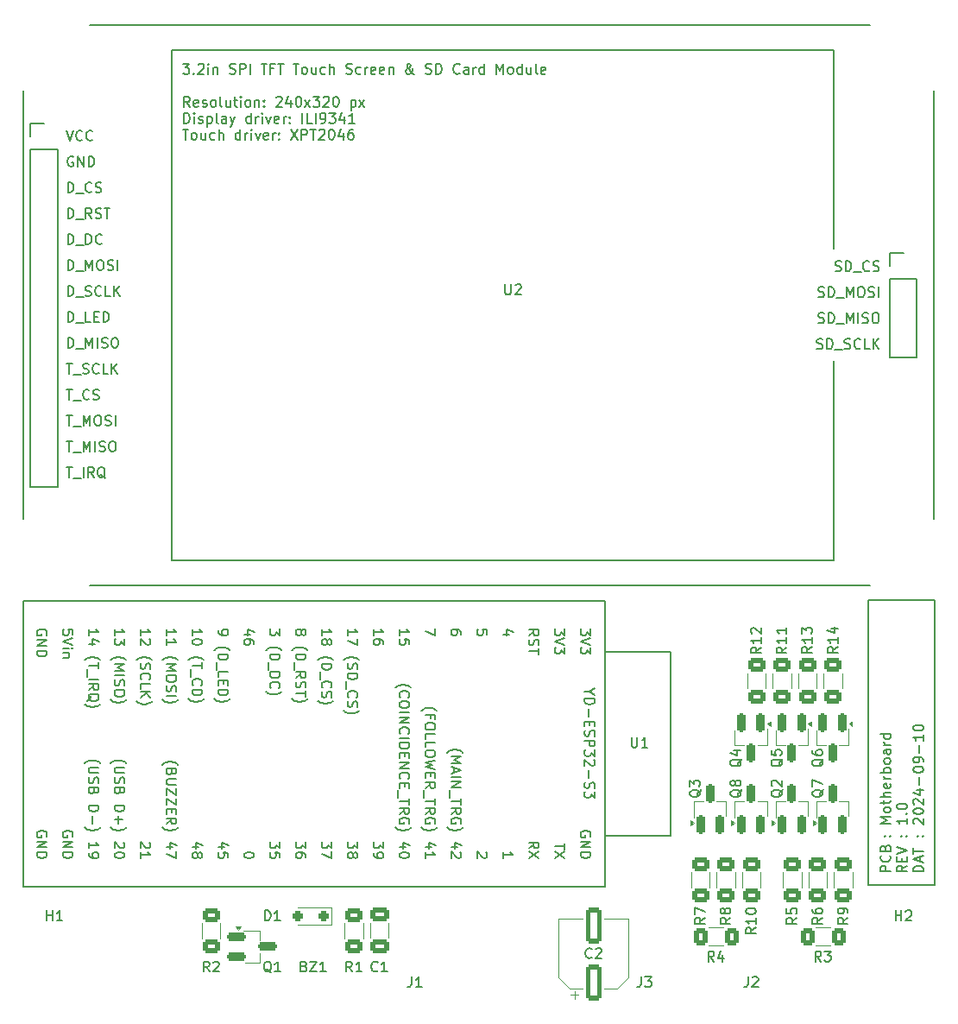
<source format=gbr>
G04 #@! TF.GenerationSoftware,KiCad,Pcbnew,8.0.5-8.0.5-0~ubuntu22.04.1*
G04 #@! TF.CreationDate,2024-09-10T12:41:45+02:00*
G04 #@! TF.ProjectId,Motherboard,4d6f7468-6572-4626-9f61-72642e6b6963,1.0*
G04 #@! TF.SameCoordinates,Original*
G04 #@! TF.FileFunction,Legend,Top*
G04 #@! TF.FilePolarity,Positive*
%FSLAX46Y46*%
G04 Gerber Fmt 4.6, Leading zero omitted, Abs format (unit mm)*
G04 Created by KiCad (PCBNEW 8.0.5-8.0.5-0~ubuntu22.04.1) date 2024-09-10 12:41:45*
%MOMM*%
%LPD*%
G01*
G04 APERTURE LIST*
G04 Aperture macros list*
%AMRoundRect*
0 Rectangle with rounded corners*
0 $1 Rounding radius*
0 $2 $3 $4 $5 $6 $7 $8 $9 X,Y pos of 4 corners*
0 Add a 4 corners polygon primitive as box body*
4,1,4,$2,$3,$4,$5,$6,$7,$8,$9,$2,$3,0*
0 Add four circle primitives for the rounded corners*
1,1,$1+$1,$2,$3*
1,1,$1+$1,$4,$5*
1,1,$1+$1,$6,$7*
1,1,$1+$1,$8,$9*
0 Add four rect primitives between the rounded corners*
20,1,$1+$1,$2,$3,$4,$5,0*
20,1,$1+$1,$4,$5,$6,$7,0*
20,1,$1+$1,$6,$7,$8,$9,0*
20,1,$1+$1,$8,$9,$2,$3,0*%
G04 Aperture macros list end*
%ADD10C,0.150000*%
%ADD11C,0.200000*%
%ADD12C,0.120000*%
%ADD13RoundRect,0.250000X-0.625000X0.400000X-0.625000X-0.400000X0.625000X-0.400000X0.625000X0.400000X0*%
%ADD14RoundRect,0.250000X0.625000X-0.400000X0.625000X0.400000X-0.625000X0.400000X-0.625000X-0.400000X0*%
%ADD15RoundRect,0.200000X0.200000X-0.750000X0.200000X0.750000X-0.200000X0.750000X-0.200000X-0.750000X0*%
%ADD16RoundRect,0.250000X0.550000X-1.500000X0.550000X1.500000X-0.550000X1.500000X-0.550000X-1.500000X0*%
%ADD17RoundRect,0.200000X-0.750000X-0.200000X0.750000X-0.200000X0.750000X0.200000X-0.750000X0.200000X0*%
%ADD18RoundRect,0.200000X-0.200000X0.750000X-0.200000X-0.750000X0.200000X-0.750000X0.200000X0.750000X0*%
%ADD19R,1.700000X1.700000*%
%ADD20C,1.700000*%
%ADD21RoundRect,0.250000X0.250000X0.250000X-0.250000X0.250000X-0.250000X-0.250000X0.250000X-0.250000X0*%
%ADD22RoundRect,0.250000X-0.650000X0.412500X-0.650000X-0.412500X0.650000X-0.412500X0.650000X0.412500X0*%
%ADD23C,0.800000*%
%ADD24C,6.400000*%
%ADD25RoundRect,0.250000X-0.400000X-0.625000X0.400000X-0.625000X0.400000X0.625000X-0.400000X0.625000X0*%
%ADD26O,1.700000X1.700000*%
G04 APERTURE END LIST*
D10*
X186500000Y-94000000D02*
X193000000Y-94000000D01*
X193000000Y-122000000D01*
X186500000Y-122000000D01*
X186500000Y-94000000D01*
D11*
X188647331Y-120630326D02*
X187647331Y-120630326D01*
X187647331Y-120630326D02*
X187647331Y-120249374D01*
X187647331Y-120249374D02*
X187694950Y-120154136D01*
X187694950Y-120154136D02*
X187742569Y-120106517D01*
X187742569Y-120106517D02*
X187837807Y-120058898D01*
X187837807Y-120058898D02*
X187980664Y-120058898D01*
X187980664Y-120058898D02*
X188075902Y-120106517D01*
X188075902Y-120106517D02*
X188123521Y-120154136D01*
X188123521Y-120154136D02*
X188171140Y-120249374D01*
X188171140Y-120249374D02*
X188171140Y-120630326D01*
X188552092Y-119058898D02*
X188599712Y-119106517D01*
X188599712Y-119106517D02*
X188647331Y-119249374D01*
X188647331Y-119249374D02*
X188647331Y-119344612D01*
X188647331Y-119344612D02*
X188599712Y-119487469D01*
X188599712Y-119487469D02*
X188504473Y-119582707D01*
X188504473Y-119582707D02*
X188409235Y-119630326D01*
X188409235Y-119630326D02*
X188218759Y-119677945D01*
X188218759Y-119677945D02*
X188075902Y-119677945D01*
X188075902Y-119677945D02*
X187885426Y-119630326D01*
X187885426Y-119630326D02*
X187790188Y-119582707D01*
X187790188Y-119582707D02*
X187694950Y-119487469D01*
X187694950Y-119487469D02*
X187647331Y-119344612D01*
X187647331Y-119344612D02*
X187647331Y-119249374D01*
X187647331Y-119249374D02*
X187694950Y-119106517D01*
X187694950Y-119106517D02*
X187742569Y-119058898D01*
X188123521Y-118296993D02*
X188171140Y-118154136D01*
X188171140Y-118154136D02*
X188218759Y-118106517D01*
X188218759Y-118106517D02*
X188313997Y-118058898D01*
X188313997Y-118058898D02*
X188456854Y-118058898D01*
X188456854Y-118058898D02*
X188552092Y-118106517D01*
X188552092Y-118106517D02*
X188599712Y-118154136D01*
X188599712Y-118154136D02*
X188647331Y-118249374D01*
X188647331Y-118249374D02*
X188647331Y-118630326D01*
X188647331Y-118630326D02*
X187647331Y-118630326D01*
X187647331Y-118630326D02*
X187647331Y-118296993D01*
X187647331Y-118296993D02*
X187694950Y-118201755D01*
X187694950Y-118201755D02*
X187742569Y-118154136D01*
X187742569Y-118154136D02*
X187837807Y-118106517D01*
X187837807Y-118106517D02*
X187933045Y-118106517D01*
X187933045Y-118106517D02*
X188028283Y-118154136D01*
X188028283Y-118154136D02*
X188075902Y-118201755D01*
X188075902Y-118201755D02*
X188123521Y-118296993D01*
X188123521Y-118296993D02*
X188123521Y-118630326D01*
X190257275Y-120058898D02*
X189781084Y-120392231D01*
X190257275Y-120630326D02*
X189257275Y-120630326D01*
X189257275Y-120630326D02*
X189257275Y-120249374D01*
X189257275Y-120249374D02*
X189304894Y-120154136D01*
X189304894Y-120154136D02*
X189352513Y-120106517D01*
X189352513Y-120106517D02*
X189447751Y-120058898D01*
X189447751Y-120058898D02*
X189590608Y-120058898D01*
X189590608Y-120058898D02*
X189685846Y-120106517D01*
X189685846Y-120106517D02*
X189733465Y-120154136D01*
X189733465Y-120154136D02*
X189781084Y-120249374D01*
X189781084Y-120249374D02*
X189781084Y-120630326D01*
X189733465Y-119630326D02*
X189733465Y-119296993D01*
X190257275Y-119154136D02*
X190257275Y-119630326D01*
X190257275Y-119630326D02*
X189257275Y-119630326D01*
X189257275Y-119630326D02*
X189257275Y-119154136D01*
X189257275Y-118868421D02*
X190257275Y-118535088D01*
X190257275Y-118535088D02*
X189257275Y-118201755D01*
X191867219Y-120630326D02*
X190867219Y-120630326D01*
X190867219Y-120630326D02*
X190867219Y-120392231D01*
X190867219Y-120392231D02*
X190914838Y-120249374D01*
X190914838Y-120249374D02*
X191010076Y-120154136D01*
X191010076Y-120154136D02*
X191105314Y-120106517D01*
X191105314Y-120106517D02*
X191295790Y-120058898D01*
X191295790Y-120058898D02*
X191438647Y-120058898D01*
X191438647Y-120058898D02*
X191629123Y-120106517D01*
X191629123Y-120106517D02*
X191724361Y-120154136D01*
X191724361Y-120154136D02*
X191819600Y-120249374D01*
X191819600Y-120249374D02*
X191867219Y-120392231D01*
X191867219Y-120392231D02*
X191867219Y-120630326D01*
X191581504Y-119677945D02*
X191581504Y-119201755D01*
X191867219Y-119773183D02*
X190867219Y-119439850D01*
X190867219Y-119439850D02*
X191867219Y-119106517D01*
X190867219Y-118916040D02*
X190867219Y-118344612D01*
X191867219Y-118630326D02*
X190867219Y-118630326D01*
D10*
X159106371Y-103027255D02*
X158630180Y-103027255D01*
X159630180Y-102693922D02*
X159106371Y-103027255D01*
X159106371Y-103027255D02*
X159630180Y-103360588D01*
X158630180Y-103693922D02*
X159630180Y-103693922D01*
X159630180Y-103693922D02*
X159630180Y-103932017D01*
X159630180Y-103932017D02*
X159582561Y-104074874D01*
X159582561Y-104074874D02*
X159487323Y-104170112D01*
X159487323Y-104170112D02*
X159392085Y-104217731D01*
X159392085Y-104217731D02*
X159201609Y-104265350D01*
X159201609Y-104265350D02*
X159058752Y-104265350D01*
X159058752Y-104265350D02*
X158868276Y-104217731D01*
X158868276Y-104217731D02*
X158773038Y-104170112D01*
X158773038Y-104170112D02*
X158677800Y-104074874D01*
X158677800Y-104074874D02*
X158630180Y-103932017D01*
X158630180Y-103932017D02*
X158630180Y-103693922D01*
X159011133Y-104693922D02*
X159011133Y-105455827D01*
X159153990Y-105932017D02*
X159153990Y-106265350D01*
X158630180Y-106408207D02*
X158630180Y-105932017D01*
X158630180Y-105932017D02*
X159630180Y-105932017D01*
X159630180Y-105932017D02*
X159630180Y-106408207D01*
X158677800Y-106789160D02*
X158630180Y-106932017D01*
X158630180Y-106932017D02*
X158630180Y-107170112D01*
X158630180Y-107170112D02*
X158677800Y-107265350D01*
X158677800Y-107265350D02*
X158725419Y-107312969D01*
X158725419Y-107312969D02*
X158820657Y-107360588D01*
X158820657Y-107360588D02*
X158915895Y-107360588D01*
X158915895Y-107360588D02*
X159011133Y-107312969D01*
X159011133Y-107312969D02*
X159058752Y-107265350D01*
X159058752Y-107265350D02*
X159106371Y-107170112D01*
X159106371Y-107170112D02*
X159153990Y-106979636D01*
X159153990Y-106979636D02*
X159201609Y-106884398D01*
X159201609Y-106884398D02*
X159249228Y-106836779D01*
X159249228Y-106836779D02*
X159344466Y-106789160D01*
X159344466Y-106789160D02*
X159439704Y-106789160D01*
X159439704Y-106789160D02*
X159534942Y-106836779D01*
X159534942Y-106836779D02*
X159582561Y-106884398D01*
X159582561Y-106884398D02*
X159630180Y-106979636D01*
X159630180Y-106979636D02*
X159630180Y-107217731D01*
X159630180Y-107217731D02*
X159582561Y-107360588D01*
X158630180Y-107789160D02*
X159630180Y-107789160D01*
X159630180Y-107789160D02*
X159630180Y-108170112D01*
X159630180Y-108170112D02*
X159582561Y-108265350D01*
X159582561Y-108265350D02*
X159534942Y-108312969D01*
X159534942Y-108312969D02*
X159439704Y-108360588D01*
X159439704Y-108360588D02*
X159296847Y-108360588D01*
X159296847Y-108360588D02*
X159201609Y-108312969D01*
X159201609Y-108312969D02*
X159153990Y-108265350D01*
X159153990Y-108265350D02*
X159106371Y-108170112D01*
X159106371Y-108170112D02*
X159106371Y-107789160D01*
X159630180Y-108693922D02*
X159630180Y-109312969D01*
X159630180Y-109312969D02*
X159249228Y-108979636D01*
X159249228Y-108979636D02*
X159249228Y-109122493D01*
X159249228Y-109122493D02*
X159201609Y-109217731D01*
X159201609Y-109217731D02*
X159153990Y-109265350D01*
X159153990Y-109265350D02*
X159058752Y-109312969D01*
X159058752Y-109312969D02*
X158820657Y-109312969D01*
X158820657Y-109312969D02*
X158725419Y-109265350D01*
X158725419Y-109265350D02*
X158677800Y-109217731D01*
X158677800Y-109217731D02*
X158630180Y-109122493D01*
X158630180Y-109122493D02*
X158630180Y-108836779D01*
X158630180Y-108836779D02*
X158677800Y-108741541D01*
X158677800Y-108741541D02*
X158725419Y-108693922D01*
X159534942Y-109693922D02*
X159582561Y-109741541D01*
X159582561Y-109741541D02*
X159630180Y-109836779D01*
X159630180Y-109836779D02*
X159630180Y-110074874D01*
X159630180Y-110074874D02*
X159582561Y-110170112D01*
X159582561Y-110170112D02*
X159534942Y-110217731D01*
X159534942Y-110217731D02*
X159439704Y-110265350D01*
X159439704Y-110265350D02*
X159344466Y-110265350D01*
X159344466Y-110265350D02*
X159201609Y-110217731D01*
X159201609Y-110217731D02*
X158630180Y-109646303D01*
X158630180Y-109646303D02*
X158630180Y-110265350D01*
X159011133Y-110693922D02*
X159011133Y-111455827D01*
X158677800Y-111884398D02*
X158630180Y-112027255D01*
X158630180Y-112027255D02*
X158630180Y-112265350D01*
X158630180Y-112265350D02*
X158677800Y-112360588D01*
X158677800Y-112360588D02*
X158725419Y-112408207D01*
X158725419Y-112408207D02*
X158820657Y-112455826D01*
X158820657Y-112455826D02*
X158915895Y-112455826D01*
X158915895Y-112455826D02*
X159011133Y-112408207D01*
X159011133Y-112408207D02*
X159058752Y-112360588D01*
X159058752Y-112360588D02*
X159106371Y-112265350D01*
X159106371Y-112265350D02*
X159153990Y-112074874D01*
X159153990Y-112074874D02*
X159201609Y-111979636D01*
X159201609Y-111979636D02*
X159249228Y-111932017D01*
X159249228Y-111932017D02*
X159344466Y-111884398D01*
X159344466Y-111884398D02*
X159439704Y-111884398D01*
X159439704Y-111884398D02*
X159534942Y-111932017D01*
X159534942Y-111932017D02*
X159582561Y-111979636D01*
X159582561Y-111979636D02*
X159630180Y-112074874D01*
X159630180Y-112074874D02*
X159630180Y-112312969D01*
X159630180Y-112312969D02*
X159582561Y-112455826D01*
X159630180Y-112789160D02*
X159630180Y-113408207D01*
X159630180Y-113408207D02*
X159249228Y-113074874D01*
X159249228Y-113074874D02*
X159249228Y-113217731D01*
X159249228Y-113217731D02*
X159201609Y-113312969D01*
X159201609Y-113312969D02*
X159153990Y-113360588D01*
X159153990Y-113360588D02*
X159058752Y-113408207D01*
X159058752Y-113408207D02*
X158820657Y-113408207D01*
X158820657Y-113408207D02*
X158725419Y-113360588D01*
X158725419Y-113360588D02*
X158677800Y-113312969D01*
X158677800Y-113312969D02*
X158630180Y-113217731D01*
X158630180Y-113217731D02*
X158630180Y-112932017D01*
X158630180Y-112932017D02*
X158677800Y-112836779D01*
X158677800Y-112836779D02*
X158725419Y-112789160D01*
X119241541Y-41430043D02*
X119860588Y-41430043D01*
X119860588Y-41430043D02*
X119527255Y-41810995D01*
X119527255Y-41810995D02*
X119670112Y-41810995D01*
X119670112Y-41810995D02*
X119765350Y-41858614D01*
X119765350Y-41858614D02*
X119812969Y-41906233D01*
X119812969Y-41906233D02*
X119860588Y-42001471D01*
X119860588Y-42001471D02*
X119860588Y-42239566D01*
X119860588Y-42239566D02*
X119812969Y-42334804D01*
X119812969Y-42334804D02*
X119765350Y-42382424D01*
X119765350Y-42382424D02*
X119670112Y-42430043D01*
X119670112Y-42430043D02*
X119384398Y-42430043D01*
X119384398Y-42430043D02*
X119289160Y-42382424D01*
X119289160Y-42382424D02*
X119241541Y-42334804D01*
X120289160Y-42334804D02*
X120336779Y-42382424D01*
X120336779Y-42382424D02*
X120289160Y-42430043D01*
X120289160Y-42430043D02*
X120241541Y-42382424D01*
X120241541Y-42382424D02*
X120289160Y-42334804D01*
X120289160Y-42334804D02*
X120289160Y-42430043D01*
X120717731Y-41525281D02*
X120765350Y-41477662D01*
X120765350Y-41477662D02*
X120860588Y-41430043D01*
X120860588Y-41430043D02*
X121098683Y-41430043D01*
X121098683Y-41430043D02*
X121193921Y-41477662D01*
X121193921Y-41477662D02*
X121241540Y-41525281D01*
X121241540Y-41525281D02*
X121289159Y-41620519D01*
X121289159Y-41620519D02*
X121289159Y-41715757D01*
X121289159Y-41715757D02*
X121241540Y-41858614D01*
X121241540Y-41858614D02*
X120670112Y-42430043D01*
X120670112Y-42430043D02*
X121289159Y-42430043D01*
X121717731Y-42430043D02*
X121717731Y-41763376D01*
X121717731Y-41430043D02*
X121670112Y-41477662D01*
X121670112Y-41477662D02*
X121717731Y-41525281D01*
X121717731Y-41525281D02*
X121765350Y-41477662D01*
X121765350Y-41477662D02*
X121717731Y-41430043D01*
X121717731Y-41430043D02*
X121717731Y-41525281D01*
X122193921Y-41763376D02*
X122193921Y-42430043D01*
X122193921Y-41858614D02*
X122241540Y-41810995D01*
X122241540Y-41810995D02*
X122336778Y-41763376D01*
X122336778Y-41763376D02*
X122479635Y-41763376D01*
X122479635Y-41763376D02*
X122574873Y-41810995D01*
X122574873Y-41810995D02*
X122622492Y-41906233D01*
X122622492Y-41906233D02*
X122622492Y-42430043D01*
X123812969Y-42382424D02*
X123955826Y-42430043D01*
X123955826Y-42430043D02*
X124193921Y-42430043D01*
X124193921Y-42430043D02*
X124289159Y-42382424D01*
X124289159Y-42382424D02*
X124336778Y-42334804D01*
X124336778Y-42334804D02*
X124384397Y-42239566D01*
X124384397Y-42239566D02*
X124384397Y-42144328D01*
X124384397Y-42144328D02*
X124336778Y-42049090D01*
X124336778Y-42049090D02*
X124289159Y-42001471D01*
X124289159Y-42001471D02*
X124193921Y-41953852D01*
X124193921Y-41953852D02*
X124003445Y-41906233D01*
X124003445Y-41906233D02*
X123908207Y-41858614D01*
X123908207Y-41858614D02*
X123860588Y-41810995D01*
X123860588Y-41810995D02*
X123812969Y-41715757D01*
X123812969Y-41715757D02*
X123812969Y-41620519D01*
X123812969Y-41620519D02*
X123860588Y-41525281D01*
X123860588Y-41525281D02*
X123908207Y-41477662D01*
X123908207Y-41477662D02*
X124003445Y-41430043D01*
X124003445Y-41430043D02*
X124241540Y-41430043D01*
X124241540Y-41430043D02*
X124384397Y-41477662D01*
X124812969Y-42430043D02*
X124812969Y-41430043D01*
X124812969Y-41430043D02*
X125193921Y-41430043D01*
X125193921Y-41430043D02*
X125289159Y-41477662D01*
X125289159Y-41477662D02*
X125336778Y-41525281D01*
X125336778Y-41525281D02*
X125384397Y-41620519D01*
X125384397Y-41620519D02*
X125384397Y-41763376D01*
X125384397Y-41763376D02*
X125336778Y-41858614D01*
X125336778Y-41858614D02*
X125289159Y-41906233D01*
X125289159Y-41906233D02*
X125193921Y-41953852D01*
X125193921Y-41953852D02*
X124812969Y-41953852D01*
X125812969Y-42430043D02*
X125812969Y-41430043D01*
X126908207Y-41430043D02*
X127479635Y-41430043D01*
X127193921Y-42430043D02*
X127193921Y-41430043D01*
X128146302Y-41906233D02*
X127812969Y-41906233D01*
X127812969Y-42430043D02*
X127812969Y-41430043D01*
X127812969Y-41430043D02*
X128289159Y-41430043D01*
X128527255Y-41430043D02*
X129098683Y-41430043D01*
X128812969Y-42430043D02*
X128812969Y-41430043D01*
X130051065Y-41430043D02*
X130622493Y-41430043D01*
X130336779Y-42430043D02*
X130336779Y-41430043D01*
X131098684Y-42430043D02*
X131003446Y-42382424D01*
X131003446Y-42382424D02*
X130955827Y-42334804D01*
X130955827Y-42334804D02*
X130908208Y-42239566D01*
X130908208Y-42239566D02*
X130908208Y-41953852D01*
X130908208Y-41953852D02*
X130955827Y-41858614D01*
X130955827Y-41858614D02*
X131003446Y-41810995D01*
X131003446Y-41810995D02*
X131098684Y-41763376D01*
X131098684Y-41763376D02*
X131241541Y-41763376D01*
X131241541Y-41763376D02*
X131336779Y-41810995D01*
X131336779Y-41810995D02*
X131384398Y-41858614D01*
X131384398Y-41858614D02*
X131432017Y-41953852D01*
X131432017Y-41953852D02*
X131432017Y-42239566D01*
X131432017Y-42239566D02*
X131384398Y-42334804D01*
X131384398Y-42334804D02*
X131336779Y-42382424D01*
X131336779Y-42382424D02*
X131241541Y-42430043D01*
X131241541Y-42430043D02*
X131098684Y-42430043D01*
X132289160Y-41763376D02*
X132289160Y-42430043D01*
X131860589Y-41763376D02*
X131860589Y-42287185D01*
X131860589Y-42287185D02*
X131908208Y-42382424D01*
X131908208Y-42382424D02*
X132003446Y-42430043D01*
X132003446Y-42430043D02*
X132146303Y-42430043D01*
X132146303Y-42430043D02*
X132241541Y-42382424D01*
X132241541Y-42382424D02*
X132289160Y-42334804D01*
X133193922Y-42382424D02*
X133098684Y-42430043D01*
X133098684Y-42430043D02*
X132908208Y-42430043D01*
X132908208Y-42430043D02*
X132812970Y-42382424D01*
X132812970Y-42382424D02*
X132765351Y-42334804D01*
X132765351Y-42334804D02*
X132717732Y-42239566D01*
X132717732Y-42239566D02*
X132717732Y-41953852D01*
X132717732Y-41953852D02*
X132765351Y-41858614D01*
X132765351Y-41858614D02*
X132812970Y-41810995D01*
X132812970Y-41810995D02*
X132908208Y-41763376D01*
X132908208Y-41763376D02*
X133098684Y-41763376D01*
X133098684Y-41763376D02*
X133193922Y-41810995D01*
X133622494Y-42430043D02*
X133622494Y-41430043D01*
X134051065Y-42430043D02*
X134051065Y-41906233D01*
X134051065Y-41906233D02*
X134003446Y-41810995D01*
X134003446Y-41810995D02*
X133908208Y-41763376D01*
X133908208Y-41763376D02*
X133765351Y-41763376D01*
X133765351Y-41763376D02*
X133670113Y-41810995D01*
X133670113Y-41810995D02*
X133622494Y-41858614D01*
X135241542Y-42382424D02*
X135384399Y-42430043D01*
X135384399Y-42430043D02*
X135622494Y-42430043D01*
X135622494Y-42430043D02*
X135717732Y-42382424D01*
X135717732Y-42382424D02*
X135765351Y-42334804D01*
X135765351Y-42334804D02*
X135812970Y-42239566D01*
X135812970Y-42239566D02*
X135812970Y-42144328D01*
X135812970Y-42144328D02*
X135765351Y-42049090D01*
X135765351Y-42049090D02*
X135717732Y-42001471D01*
X135717732Y-42001471D02*
X135622494Y-41953852D01*
X135622494Y-41953852D02*
X135432018Y-41906233D01*
X135432018Y-41906233D02*
X135336780Y-41858614D01*
X135336780Y-41858614D02*
X135289161Y-41810995D01*
X135289161Y-41810995D02*
X135241542Y-41715757D01*
X135241542Y-41715757D02*
X135241542Y-41620519D01*
X135241542Y-41620519D02*
X135289161Y-41525281D01*
X135289161Y-41525281D02*
X135336780Y-41477662D01*
X135336780Y-41477662D02*
X135432018Y-41430043D01*
X135432018Y-41430043D02*
X135670113Y-41430043D01*
X135670113Y-41430043D02*
X135812970Y-41477662D01*
X136670113Y-42382424D02*
X136574875Y-42430043D01*
X136574875Y-42430043D02*
X136384399Y-42430043D01*
X136384399Y-42430043D02*
X136289161Y-42382424D01*
X136289161Y-42382424D02*
X136241542Y-42334804D01*
X136241542Y-42334804D02*
X136193923Y-42239566D01*
X136193923Y-42239566D02*
X136193923Y-41953852D01*
X136193923Y-41953852D02*
X136241542Y-41858614D01*
X136241542Y-41858614D02*
X136289161Y-41810995D01*
X136289161Y-41810995D02*
X136384399Y-41763376D01*
X136384399Y-41763376D02*
X136574875Y-41763376D01*
X136574875Y-41763376D02*
X136670113Y-41810995D01*
X137098685Y-42430043D02*
X137098685Y-41763376D01*
X137098685Y-41953852D02*
X137146304Y-41858614D01*
X137146304Y-41858614D02*
X137193923Y-41810995D01*
X137193923Y-41810995D02*
X137289161Y-41763376D01*
X137289161Y-41763376D02*
X137384399Y-41763376D01*
X138098685Y-42382424D02*
X138003447Y-42430043D01*
X138003447Y-42430043D02*
X137812971Y-42430043D01*
X137812971Y-42430043D02*
X137717733Y-42382424D01*
X137717733Y-42382424D02*
X137670114Y-42287185D01*
X137670114Y-42287185D02*
X137670114Y-41906233D01*
X137670114Y-41906233D02*
X137717733Y-41810995D01*
X137717733Y-41810995D02*
X137812971Y-41763376D01*
X137812971Y-41763376D02*
X138003447Y-41763376D01*
X138003447Y-41763376D02*
X138098685Y-41810995D01*
X138098685Y-41810995D02*
X138146304Y-41906233D01*
X138146304Y-41906233D02*
X138146304Y-42001471D01*
X138146304Y-42001471D02*
X137670114Y-42096709D01*
X138955828Y-42382424D02*
X138860590Y-42430043D01*
X138860590Y-42430043D02*
X138670114Y-42430043D01*
X138670114Y-42430043D02*
X138574876Y-42382424D01*
X138574876Y-42382424D02*
X138527257Y-42287185D01*
X138527257Y-42287185D02*
X138527257Y-41906233D01*
X138527257Y-41906233D02*
X138574876Y-41810995D01*
X138574876Y-41810995D02*
X138670114Y-41763376D01*
X138670114Y-41763376D02*
X138860590Y-41763376D01*
X138860590Y-41763376D02*
X138955828Y-41810995D01*
X138955828Y-41810995D02*
X139003447Y-41906233D01*
X139003447Y-41906233D02*
X139003447Y-42001471D01*
X139003447Y-42001471D02*
X138527257Y-42096709D01*
X139432019Y-41763376D02*
X139432019Y-42430043D01*
X139432019Y-41858614D02*
X139479638Y-41810995D01*
X139479638Y-41810995D02*
X139574876Y-41763376D01*
X139574876Y-41763376D02*
X139717733Y-41763376D01*
X139717733Y-41763376D02*
X139812971Y-41810995D01*
X139812971Y-41810995D02*
X139860590Y-41906233D01*
X139860590Y-41906233D02*
X139860590Y-42430043D01*
X141908210Y-42430043D02*
X141860591Y-42430043D01*
X141860591Y-42430043D02*
X141765352Y-42382424D01*
X141765352Y-42382424D02*
X141622495Y-42239566D01*
X141622495Y-42239566D02*
X141384400Y-41953852D01*
X141384400Y-41953852D02*
X141289162Y-41810995D01*
X141289162Y-41810995D02*
X141241543Y-41668138D01*
X141241543Y-41668138D02*
X141241543Y-41572900D01*
X141241543Y-41572900D02*
X141289162Y-41477662D01*
X141289162Y-41477662D02*
X141384400Y-41430043D01*
X141384400Y-41430043D02*
X141432019Y-41430043D01*
X141432019Y-41430043D02*
X141527257Y-41477662D01*
X141527257Y-41477662D02*
X141574876Y-41572900D01*
X141574876Y-41572900D02*
X141574876Y-41620519D01*
X141574876Y-41620519D02*
X141527257Y-41715757D01*
X141527257Y-41715757D02*
X141479638Y-41763376D01*
X141479638Y-41763376D02*
X141193924Y-41953852D01*
X141193924Y-41953852D02*
X141146305Y-42001471D01*
X141146305Y-42001471D02*
X141098686Y-42096709D01*
X141098686Y-42096709D02*
X141098686Y-42239566D01*
X141098686Y-42239566D02*
X141146305Y-42334804D01*
X141146305Y-42334804D02*
X141193924Y-42382424D01*
X141193924Y-42382424D02*
X141289162Y-42430043D01*
X141289162Y-42430043D02*
X141432019Y-42430043D01*
X141432019Y-42430043D02*
X141527257Y-42382424D01*
X141527257Y-42382424D02*
X141574876Y-42334804D01*
X141574876Y-42334804D02*
X141717733Y-42144328D01*
X141717733Y-42144328D02*
X141765352Y-42001471D01*
X141765352Y-42001471D02*
X141765352Y-41906233D01*
X143051067Y-42382424D02*
X143193924Y-42430043D01*
X143193924Y-42430043D02*
X143432019Y-42430043D01*
X143432019Y-42430043D02*
X143527257Y-42382424D01*
X143527257Y-42382424D02*
X143574876Y-42334804D01*
X143574876Y-42334804D02*
X143622495Y-42239566D01*
X143622495Y-42239566D02*
X143622495Y-42144328D01*
X143622495Y-42144328D02*
X143574876Y-42049090D01*
X143574876Y-42049090D02*
X143527257Y-42001471D01*
X143527257Y-42001471D02*
X143432019Y-41953852D01*
X143432019Y-41953852D02*
X143241543Y-41906233D01*
X143241543Y-41906233D02*
X143146305Y-41858614D01*
X143146305Y-41858614D02*
X143098686Y-41810995D01*
X143098686Y-41810995D02*
X143051067Y-41715757D01*
X143051067Y-41715757D02*
X143051067Y-41620519D01*
X143051067Y-41620519D02*
X143098686Y-41525281D01*
X143098686Y-41525281D02*
X143146305Y-41477662D01*
X143146305Y-41477662D02*
X143241543Y-41430043D01*
X143241543Y-41430043D02*
X143479638Y-41430043D01*
X143479638Y-41430043D02*
X143622495Y-41477662D01*
X144051067Y-42430043D02*
X144051067Y-41430043D01*
X144051067Y-41430043D02*
X144289162Y-41430043D01*
X144289162Y-41430043D02*
X144432019Y-41477662D01*
X144432019Y-41477662D02*
X144527257Y-41572900D01*
X144527257Y-41572900D02*
X144574876Y-41668138D01*
X144574876Y-41668138D02*
X144622495Y-41858614D01*
X144622495Y-41858614D02*
X144622495Y-42001471D01*
X144622495Y-42001471D02*
X144574876Y-42191947D01*
X144574876Y-42191947D02*
X144527257Y-42287185D01*
X144527257Y-42287185D02*
X144432019Y-42382424D01*
X144432019Y-42382424D02*
X144289162Y-42430043D01*
X144289162Y-42430043D02*
X144051067Y-42430043D01*
X146384400Y-42334804D02*
X146336781Y-42382424D01*
X146336781Y-42382424D02*
X146193924Y-42430043D01*
X146193924Y-42430043D02*
X146098686Y-42430043D01*
X146098686Y-42430043D02*
X145955829Y-42382424D01*
X145955829Y-42382424D02*
X145860591Y-42287185D01*
X145860591Y-42287185D02*
X145812972Y-42191947D01*
X145812972Y-42191947D02*
X145765353Y-42001471D01*
X145765353Y-42001471D02*
X145765353Y-41858614D01*
X145765353Y-41858614D02*
X145812972Y-41668138D01*
X145812972Y-41668138D02*
X145860591Y-41572900D01*
X145860591Y-41572900D02*
X145955829Y-41477662D01*
X145955829Y-41477662D02*
X146098686Y-41430043D01*
X146098686Y-41430043D02*
X146193924Y-41430043D01*
X146193924Y-41430043D02*
X146336781Y-41477662D01*
X146336781Y-41477662D02*
X146384400Y-41525281D01*
X147241543Y-42430043D02*
X147241543Y-41906233D01*
X147241543Y-41906233D02*
X147193924Y-41810995D01*
X147193924Y-41810995D02*
X147098686Y-41763376D01*
X147098686Y-41763376D02*
X146908210Y-41763376D01*
X146908210Y-41763376D02*
X146812972Y-41810995D01*
X147241543Y-42382424D02*
X147146305Y-42430043D01*
X147146305Y-42430043D02*
X146908210Y-42430043D01*
X146908210Y-42430043D02*
X146812972Y-42382424D01*
X146812972Y-42382424D02*
X146765353Y-42287185D01*
X146765353Y-42287185D02*
X146765353Y-42191947D01*
X146765353Y-42191947D02*
X146812972Y-42096709D01*
X146812972Y-42096709D02*
X146908210Y-42049090D01*
X146908210Y-42049090D02*
X147146305Y-42049090D01*
X147146305Y-42049090D02*
X147241543Y-42001471D01*
X147717734Y-42430043D02*
X147717734Y-41763376D01*
X147717734Y-41953852D02*
X147765353Y-41858614D01*
X147765353Y-41858614D02*
X147812972Y-41810995D01*
X147812972Y-41810995D02*
X147908210Y-41763376D01*
X147908210Y-41763376D02*
X148003448Y-41763376D01*
X148765353Y-42430043D02*
X148765353Y-41430043D01*
X148765353Y-42382424D02*
X148670115Y-42430043D01*
X148670115Y-42430043D02*
X148479639Y-42430043D01*
X148479639Y-42430043D02*
X148384401Y-42382424D01*
X148384401Y-42382424D02*
X148336782Y-42334804D01*
X148336782Y-42334804D02*
X148289163Y-42239566D01*
X148289163Y-42239566D02*
X148289163Y-41953852D01*
X148289163Y-41953852D02*
X148336782Y-41858614D01*
X148336782Y-41858614D02*
X148384401Y-41810995D01*
X148384401Y-41810995D02*
X148479639Y-41763376D01*
X148479639Y-41763376D02*
X148670115Y-41763376D01*
X148670115Y-41763376D02*
X148765353Y-41810995D01*
X150003449Y-42430043D02*
X150003449Y-41430043D01*
X150003449Y-41430043D02*
X150336782Y-42144328D01*
X150336782Y-42144328D02*
X150670115Y-41430043D01*
X150670115Y-41430043D02*
X150670115Y-42430043D01*
X151289163Y-42430043D02*
X151193925Y-42382424D01*
X151193925Y-42382424D02*
X151146306Y-42334804D01*
X151146306Y-42334804D02*
X151098687Y-42239566D01*
X151098687Y-42239566D02*
X151098687Y-41953852D01*
X151098687Y-41953852D02*
X151146306Y-41858614D01*
X151146306Y-41858614D02*
X151193925Y-41810995D01*
X151193925Y-41810995D02*
X151289163Y-41763376D01*
X151289163Y-41763376D02*
X151432020Y-41763376D01*
X151432020Y-41763376D02*
X151527258Y-41810995D01*
X151527258Y-41810995D02*
X151574877Y-41858614D01*
X151574877Y-41858614D02*
X151622496Y-41953852D01*
X151622496Y-41953852D02*
X151622496Y-42239566D01*
X151622496Y-42239566D02*
X151574877Y-42334804D01*
X151574877Y-42334804D02*
X151527258Y-42382424D01*
X151527258Y-42382424D02*
X151432020Y-42430043D01*
X151432020Y-42430043D02*
X151289163Y-42430043D01*
X152479639Y-42430043D02*
X152479639Y-41430043D01*
X152479639Y-42382424D02*
X152384401Y-42430043D01*
X152384401Y-42430043D02*
X152193925Y-42430043D01*
X152193925Y-42430043D02*
X152098687Y-42382424D01*
X152098687Y-42382424D02*
X152051068Y-42334804D01*
X152051068Y-42334804D02*
X152003449Y-42239566D01*
X152003449Y-42239566D02*
X152003449Y-41953852D01*
X152003449Y-41953852D02*
X152051068Y-41858614D01*
X152051068Y-41858614D02*
X152098687Y-41810995D01*
X152098687Y-41810995D02*
X152193925Y-41763376D01*
X152193925Y-41763376D02*
X152384401Y-41763376D01*
X152384401Y-41763376D02*
X152479639Y-41810995D01*
X153384401Y-41763376D02*
X153384401Y-42430043D01*
X152955830Y-41763376D02*
X152955830Y-42287185D01*
X152955830Y-42287185D02*
X153003449Y-42382424D01*
X153003449Y-42382424D02*
X153098687Y-42430043D01*
X153098687Y-42430043D02*
X153241544Y-42430043D01*
X153241544Y-42430043D02*
X153336782Y-42382424D01*
X153336782Y-42382424D02*
X153384401Y-42334804D01*
X154003449Y-42430043D02*
X153908211Y-42382424D01*
X153908211Y-42382424D02*
X153860592Y-42287185D01*
X153860592Y-42287185D02*
X153860592Y-41430043D01*
X154765354Y-42382424D02*
X154670116Y-42430043D01*
X154670116Y-42430043D02*
X154479640Y-42430043D01*
X154479640Y-42430043D02*
X154384402Y-42382424D01*
X154384402Y-42382424D02*
X154336783Y-42287185D01*
X154336783Y-42287185D02*
X154336783Y-41906233D01*
X154336783Y-41906233D02*
X154384402Y-41810995D01*
X154384402Y-41810995D02*
X154479640Y-41763376D01*
X154479640Y-41763376D02*
X154670116Y-41763376D01*
X154670116Y-41763376D02*
X154765354Y-41810995D01*
X154765354Y-41810995D02*
X154812973Y-41906233D01*
X154812973Y-41906233D02*
X154812973Y-42001471D01*
X154812973Y-42001471D02*
X154336783Y-42096709D01*
X119908207Y-45649931D02*
X119574874Y-45173740D01*
X119336779Y-45649931D02*
X119336779Y-44649931D01*
X119336779Y-44649931D02*
X119717731Y-44649931D01*
X119717731Y-44649931D02*
X119812969Y-44697550D01*
X119812969Y-44697550D02*
X119860588Y-44745169D01*
X119860588Y-44745169D02*
X119908207Y-44840407D01*
X119908207Y-44840407D02*
X119908207Y-44983264D01*
X119908207Y-44983264D02*
X119860588Y-45078502D01*
X119860588Y-45078502D02*
X119812969Y-45126121D01*
X119812969Y-45126121D02*
X119717731Y-45173740D01*
X119717731Y-45173740D02*
X119336779Y-45173740D01*
X120717731Y-45602312D02*
X120622493Y-45649931D01*
X120622493Y-45649931D02*
X120432017Y-45649931D01*
X120432017Y-45649931D02*
X120336779Y-45602312D01*
X120336779Y-45602312D02*
X120289160Y-45507073D01*
X120289160Y-45507073D02*
X120289160Y-45126121D01*
X120289160Y-45126121D02*
X120336779Y-45030883D01*
X120336779Y-45030883D02*
X120432017Y-44983264D01*
X120432017Y-44983264D02*
X120622493Y-44983264D01*
X120622493Y-44983264D02*
X120717731Y-45030883D01*
X120717731Y-45030883D02*
X120765350Y-45126121D01*
X120765350Y-45126121D02*
X120765350Y-45221359D01*
X120765350Y-45221359D02*
X120289160Y-45316597D01*
X121146303Y-45602312D02*
X121241541Y-45649931D01*
X121241541Y-45649931D02*
X121432017Y-45649931D01*
X121432017Y-45649931D02*
X121527255Y-45602312D01*
X121527255Y-45602312D02*
X121574874Y-45507073D01*
X121574874Y-45507073D02*
X121574874Y-45459454D01*
X121574874Y-45459454D02*
X121527255Y-45364216D01*
X121527255Y-45364216D02*
X121432017Y-45316597D01*
X121432017Y-45316597D02*
X121289160Y-45316597D01*
X121289160Y-45316597D02*
X121193922Y-45268978D01*
X121193922Y-45268978D02*
X121146303Y-45173740D01*
X121146303Y-45173740D02*
X121146303Y-45126121D01*
X121146303Y-45126121D02*
X121193922Y-45030883D01*
X121193922Y-45030883D02*
X121289160Y-44983264D01*
X121289160Y-44983264D02*
X121432017Y-44983264D01*
X121432017Y-44983264D02*
X121527255Y-45030883D01*
X122146303Y-45649931D02*
X122051065Y-45602312D01*
X122051065Y-45602312D02*
X122003446Y-45554692D01*
X122003446Y-45554692D02*
X121955827Y-45459454D01*
X121955827Y-45459454D02*
X121955827Y-45173740D01*
X121955827Y-45173740D02*
X122003446Y-45078502D01*
X122003446Y-45078502D02*
X122051065Y-45030883D01*
X122051065Y-45030883D02*
X122146303Y-44983264D01*
X122146303Y-44983264D02*
X122289160Y-44983264D01*
X122289160Y-44983264D02*
X122384398Y-45030883D01*
X122384398Y-45030883D02*
X122432017Y-45078502D01*
X122432017Y-45078502D02*
X122479636Y-45173740D01*
X122479636Y-45173740D02*
X122479636Y-45459454D01*
X122479636Y-45459454D02*
X122432017Y-45554692D01*
X122432017Y-45554692D02*
X122384398Y-45602312D01*
X122384398Y-45602312D02*
X122289160Y-45649931D01*
X122289160Y-45649931D02*
X122146303Y-45649931D01*
X123051065Y-45649931D02*
X122955827Y-45602312D01*
X122955827Y-45602312D02*
X122908208Y-45507073D01*
X122908208Y-45507073D02*
X122908208Y-44649931D01*
X123860589Y-44983264D02*
X123860589Y-45649931D01*
X123432018Y-44983264D02*
X123432018Y-45507073D01*
X123432018Y-45507073D02*
X123479637Y-45602312D01*
X123479637Y-45602312D02*
X123574875Y-45649931D01*
X123574875Y-45649931D02*
X123717732Y-45649931D01*
X123717732Y-45649931D02*
X123812970Y-45602312D01*
X123812970Y-45602312D02*
X123860589Y-45554692D01*
X124193923Y-44983264D02*
X124574875Y-44983264D01*
X124336780Y-44649931D02*
X124336780Y-45507073D01*
X124336780Y-45507073D02*
X124384399Y-45602312D01*
X124384399Y-45602312D02*
X124479637Y-45649931D01*
X124479637Y-45649931D02*
X124574875Y-45649931D01*
X124908209Y-45649931D02*
X124908209Y-44983264D01*
X124908209Y-44649931D02*
X124860590Y-44697550D01*
X124860590Y-44697550D02*
X124908209Y-44745169D01*
X124908209Y-44745169D02*
X124955828Y-44697550D01*
X124955828Y-44697550D02*
X124908209Y-44649931D01*
X124908209Y-44649931D02*
X124908209Y-44745169D01*
X125527256Y-45649931D02*
X125432018Y-45602312D01*
X125432018Y-45602312D02*
X125384399Y-45554692D01*
X125384399Y-45554692D02*
X125336780Y-45459454D01*
X125336780Y-45459454D02*
X125336780Y-45173740D01*
X125336780Y-45173740D02*
X125384399Y-45078502D01*
X125384399Y-45078502D02*
X125432018Y-45030883D01*
X125432018Y-45030883D02*
X125527256Y-44983264D01*
X125527256Y-44983264D02*
X125670113Y-44983264D01*
X125670113Y-44983264D02*
X125765351Y-45030883D01*
X125765351Y-45030883D02*
X125812970Y-45078502D01*
X125812970Y-45078502D02*
X125860589Y-45173740D01*
X125860589Y-45173740D02*
X125860589Y-45459454D01*
X125860589Y-45459454D02*
X125812970Y-45554692D01*
X125812970Y-45554692D02*
X125765351Y-45602312D01*
X125765351Y-45602312D02*
X125670113Y-45649931D01*
X125670113Y-45649931D02*
X125527256Y-45649931D01*
X126289161Y-44983264D02*
X126289161Y-45649931D01*
X126289161Y-45078502D02*
X126336780Y-45030883D01*
X126336780Y-45030883D02*
X126432018Y-44983264D01*
X126432018Y-44983264D02*
X126574875Y-44983264D01*
X126574875Y-44983264D02*
X126670113Y-45030883D01*
X126670113Y-45030883D02*
X126717732Y-45126121D01*
X126717732Y-45126121D02*
X126717732Y-45649931D01*
X127193923Y-45554692D02*
X127241542Y-45602312D01*
X127241542Y-45602312D02*
X127193923Y-45649931D01*
X127193923Y-45649931D02*
X127146304Y-45602312D01*
X127146304Y-45602312D02*
X127193923Y-45554692D01*
X127193923Y-45554692D02*
X127193923Y-45649931D01*
X127193923Y-45030883D02*
X127241542Y-45078502D01*
X127241542Y-45078502D02*
X127193923Y-45126121D01*
X127193923Y-45126121D02*
X127146304Y-45078502D01*
X127146304Y-45078502D02*
X127193923Y-45030883D01*
X127193923Y-45030883D02*
X127193923Y-45126121D01*
X128384399Y-44745169D02*
X128432018Y-44697550D01*
X128432018Y-44697550D02*
X128527256Y-44649931D01*
X128527256Y-44649931D02*
X128765351Y-44649931D01*
X128765351Y-44649931D02*
X128860589Y-44697550D01*
X128860589Y-44697550D02*
X128908208Y-44745169D01*
X128908208Y-44745169D02*
X128955827Y-44840407D01*
X128955827Y-44840407D02*
X128955827Y-44935645D01*
X128955827Y-44935645D02*
X128908208Y-45078502D01*
X128908208Y-45078502D02*
X128336780Y-45649931D01*
X128336780Y-45649931D02*
X128955827Y-45649931D01*
X129812970Y-44983264D02*
X129812970Y-45649931D01*
X129574875Y-44602312D02*
X129336780Y-45316597D01*
X129336780Y-45316597D02*
X129955827Y-45316597D01*
X130527256Y-44649931D02*
X130622494Y-44649931D01*
X130622494Y-44649931D02*
X130717732Y-44697550D01*
X130717732Y-44697550D02*
X130765351Y-44745169D01*
X130765351Y-44745169D02*
X130812970Y-44840407D01*
X130812970Y-44840407D02*
X130860589Y-45030883D01*
X130860589Y-45030883D02*
X130860589Y-45268978D01*
X130860589Y-45268978D02*
X130812970Y-45459454D01*
X130812970Y-45459454D02*
X130765351Y-45554692D01*
X130765351Y-45554692D02*
X130717732Y-45602312D01*
X130717732Y-45602312D02*
X130622494Y-45649931D01*
X130622494Y-45649931D02*
X130527256Y-45649931D01*
X130527256Y-45649931D02*
X130432018Y-45602312D01*
X130432018Y-45602312D02*
X130384399Y-45554692D01*
X130384399Y-45554692D02*
X130336780Y-45459454D01*
X130336780Y-45459454D02*
X130289161Y-45268978D01*
X130289161Y-45268978D02*
X130289161Y-45030883D01*
X130289161Y-45030883D02*
X130336780Y-44840407D01*
X130336780Y-44840407D02*
X130384399Y-44745169D01*
X130384399Y-44745169D02*
X130432018Y-44697550D01*
X130432018Y-44697550D02*
X130527256Y-44649931D01*
X131193923Y-45649931D02*
X131717732Y-44983264D01*
X131193923Y-44983264D02*
X131717732Y-45649931D01*
X132003447Y-44649931D02*
X132622494Y-44649931D01*
X132622494Y-44649931D02*
X132289161Y-45030883D01*
X132289161Y-45030883D02*
X132432018Y-45030883D01*
X132432018Y-45030883D02*
X132527256Y-45078502D01*
X132527256Y-45078502D02*
X132574875Y-45126121D01*
X132574875Y-45126121D02*
X132622494Y-45221359D01*
X132622494Y-45221359D02*
X132622494Y-45459454D01*
X132622494Y-45459454D02*
X132574875Y-45554692D01*
X132574875Y-45554692D02*
X132527256Y-45602312D01*
X132527256Y-45602312D02*
X132432018Y-45649931D01*
X132432018Y-45649931D02*
X132146304Y-45649931D01*
X132146304Y-45649931D02*
X132051066Y-45602312D01*
X132051066Y-45602312D02*
X132003447Y-45554692D01*
X133003447Y-44745169D02*
X133051066Y-44697550D01*
X133051066Y-44697550D02*
X133146304Y-44649931D01*
X133146304Y-44649931D02*
X133384399Y-44649931D01*
X133384399Y-44649931D02*
X133479637Y-44697550D01*
X133479637Y-44697550D02*
X133527256Y-44745169D01*
X133527256Y-44745169D02*
X133574875Y-44840407D01*
X133574875Y-44840407D02*
X133574875Y-44935645D01*
X133574875Y-44935645D02*
X133527256Y-45078502D01*
X133527256Y-45078502D02*
X132955828Y-45649931D01*
X132955828Y-45649931D02*
X133574875Y-45649931D01*
X134193923Y-44649931D02*
X134289161Y-44649931D01*
X134289161Y-44649931D02*
X134384399Y-44697550D01*
X134384399Y-44697550D02*
X134432018Y-44745169D01*
X134432018Y-44745169D02*
X134479637Y-44840407D01*
X134479637Y-44840407D02*
X134527256Y-45030883D01*
X134527256Y-45030883D02*
X134527256Y-45268978D01*
X134527256Y-45268978D02*
X134479637Y-45459454D01*
X134479637Y-45459454D02*
X134432018Y-45554692D01*
X134432018Y-45554692D02*
X134384399Y-45602312D01*
X134384399Y-45602312D02*
X134289161Y-45649931D01*
X134289161Y-45649931D02*
X134193923Y-45649931D01*
X134193923Y-45649931D02*
X134098685Y-45602312D01*
X134098685Y-45602312D02*
X134051066Y-45554692D01*
X134051066Y-45554692D02*
X134003447Y-45459454D01*
X134003447Y-45459454D02*
X133955828Y-45268978D01*
X133955828Y-45268978D02*
X133955828Y-45030883D01*
X133955828Y-45030883D02*
X134003447Y-44840407D01*
X134003447Y-44840407D02*
X134051066Y-44745169D01*
X134051066Y-44745169D02*
X134098685Y-44697550D01*
X134098685Y-44697550D02*
X134193923Y-44649931D01*
X135717733Y-44983264D02*
X135717733Y-45983264D01*
X135717733Y-45030883D02*
X135812971Y-44983264D01*
X135812971Y-44983264D02*
X136003447Y-44983264D01*
X136003447Y-44983264D02*
X136098685Y-45030883D01*
X136098685Y-45030883D02*
X136146304Y-45078502D01*
X136146304Y-45078502D02*
X136193923Y-45173740D01*
X136193923Y-45173740D02*
X136193923Y-45459454D01*
X136193923Y-45459454D02*
X136146304Y-45554692D01*
X136146304Y-45554692D02*
X136098685Y-45602312D01*
X136098685Y-45602312D02*
X136003447Y-45649931D01*
X136003447Y-45649931D02*
X135812971Y-45649931D01*
X135812971Y-45649931D02*
X135717733Y-45602312D01*
X136527257Y-45649931D02*
X137051066Y-44983264D01*
X136527257Y-44983264D02*
X137051066Y-45649931D01*
X119336779Y-47259875D02*
X119336779Y-46259875D01*
X119336779Y-46259875D02*
X119574874Y-46259875D01*
X119574874Y-46259875D02*
X119717731Y-46307494D01*
X119717731Y-46307494D02*
X119812969Y-46402732D01*
X119812969Y-46402732D02*
X119860588Y-46497970D01*
X119860588Y-46497970D02*
X119908207Y-46688446D01*
X119908207Y-46688446D02*
X119908207Y-46831303D01*
X119908207Y-46831303D02*
X119860588Y-47021779D01*
X119860588Y-47021779D02*
X119812969Y-47117017D01*
X119812969Y-47117017D02*
X119717731Y-47212256D01*
X119717731Y-47212256D02*
X119574874Y-47259875D01*
X119574874Y-47259875D02*
X119336779Y-47259875D01*
X120336779Y-47259875D02*
X120336779Y-46593208D01*
X120336779Y-46259875D02*
X120289160Y-46307494D01*
X120289160Y-46307494D02*
X120336779Y-46355113D01*
X120336779Y-46355113D02*
X120384398Y-46307494D01*
X120384398Y-46307494D02*
X120336779Y-46259875D01*
X120336779Y-46259875D02*
X120336779Y-46355113D01*
X120765350Y-47212256D02*
X120860588Y-47259875D01*
X120860588Y-47259875D02*
X121051064Y-47259875D01*
X121051064Y-47259875D02*
X121146302Y-47212256D01*
X121146302Y-47212256D02*
X121193921Y-47117017D01*
X121193921Y-47117017D02*
X121193921Y-47069398D01*
X121193921Y-47069398D02*
X121146302Y-46974160D01*
X121146302Y-46974160D02*
X121051064Y-46926541D01*
X121051064Y-46926541D02*
X120908207Y-46926541D01*
X120908207Y-46926541D02*
X120812969Y-46878922D01*
X120812969Y-46878922D02*
X120765350Y-46783684D01*
X120765350Y-46783684D02*
X120765350Y-46736065D01*
X120765350Y-46736065D02*
X120812969Y-46640827D01*
X120812969Y-46640827D02*
X120908207Y-46593208D01*
X120908207Y-46593208D02*
X121051064Y-46593208D01*
X121051064Y-46593208D02*
X121146302Y-46640827D01*
X121622493Y-46593208D02*
X121622493Y-47593208D01*
X121622493Y-46640827D02*
X121717731Y-46593208D01*
X121717731Y-46593208D02*
X121908207Y-46593208D01*
X121908207Y-46593208D02*
X122003445Y-46640827D01*
X122003445Y-46640827D02*
X122051064Y-46688446D01*
X122051064Y-46688446D02*
X122098683Y-46783684D01*
X122098683Y-46783684D02*
X122098683Y-47069398D01*
X122098683Y-47069398D02*
X122051064Y-47164636D01*
X122051064Y-47164636D02*
X122003445Y-47212256D01*
X122003445Y-47212256D02*
X121908207Y-47259875D01*
X121908207Y-47259875D02*
X121717731Y-47259875D01*
X121717731Y-47259875D02*
X121622493Y-47212256D01*
X122670112Y-47259875D02*
X122574874Y-47212256D01*
X122574874Y-47212256D02*
X122527255Y-47117017D01*
X122527255Y-47117017D02*
X122527255Y-46259875D01*
X123479636Y-47259875D02*
X123479636Y-46736065D01*
X123479636Y-46736065D02*
X123432017Y-46640827D01*
X123432017Y-46640827D02*
X123336779Y-46593208D01*
X123336779Y-46593208D02*
X123146303Y-46593208D01*
X123146303Y-46593208D02*
X123051065Y-46640827D01*
X123479636Y-47212256D02*
X123384398Y-47259875D01*
X123384398Y-47259875D02*
X123146303Y-47259875D01*
X123146303Y-47259875D02*
X123051065Y-47212256D01*
X123051065Y-47212256D02*
X123003446Y-47117017D01*
X123003446Y-47117017D02*
X123003446Y-47021779D01*
X123003446Y-47021779D02*
X123051065Y-46926541D01*
X123051065Y-46926541D02*
X123146303Y-46878922D01*
X123146303Y-46878922D02*
X123384398Y-46878922D01*
X123384398Y-46878922D02*
X123479636Y-46831303D01*
X123860589Y-46593208D02*
X124098684Y-47259875D01*
X124336779Y-46593208D02*
X124098684Y-47259875D01*
X124098684Y-47259875D02*
X124003446Y-47497970D01*
X124003446Y-47497970D02*
X123955827Y-47545589D01*
X123955827Y-47545589D02*
X123860589Y-47593208D01*
X125908208Y-47259875D02*
X125908208Y-46259875D01*
X125908208Y-47212256D02*
X125812970Y-47259875D01*
X125812970Y-47259875D02*
X125622494Y-47259875D01*
X125622494Y-47259875D02*
X125527256Y-47212256D01*
X125527256Y-47212256D02*
X125479637Y-47164636D01*
X125479637Y-47164636D02*
X125432018Y-47069398D01*
X125432018Y-47069398D02*
X125432018Y-46783684D01*
X125432018Y-46783684D02*
X125479637Y-46688446D01*
X125479637Y-46688446D02*
X125527256Y-46640827D01*
X125527256Y-46640827D02*
X125622494Y-46593208D01*
X125622494Y-46593208D02*
X125812970Y-46593208D01*
X125812970Y-46593208D02*
X125908208Y-46640827D01*
X126384399Y-47259875D02*
X126384399Y-46593208D01*
X126384399Y-46783684D02*
X126432018Y-46688446D01*
X126432018Y-46688446D02*
X126479637Y-46640827D01*
X126479637Y-46640827D02*
X126574875Y-46593208D01*
X126574875Y-46593208D02*
X126670113Y-46593208D01*
X127003447Y-47259875D02*
X127003447Y-46593208D01*
X127003447Y-46259875D02*
X126955828Y-46307494D01*
X126955828Y-46307494D02*
X127003447Y-46355113D01*
X127003447Y-46355113D02*
X127051066Y-46307494D01*
X127051066Y-46307494D02*
X127003447Y-46259875D01*
X127003447Y-46259875D02*
X127003447Y-46355113D01*
X127384399Y-46593208D02*
X127622494Y-47259875D01*
X127622494Y-47259875D02*
X127860589Y-46593208D01*
X128622494Y-47212256D02*
X128527256Y-47259875D01*
X128527256Y-47259875D02*
X128336780Y-47259875D01*
X128336780Y-47259875D02*
X128241542Y-47212256D01*
X128241542Y-47212256D02*
X128193923Y-47117017D01*
X128193923Y-47117017D02*
X128193923Y-46736065D01*
X128193923Y-46736065D02*
X128241542Y-46640827D01*
X128241542Y-46640827D02*
X128336780Y-46593208D01*
X128336780Y-46593208D02*
X128527256Y-46593208D01*
X128527256Y-46593208D02*
X128622494Y-46640827D01*
X128622494Y-46640827D02*
X128670113Y-46736065D01*
X128670113Y-46736065D02*
X128670113Y-46831303D01*
X128670113Y-46831303D02*
X128193923Y-46926541D01*
X129098685Y-47259875D02*
X129098685Y-46593208D01*
X129098685Y-46783684D02*
X129146304Y-46688446D01*
X129146304Y-46688446D02*
X129193923Y-46640827D01*
X129193923Y-46640827D02*
X129289161Y-46593208D01*
X129289161Y-46593208D02*
X129384399Y-46593208D01*
X129717733Y-47164636D02*
X129765352Y-47212256D01*
X129765352Y-47212256D02*
X129717733Y-47259875D01*
X129717733Y-47259875D02*
X129670114Y-47212256D01*
X129670114Y-47212256D02*
X129717733Y-47164636D01*
X129717733Y-47164636D02*
X129717733Y-47259875D01*
X129717733Y-46640827D02*
X129765352Y-46688446D01*
X129765352Y-46688446D02*
X129717733Y-46736065D01*
X129717733Y-46736065D02*
X129670114Y-46688446D01*
X129670114Y-46688446D02*
X129717733Y-46640827D01*
X129717733Y-46640827D02*
X129717733Y-46736065D01*
X130955828Y-47259875D02*
X130955828Y-46259875D01*
X131908208Y-47259875D02*
X131432018Y-47259875D01*
X131432018Y-47259875D02*
X131432018Y-46259875D01*
X132241542Y-47259875D02*
X132241542Y-46259875D01*
X132765351Y-47259875D02*
X132955827Y-47259875D01*
X132955827Y-47259875D02*
X133051065Y-47212256D01*
X133051065Y-47212256D02*
X133098684Y-47164636D01*
X133098684Y-47164636D02*
X133193922Y-47021779D01*
X133193922Y-47021779D02*
X133241541Y-46831303D01*
X133241541Y-46831303D02*
X133241541Y-46450351D01*
X133241541Y-46450351D02*
X133193922Y-46355113D01*
X133193922Y-46355113D02*
X133146303Y-46307494D01*
X133146303Y-46307494D02*
X133051065Y-46259875D01*
X133051065Y-46259875D02*
X132860589Y-46259875D01*
X132860589Y-46259875D02*
X132765351Y-46307494D01*
X132765351Y-46307494D02*
X132717732Y-46355113D01*
X132717732Y-46355113D02*
X132670113Y-46450351D01*
X132670113Y-46450351D02*
X132670113Y-46688446D01*
X132670113Y-46688446D02*
X132717732Y-46783684D01*
X132717732Y-46783684D02*
X132765351Y-46831303D01*
X132765351Y-46831303D02*
X132860589Y-46878922D01*
X132860589Y-46878922D02*
X133051065Y-46878922D01*
X133051065Y-46878922D02*
X133146303Y-46831303D01*
X133146303Y-46831303D02*
X133193922Y-46783684D01*
X133193922Y-46783684D02*
X133241541Y-46688446D01*
X133574875Y-46259875D02*
X134193922Y-46259875D01*
X134193922Y-46259875D02*
X133860589Y-46640827D01*
X133860589Y-46640827D02*
X134003446Y-46640827D01*
X134003446Y-46640827D02*
X134098684Y-46688446D01*
X134098684Y-46688446D02*
X134146303Y-46736065D01*
X134146303Y-46736065D02*
X134193922Y-46831303D01*
X134193922Y-46831303D02*
X134193922Y-47069398D01*
X134193922Y-47069398D02*
X134146303Y-47164636D01*
X134146303Y-47164636D02*
X134098684Y-47212256D01*
X134098684Y-47212256D02*
X134003446Y-47259875D01*
X134003446Y-47259875D02*
X133717732Y-47259875D01*
X133717732Y-47259875D02*
X133622494Y-47212256D01*
X133622494Y-47212256D02*
X133574875Y-47164636D01*
X135051065Y-46593208D02*
X135051065Y-47259875D01*
X134812970Y-46212256D02*
X134574875Y-46926541D01*
X134574875Y-46926541D02*
X135193922Y-46926541D01*
X136098684Y-47259875D02*
X135527256Y-47259875D01*
X135812970Y-47259875D02*
X135812970Y-46259875D01*
X135812970Y-46259875D02*
X135717732Y-46402732D01*
X135717732Y-46402732D02*
X135622494Y-46497970D01*
X135622494Y-46497970D02*
X135527256Y-46545589D01*
X119193922Y-47869819D02*
X119765350Y-47869819D01*
X119479636Y-48869819D02*
X119479636Y-47869819D01*
X120241541Y-48869819D02*
X120146303Y-48822200D01*
X120146303Y-48822200D02*
X120098684Y-48774580D01*
X120098684Y-48774580D02*
X120051065Y-48679342D01*
X120051065Y-48679342D02*
X120051065Y-48393628D01*
X120051065Y-48393628D02*
X120098684Y-48298390D01*
X120098684Y-48298390D02*
X120146303Y-48250771D01*
X120146303Y-48250771D02*
X120241541Y-48203152D01*
X120241541Y-48203152D02*
X120384398Y-48203152D01*
X120384398Y-48203152D02*
X120479636Y-48250771D01*
X120479636Y-48250771D02*
X120527255Y-48298390D01*
X120527255Y-48298390D02*
X120574874Y-48393628D01*
X120574874Y-48393628D02*
X120574874Y-48679342D01*
X120574874Y-48679342D02*
X120527255Y-48774580D01*
X120527255Y-48774580D02*
X120479636Y-48822200D01*
X120479636Y-48822200D02*
X120384398Y-48869819D01*
X120384398Y-48869819D02*
X120241541Y-48869819D01*
X121432017Y-48203152D02*
X121432017Y-48869819D01*
X121003446Y-48203152D02*
X121003446Y-48726961D01*
X121003446Y-48726961D02*
X121051065Y-48822200D01*
X121051065Y-48822200D02*
X121146303Y-48869819D01*
X121146303Y-48869819D02*
X121289160Y-48869819D01*
X121289160Y-48869819D02*
X121384398Y-48822200D01*
X121384398Y-48822200D02*
X121432017Y-48774580D01*
X122336779Y-48822200D02*
X122241541Y-48869819D01*
X122241541Y-48869819D02*
X122051065Y-48869819D01*
X122051065Y-48869819D02*
X121955827Y-48822200D01*
X121955827Y-48822200D02*
X121908208Y-48774580D01*
X121908208Y-48774580D02*
X121860589Y-48679342D01*
X121860589Y-48679342D02*
X121860589Y-48393628D01*
X121860589Y-48393628D02*
X121908208Y-48298390D01*
X121908208Y-48298390D02*
X121955827Y-48250771D01*
X121955827Y-48250771D02*
X122051065Y-48203152D01*
X122051065Y-48203152D02*
X122241541Y-48203152D01*
X122241541Y-48203152D02*
X122336779Y-48250771D01*
X122765351Y-48869819D02*
X122765351Y-47869819D01*
X123193922Y-48869819D02*
X123193922Y-48346009D01*
X123193922Y-48346009D02*
X123146303Y-48250771D01*
X123146303Y-48250771D02*
X123051065Y-48203152D01*
X123051065Y-48203152D02*
X122908208Y-48203152D01*
X122908208Y-48203152D02*
X122812970Y-48250771D01*
X122812970Y-48250771D02*
X122765351Y-48298390D01*
X124860589Y-48869819D02*
X124860589Y-47869819D01*
X124860589Y-48822200D02*
X124765351Y-48869819D01*
X124765351Y-48869819D02*
X124574875Y-48869819D01*
X124574875Y-48869819D02*
X124479637Y-48822200D01*
X124479637Y-48822200D02*
X124432018Y-48774580D01*
X124432018Y-48774580D02*
X124384399Y-48679342D01*
X124384399Y-48679342D02*
X124384399Y-48393628D01*
X124384399Y-48393628D02*
X124432018Y-48298390D01*
X124432018Y-48298390D02*
X124479637Y-48250771D01*
X124479637Y-48250771D02*
X124574875Y-48203152D01*
X124574875Y-48203152D02*
X124765351Y-48203152D01*
X124765351Y-48203152D02*
X124860589Y-48250771D01*
X125336780Y-48869819D02*
X125336780Y-48203152D01*
X125336780Y-48393628D02*
X125384399Y-48298390D01*
X125384399Y-48298390D02*
X125432018Y-48250771D01*
X125432018Y-48250771D02*
X125527256Y-48203152D01*
X125527256Y-48203152D02*
X125622494Y-48203152D01*
X125955828Y-48869819D02*
X125955828Y-48203152D01*
X125955828Y-47869819D02*
X125908209Y-47917438D01*
X125908209Y-47917438D02*
X125955828Y-47965057D01*
X125955828Y-47965057D02*
X126003447Y-47917438D01*
X126003447Y-47917438D02*
X125955828Y-47869819D01*
X125955828Y-47869819D02*
X125955828Y-47965057D01*
X126336780Y-48203152D02*
X126574875Y-48869819D01*
X126574875Y-48869819D02*
X126812970Y-48203152D01*
X127574875Y-48822200D02*
X127479637Y-48869819D01*
X127479637Y-48869819D02*
X127289161Y-48869819D01*
X127289161Y-48869819D02*
X127193923Y-48822200D01*
X127193923Y-48822200D02*
X127146304Y-48726961D01*
X127146304Y-48726961D02*
X127146304Y-48346009D01*
X127146304Y-48346009D02*
X127193923Y-48250771D01*
X127193923Y-48250771D02*
X127289161Y-48203152D01*
X127289161Y-48203152D02*
X127479637Y-48203152D01*
X127479637Y-48203152D02*
X127574875Y-48250771D01*
X127574875Y-48250771D02*
X127622494Y-48346009D01*
X127622494Y-48346009D02*
X127622494Y-48441247D01*
X127622494Y-48441247D02*
X127146304Y-48536485D01*
X128051066Y-48869819D02*
X128051066Y-48203152D01*
X128051066Y-48393628D02*
X128098685Y-48298390D01*
X128098685Y-48298390D02*
X128146304Y-48250771D01*
X128146304Y-48250771D02*
X128241542Y-48203152D01*
X128241542Y-48203152D02*
X128336780Y-48203152D01*
X128670114Y-48774580D02*
X128717733Y-48822200D01*
X128717733Y-48822200D02*
X128670114Y-48869819D01*
X128670114Y-48869819D02*
X128622495Y-48822200D01*
X128622495Y-48822200D02*
X128670114Y-48774580D01*
X128670114Y-48774580D02*
X128670114Y-48869819D01*
X128670114Y-48250771D02*
X128717733Y-48298390D01*
X128717733Y-48298390D02*
X128670114Y-48346009D01*
X128670114Y-48346009D02*
X128622495Y-48298390D01*
X128622495Y-48298390D02*
X128670114Y-48250771D01*
X128670114Y-48250771D02*
X128670114Y-48346009D01*
X129812971Y-47869819D02*
X130479637Y-48869819D01*
X130479637Y-47869819D02*
X129812971Y-48869819D01*
X130860590Y-48869819D02*
X130860590Y-47869819D01*
X130860590Y-47869819D02*
X131241542Y-47869819D01*
X131241542Y-47869819D02*
X131336780Y-47917438D01*
X131336780Y-47917438D02*
X131384399Y-47965057D01*
X131384399Y-47965057D02*
X131432018Y-48060295D01*
X131432018Y-48060295D02*
X131432018Y-48203152D01*
X131432018Y-48203152D02*
X131384399Y-48298390D01*
X131384399Y-48298390D02*
X131336780Y-48346009D01*
X131336780Y-48346009D02*
X131241542Y-48393628D01*
X131241542Y-48393628D02*
X130860590Y-48393628D01*
X131717733Y-47869819D02*
X132289161Y-47869819D01*
X132003447Y-48869819D02*
X132003447Y-47869819D01*
X132574876Y-47965057D02*
X132622495Y-47917438D01*
X132622495Y-47917438D02*
X132717733Y-47869819D01*
X132717733Y-47869819D02*
X132955828Y-47869819D01*
X132955828Y-47869819D02*
X133051066Y-47917438D01*
X133051066Y-47917438D02*
X133098685Y-47965057D01*
X133098685Y-47965057D02*
X133146304Y-48060295D01*
X133146304Y-48060295D02*
X133146304Y-48155533D01*
X133146304Y-48155533D02*
X133098685Y-48298390D01*
X133098685Y-48298390D02*
X132527257Y-48869819D01*
X132527257Y-48869819D02*
X133146304Y-48869819D01*
X133765352Y-47869819D02*
X133860590Y-47869819D01*
X133860590Y-47869819D02*
X133955828Y-47917438D01*
X133955828Y-47917438D02*
X134003447Y-47965057D01*
X134003447Y-47965057D02*
X134051066Y-48060295D01*
X134051066Y-48060295D02*
X134098685Y-48250771D01*
X134098685Y-48250771D02*
X134098685Y-48488866D01*
X134098685Y-48488866D02*
X134051066Y-48679342D01*
X134051066Y-48679342D02*
X134003447Y-48774580D01*
X134003447Y-48774580D02*
X133955828Y-48822200D01*
X133955828Y-48822200D02*
X133860590Y-48869819D01*
X133860590Y-48869819D02*
X133765352Y-48869819D01*
X133765352Y-48869819D02*
X133670114Y-48822200D01*
X133670114Y-48822200D02*
X133622495Y-48774580D01*
X133622495Y-48774580D02*
X133574876Y-48679342D01*
X133574876Y-48679342D02*
X133527257Y-48488866D01*
X133527257Y-48488866D02*
X133527257Y-48250771D01*
X133527257Y-48250771D02*
X133574876Y-48060295D01*
X133574876Y-48060295D02*
X133622495Y-47965057D01*
X133622495Y-47965057D02*
X133670114Y-47917438D01*
X133670114Y-47917438D02*
X133765352Y-47869819D01*
X134955828Y-48203152D02*
X134955828Y-48869819D01*
X134717733Y-47822200D02*
X134479638Y-48536485D01*
X134479638Y-48536485D02*
X135098685Y-48536485D01*
X135908209Y-47869819D02*
X135717733Y-47869819D01*
X135717733Y-47869819D02*
X135622495Y-47917438D01*
X135622495Y-47917438D02*
X135574876Y-47965057D01*
X135574876Y-47965057D02*
X135479638Y-48107914D01*
X135479638Y-48107914D02*
X135432019Y-48298390D01*
X135432019Y-48298390D02*
X135432019Y-48679342D01*
X135432019Y-48679342D02*
X135479638Y-48774580D01*
X135479638Y-48774580D02*
X135527257Y-48822200D01*
X135527257Y-48822200D02*
X135622495Y-48869819D01*
X135622495Y-48869819D02*
X135812971Y-48869819D01*
X135812971Y-48869819D02*
X135908209Y-48822200D01*
X135908209Y-48822200D02*
X135955828Y-48774580D01*
X135955828Y-48774580D02*
X136003447Y-48679342D01*
X136003447Y-48679342D02*
X136003447Y-48441247D01*
X136003447Y-48441247D02*
X135955828Y-48346009D01*
X135955828Y-48346009D02*
X135908209Y-48298390D01*
X135908209Y-48298390D02*
X135812971Y-48250771D01*
X135812971Y-48250771D02*
X135622495Y-48250771D01*
X135622495Y-48250771D02*
X135527257Y-48298390D01*
X135527257Y-48298390D02*
X135479638Y-48346009D01*
X135479638Y-48346009D02*
X135432019Y-48441247D01*
X188554692Y-117163220D02*
X188602312Y-117115601D01*
X188602312Y-117115601D02*
X188649931Y-117163220D01*
X188649931Y-117163220D02*
X188602312Y-117210839D01*
X188602312Y-117210839D02*
X188554692Y-117163220D01*
X188554692Y-117163220D02*
X188649931Y-117163220D01*
X188030883Y-117163220D02*
X188078502Y-117115601D01*
X188078502Y-117115601D02*
X188126121Y-117163220D01*
X188126121Y-117163220D02*
X188078502Y-117210839D01*
X188078502Y-117210839D02*
X188030883Y-117163220D01*
X188030883Y-117163220D02*
X188126121Y-117163220D01*
X188649931Y-115925125D02*
X187649931Y-115925125D01*
X187649931Y-115925125D02*
X188364216Y-115591792D01*
X188364216Y-115591792D02*
X187649931Y-115258459D01*
X187649931Y-115258459D02*
X188649931Y-115258459D01*
X188649931Y-114639411D02*
X188602312Y-114734649D01*
X188602312Y-114734649D02*
X188554692Y-114782268D01*
X188554692Y-114782268D02*
X188459454Y-114829887D01*
X188459454Y-114829887D02*
X188173740Y-114829887D01*
X188173740Y-114829887D02*
X188078502Y-114782268D01*
X188078502Y-114782268D02*
X188030883Y-114734649D01*
X188030883Y-114734649D02*
X187983264Y-114639411D01*
X187983264Y-114639411D02*
X187983264Y-114496554D01*
X187983264Y-114496554D02*
X188030883Y-114401316D01*
X188030883Y-114401316D02*
X188078502Y-114353697D01*
X188078502Y-114353697D02*
X188173740Y-114306078D01*
X188173740Y-114306078D02*
X188459454Y-114306078D01*
X188459454Y-114306078D02*
X188554692Y-114353697D01*
X188554692Y-114353697D02*
X188602312Y-114401316D01*
X188602312Y-114401316D02*
X188649931Y-114496554D01*
X188649931Y-114496554D02*
X188649931Y-114639411D01*
X187983264Y-114020363D02*
X187983264Y-113639411D01*
X187649931Y-113877506D02*
X188507073Y-113877506D01*
X188507073Y-113877506D02*
X188602312Y-113829887D01*
X188602312Y-113829887D02*
X188649931Y-113734649D01*
X188649931Y-113734649D02*
X188649931Y-113639411D01*
X188649931Y-113306077D02*
X187649931Y-113306077D01*
X188649931Y-112877506D02*
X188126121Y-112877506D01*
X188126121Y-112877506D02*
X188030883Y-112925125D01*
X188030883Y-112925125D02*
X187983264Y-113020363D01*
X187983264Y-113020363D02*
X187983264Y-113163220D01*
X187983264Y-113163220D02*
X188030883Y-113258458D01*
X188030883Y-113258458D02*
X188078502Y-113306077D01*
X188602312Y-112020363D02*
X188649931Y-112115601D01*
X188649931Y-112115601D02*
X188649931Y-112306077D01*
X188649931Y-112306077D02*
X188602312Y-112401315D01*
X188602312Y-112401315D02*
X188507073Y-112448934D01*
X188507073Y-112448934D02*
X188126121Y-112448934D01*
X188126121Y-112448934D02*
X188030883Y-112401315D01*
X188030883Y-112401315D02*
X187983264Y-112306077D01*
X187983264Y-112306077D02*
X187983264Y-112115601D01*
X187983264Y-112115601D02*
X188030883Y-112020363D01*
X188030883Y-112020363D02*
X188126121Y-111972744D01*
X188126121Y-111972744D02*
X188221359Y-111972744D01*
X188221359Y-111972744D02*
X188316597Y-112448934D01*
X188649931Y-111544172D02*
X187983264Y-111544172D01*
X188173740Y-111544172D02*
X188078502Y-111496553D01*
X188078502Y-111496553D02*
X188030883Y-111448934D01*
X188030883Y-111448934D02*
X187983264Y-111353696D01*
X187983264Y-111353696D02*
X187983264Y-111258458D01*
X188649931Y-110925124D02*
X187649931Y-110925124D01*
X188030883Y-110925124D02*
X187983264Y-110829886D01*
X187983264Y-110829886D02*
X187983264Y-110639410D01*
X187983264Y-110639410D02*
X188030883Y-110544172D01*
X188030883Y-110544172D02*
X188078502Y-110496553D01*
X188078502Y-110496553D02*
X188173740Y-110448934D01*
X188173740Y-110448934D02*
X188459454Y-110448934D01*
X188459454Y-110448934D02*
X188554692Y-110496553D01*
X188554692Y-110496553D02*
X188602312Y-110544172D01*
X188602312Y-110544172D02*
X188649931Y-110639410D01*
X188649931Y-110639410D02*
X188649931Y-110829886D01*
X188649931Y-110829886D02*
X188602312Y-110925124D01*
X188649931Y-109877505D02*
X188602312Y-109972743D01*
X188602312Y-109972743D02*
X188554692Y-110020362D01*
X188554692Y-110020362D02*
X188459454Y-110067981D01*
X188459454Y-110067981D02*
X188173740Y-110067981D01*
X188173740Y-110067981D02*
X188078502Y-110020362D01*
X188078502Y-110020362D02*
X188030883Y-109972743D01*
X188030883Y-109972743D02*
X187983264Y-109877505D01*
X187983264Y-109877505D02*
X187983264Y-109734648D01*
X187983264Y-109734648D02*
X188030883Y-109639410D01*
X188030883Y-109639410D02*
X188078502Y-109591791D01*
X188078502Y-109591791D02*
X188173740Y-109544172D01*
X188173740Y-109544172D02*
X188459454Y-109544172D01*
X188459454Y-109544172D02*
X188554692Y-109591791D01*
X188554692Y-109591791D02*
X188602312Y-109639410D01*
X188602312Y-109639410D02*
X188649931Y-109734648D01*
X188649931Y-109734648D02*
X188649931Y-109877505D01*
X188649931Y-108687029D02*
X188126121Y-108687029D01*
X188126121Y-108687029D02*
X188030883Y-108734648D01*
X188030883Y-108734648D02*
X187983264Y-108829886D01*
X187983264Y-108829886D02*
X187983264Y-109020362D01*
X187983264Y-109020362D02*
X188030883Y-109115600D01*
X188602312Y-108687029D02*
X188649931Y-108782267D01*
X188649931Y-108782267D02*
X188649931Y-109020362D01*
X188649931Y-109020362D02*
X188602312Y-109115600D01*
X188602312Y-109115600D02*
X188507073Y-109163219D01*
X188507073Y-109163219D02*
X188411835Y-109163219D01*
X188411835Y-109163219D02*
X188316597Y-109115600D01*
X188316597Y-109115600D02*
X188268978Y-109020362D01*
X188268978Y-109020362D02*
X188268978Y-108782267D01*
X188268978Y-108782267D02*
X188221359Y-108687029D01*
X188649931Y-108210838D02*
X187983264Y-108210838D01*
X188173740Y-108210838D02*
X188078502Y-108163219D01*
X188078502Y-108163219D02*
X188030883Y-108115600D01*
X188030883Y-108115600D02*
X187983264Y-108020362D01*
X187983264Y-108020362D02*
X187983264Y-107925124D01*
X188649931Y-107163219D02*
X187649931Y-107163219D01*
X188602312Y-107163219D02*
X188649931Y-107258457D01*
X188649931Y-107258457D02*
X188649931Y-107448933D01*
X188649931Y-107448933D02*
X188602312Y-107544171D01*
X188602312Y-107544171D02*
X188554692Y-107591790D01*
X188554692Y-107591790D02*
X188459454Y-107639409D01*
X188459454Y-107639409D02*
X188173740Y-107639409D01*
X188173740Y-107639409D02*
X188078502Y-107591790D01*
X188078502Y-107591790D02*
X188030883Y-107544171D01*
X188030883Y-107544171D02*
X187983264Y-107448933D01*
X187983264Y-107448933D02*
X187983264Y-107258457D01*
X187983264Y-107258457D02*
X188030883Y-107163219D01*
X190164636Y-117163220D02*
X190212256Y-117115601D01*
X190212256Y-117115601D02*
X190259875Y-117163220D01*
X190259875Y-117163220D02*
X190212256Y-117210839D01*
X190212256Y-117210839D02*
X190164636Y-117163220D01*
X190164636Y-117163220D02*
X190259875Y-117163220D01*
X189640827Y-117163220D02*
X189688446Y-117115601D01*
X189688446Y-117115601D02*
X189736065Y-117163220D01*
X189736065Y-117163220D02*
X189688446Y-117210839D01*
X189688446Y-117210839D02*
X189640827Y-117163220D01*
X189640827Y-117163220D02*
X189736065Y-117163220D01*
X190259875Y-115401316D02*
X190259875Y-115972744D01*
X190259875Y-115687030D02*
X189259875Y-115687030D01*
X189259875Y-115687030D02*
X189402732Y-115782268D01*
X189402732Y-115782268D02*
X189497970Y-115877506D01*
X189497970Y-115877506D02*
X189545589Y-115972744D01*
X190164636Y-114972744D02*
X190212256Y-114925125D01*
X190212256Y-114925125D02*
X190259875Y-114972744D01*
X190259875Y-114972744D02*
X190212256Y-115020363D01*
X190212256Y-115020363D02*
X190164636Y-114972744D01*
X190164636Y-114972744D02*
X190259875Y-114972744D01*
X189259875Y-114306078D02*
X189259875Y-114210840D01*
X189259875Y-114210840D02*
X189307494Y-114115602D01*
X189307494Y-114115602D02*
X189355113Y-114067983D01*
X189355113Y-114067983D02*
X189450351Y-114020364D01*
X189450351Y-114020364D02*
X189640827Y-113972745D01*
X189640827Y-113972745D02*
X189878922Y-113972745D01*
X189878922Y-113972745D02*
X190069398Y-114020364D01*
X190069398Y-114020364D02*
X190164636Y-114067983D01*
X190164636Y-114067983D02*
X190212256Y-114115602D01*
X190212256Y-114115602D02*
X190259875Y-114210840D01*
X190259875Y-114210840D02*
X190259875Y-114306078D01*
X190259875Y-114306078D02*
X190212256Y-114401316D01*
X190212256Y-114401316D02*
X190164636Y-114448935D01*
X190164636Y-114448935D02*
X190069398Y-114496554D01*
X190069398Y-114496554D02*
X189878922Y-114544173D01*
X189878922Y-114544173D02*
X189640827Y-114544173D01*
X189640827Y-114544173D02*
X189450351Y-114496554D01*
X189450351Y-114496554D02*
X189355113Y-114448935D01*
X189355113Y-114448935D02*
X189307494Y-114401316D01*
X189307494Y-114401316D02*
X189259875Y-114306078D01*
X191774580Y-117163220D02*
X191822200Y-117115601D01*
X191822200Y-117115601D02*
X191869819Y-117163220D01*
X191869819Y-117163220D02*
X191822200Y-117210839D01*
X191822200Y-117210839D02*
X191774580Y-117163220D01*
X191774580Y-117163220D02*
X191869819Y-117163220D01*
X191250771Y-117163220D02*
X191298390Y-117115601D01*
X191298390Y-117115601D02*
X191346009Y-117163220D01*
X191346009Y-117163220D02*
X191298390Y-117210839D01*
X191298390Y-117210839D02*
X191250771Y-117163220D01*
X191250771Y-117163220D02*
X191346009Y-117163220D01*
X190965057Y-115972744D02*
X190917438Y-115925125D01*
X190917438Y-115925125D02*
X190869819Y-115829887D01*
X190869819Y-115829887D02*
X190869819Y-115591792D01*
X190869819Y-115591792D02*
X190917438Y-115496554D01*
X190917438Y-115496554D02*
X190965057Y-115448935D01*
X190965057Y-115448935D02*
X191060295Y-115401316D01*
X191060295Y-115401316D02*
X191155533Y-115401316D01*
X191155533Y-115401316D02*
X191298390Y-115448935D01*
X191298390Y-115448935D02*
X191869819Y-116020363D01*
X191869819Y-116020363D02*
X191869819Y-115401316D01*
X190869819Y-114782268D02*
X190869819Y-114687030D01*
X190869819Y-114687030D02*
X190917438Y-114591792D01*
X190917438Y-114591792D02*
X190965057Y-114544173D01*
X190965057Y-114544173D02*
X191060295Y-114496554D01*
X191060295Y-114496554D02*
X191250771Y-114448935D01*
X191250771Y-114448935D02*
X191488866Y-114448935D01*
X191488866Y-114448935D02*
X191679342Y-114496554D01*
X191679342Y-114496554D02*
X191774580Y-114544173D01*
X191774580Y-114544173D02*
X191822200Y-114591792D01*
X191822200Y-114591792D02*
X191869819Y-114687030D01*
X191869819Y-114687030D02*
X191869819Y-114782268D01*
X191869819Y-114782268D02*
X191822200Y-114877506D01*
X191822200Y-114877506D02*
X191774580Y-114925125D01*
X191774580Y-114925125D02*
X191679342Y-114972744D01*
X191679342Y-114972744D02*
X191488866Y-115020363D01*
X191488866Y-115020363D02*
X191250771Y-115020363D01*
X191250771Y-115020363D02*
X191060295Y-114972744D01*
X191060295Y-114972744D02*
X190965057Y-114925125D01*
X190965057Y-114925125D02*
X190917438Y-114877506D01*
X190917438Y-114877506D02*
X190869819Y-114782268D01*
X190965057Y-114067982D02*
X190917438Y-114020363D01*
X190917438Y-114020363D02*
X190869819Y-113925125D01*
X190869819Y-113925125D02*
X190869819Y-113687030D01*
X190869819Y-113687030D02*
X190917438Y-113591792D01*
X190917438Y-113591792D02*
X190965057Y-113544173D01*
X190965057Y-113544173D02*
X191060295Y-113496554D01*
X191060295Y-113496554D02*
X191155533Y-113496554D01*
X191155533Y-113496554D02*
X191298390Y-113544173D01*
X191298390Y-113544173D02*
X191869819Y-114115601D01*
X191869819Y-114115601D02*
X191869819Y-113496554D01*
X191203152Y-112639411D02*
X191869819Y-112639411D01*
X190822200Y-112877506D02*
X191536485Y-113115601D01*
X191536485Y-113115601D02*
X191536485Y-112496554D01*
X191488866Y-112115601D02*
X191488866Y-111353697D01*
X190869819Y-110687030D02*
X190869819Y-110591792D01*
X190869819Y-110591792D02*
X190917438Y-110496554D01*
X190917438Y-110496554D02*
X190965057Y-110448935D01*
X190965057Y-110448935D02*
X191060295Y-110401316D01*
X191060295Y-110401316D02*
X191250771Y-110353697D01*
X191250771Y-110353697D02*
X191488866Y-110353697D01*
X191488866Y-110353697D02*
X191679342Y-110401316D01*
X191679342Y-110401316D02*
X191774580Y-110448935D01*
X191774580Y-110448935D02*
X191822200Y-110496554D01*
X191822200Y-110496554D02*
X191869819Y-110591792D01*
X191869819Y-110591792D02*
X191869819Y-110687030D01*
X191869819Y-110687030D02*
X191822200Y-110782268D01*
X191822200Y-110782268D02*
X191774580Y-110829887D01*
X191774580Y-110829887D02*
X191679342Y-110877506D01*
X191679342Y-110877506D02*
X191488866Y-110925125D01*
X191488866Y-110925125D02*
X191250771Y-110925125D01*
X191250771Y-110925125D02*
X191060295Y-110877506D01*
X191060295Y-110877506D02*
X190965057Y-110829887D01*
X190965057Y-110829887D02*
X190917438Y-110782268D01*
X190917438Y-110782268D02*
X190869819Y-110687030D01*
X191869819Y-109877506D02*
X191869819Y-109687030D01*
X191869819Y-109687030D02*
X191822200Y-109591792D01*
X191822200Y-109591792D02*
X191774580Y-109544173D01*
X191774580Y-109544173D02*
X191631723Y-109448935D01*
X191631723Y-109448935D02*
X191441247Y-109401316D01*
X191441247Y-109401316D02*
X191060295Y-109401316D01*
X191060295Y-109401316D02*
X190965057Y-109448935D01*
X190965057Y-109448935D02*
X190917438Y-109496554D01*
X190917438Y-109496554D02*
X190869819Y-109591792D01*
X190869819Y-109591792D02*
X190869819Y-109782268D01*
X190869819Y-109782268D02*
X190917438Y-109877506D01*
X190917438Y-109877506D02*
X190965057Y-109925125D01*
X190965057Y-109925125D02*
X191060295Y-109972744D01*
X191060295Y-109972744D02*
X191298390Y-109972744D01*
X191298390Y-109972744D02*
X191393628Y-109925125D01*
X191393628Y-109925125D02*
X191441247Y-109877506D01*
X191441247Y-109877506D02*
X191488866Y-109782268D01*
X191488866Y-109782268D02*
X191488866Y-109591792D01*
X191488866Y-109591792D02*
X191441247Y-109496554D01*
X191441247Y-109496554D02*
X191393628Y-109448935D01*
X191393628Y-109448935D02*
X191298390Y-109401316D01*
X191488866Y-108972744D02*
X191488866Y-108210840D01*
X191869819Y-107210840D02*
X191869819Y-107782268D01*
X191869819Y-107496554D02*
X190869819Y-107496554D01*
X190869819Y-107496554D02*
X191012676Y-107591792D01*
X191012676Y-107591792D02*
X191107914Y-107687030D01*
X191107914Y-107687030D02*
X191155533Y-107782268D01*
X190869819Y-106591792D02*
X190869819Y-106496554D01*
X190869819Y-106496554D02*
X190917438Y-106401316D01*
X190917438Y-106401316D02*
X190965057Y-106353697D01*
X190965057Y-106353697D02*
X191060295Y-106306078D01*
X191060295Y-106306078D02*
X191250771Y-106258459D01*
X191250771Y-106258459D02*
X191488866Y-106258459D01*
X191488866Y-106258459D02*
X191679342Y-106306078D01*
X191679342Y-106306078D02*
X191774580Y-106353697D01*
X191774580Y-106353697D02*
X191822200Y-106401316D01*
X191822200Y-106401316D02*
X191869819Y-106496554D01*
X191869819Y-106496554D02*
X191869819Y-106591792D01*
X191869819Y-106591792D02*
X191822200Y-106687030D01*
X191822200Y-106687030D02*
X191774580Y-106734649D01*
X191774580Y-106734649D02*
X191679342Y-106782268D01*
X191679342Y-106782268D02*
X191488866Y-106829887D01*
X191488866Y-106829887D02*
X191250771Y-106829887D01*
X191250771Y-106829887D02*
X191060295Y-106782268D01*
X191060295Y-106782268D02*
X190965057Y-106734649D01*
X190965057Y-106734649D02*
X190917438Y-106687030D01*
X190917438Y-106687030D02*
X190869819Y-106591792D01*
X175454819Y-126142857D02*
X174978628Y-126476190D01*
X175454819Y-126714285D02*
X174454819Y-126714285D01*
X174454819Y-126714285D02*
X174454819Y-126333333D01*
X174454819Y-126333333D02*
X174502438Y-126238095D01*
X174502438Y-126238095D02*
X174550057Y-126190476D01*
X174550057Y-126190476D02*
X174645295Y-126142857D01*
X174645295Y-126142857D02*
X174788152Y-126142857D01*
X174788152Y-126142857D02*
X174883390Y-126190476D01*
X174883390Y-126190476D02*
X174931009Y-126238095D01*
X174931009Y-126238095D02*
X174978628Y-126333333D01*
X174978628Y-126333333D02*
X174978628Y-126714285D01*
X175454819Y-125190476D02*
X175454819Y-125761904D01*
X175454819Y-125476190D02*
X174454819Y-125476190D01*
X174454819Y-125476190D02*
X174597676Y-125571428D01*
X174597676Y-125571428D02*
X174692914Y-125666666D01*
X174692914Y-125666666D02*
X174740533Y-125761904D01*
X174454819Y-124571428D02*
X174454819Y-124476190D01*
X174454819Y-124476190D02*
X174502438Y-124380952D01*
X174502438Y-124380952D02*
X174550057Y-124333333D01*
X174550057Y-124333333D02*
X174645295Y-124285714D01*
X174645295Y-124285714D02*
X174835771Y-124238095D01*
X174835771Y-124238095D02*
X175073866Y-124238095D01*
X175073866Y-124238095D02*
X175264342Y-124285714D01*
X175264342Y-124285714D02*
X175359580Y-124333333D01*
X175359580Y-124333333D02*
X175407200Y-124380952D01*
X175407200Y-124380952D02*
X175454819Y-124476190D01*
X175454819Y-124476190D02*
X175454819Y-124571428D01*
X175454819Y-124571428D02*
X175407200Y-124666666D01*
X175407200Y-124666666D02*
X175359580Y-124714285D01*
X175359580Y-124714285D02*
X175264342Y-124761904D01*
X175264342Y-124761904D02*
X175073866Y-124809523D01*
X175073866Y-124809523D02*
X174835771Y-124809523D01*
X174835771Y-124809523D02*
X174645295Y-124761904D01*
X174645295Y-124761904D02*
X174550057Y-124714285D01*
X174550057Y-124714285D02*
X174502438Y-124666666D01*
X174502438Y-124666666D02*
X174454819Y-124571428D01*
X179454819Y-125166666D02*
X178978628Y-125499999D01*
X179454819Y-125738094D02*
X178454819Y-125738094D01*
X178454819Y-125738094D02*
X178454819Y-125357142D01*
X178454819Y-125357142D02*
X178502438Y-125261904D01*
X178502438Y-125261904D02*
X178550057Y-125214285D01*
X178550057Y-125214285D02*
X178645295Y-125166666D01*
X178645295Y-125166666D02*
X178788152Y-125166666D01*
X178788152Y-125166666D02*
X178883390Y-125214285D01*
X178883390Y-125214285D02*
X178931009Y-125261904D01*
X178931009Y-125261904D02*
X178978628Y-125357142D01*
X178978628Y-125357142D02*
X178978628Y-125738094D01*
X178454819Y-124261904D02*
X178454819Y-124738094D01*
X178454819Y-124738094D02*
X178931009Y-124785713D01*
X178931009Y-124785713D02*
X178883390Y-124738094D01*
X178883390Y-124738094D02*
X178835771Y-124642856D01*
X178835771Y-124642856D02*
X178835771Y-124404761D01*
X178835771Y-124404761D02*
X178883390Y-124309523D01*
X178883390Y-124309523D02*
X178931009Y-124261904D01*
X178931009Y-124261904D02*
X179026247Y-124214285D01*
X179026247Y-124214285D02*
X179264342Y-124214285D01*
X179264342Y-124214285D02*
X179359580Y-124261904D01*
X179359580Y-124261904D02*
X179407200Y-124309523D01*
X179407200Y-124309523D02*
X179454819Y-124404761D01*
X179454819Y-124404761D02*
X179454819Y-124642856D01*
X179454819Y-124642856D02*
X179407200Y-124738094D01*
X179407200Y-124738094D02*
X179359580Y-124785713D01*
X135833333Y-130454819D02*
X135500000Y-129978628D01*
X135261905Y-130454819D02*
X135261905Y-129454819D01*
X135261905Y-129454819D02*
X135642857Y-129454819D01*
X135642857Y-129454819D02*
X135738095Y-129502438D01*
X135738095Y-129502438D02*
X135785714Y-129550057D01*
X135785714Y-129550057D02*
X135833333Y-129645295D01*
X135833333Y-129645295D02*
X135833333Y-129788152D01*
X135833333Y-129788152D02*
X135785714Y-129883390D01*
X135785714Y-129883390D02*
X135738095Y-129931009D01*
X135738095Y-129931009D02*
X135642857Y-129978628D01*
X135642857Y-129978628D02*
X135261905Y-129978628D01*
X136785714Y-130454819D02*
X136214286Y-130454819D01*
X136500000Y-130454819D02*
X136500000Y-129454819D01*
X136500000Y-129454819D02*
X136404762Y-129597676D01*
X136404762Y-129597676D02*
X136309524Y-129692914D01*
X136309524Y-129692914D02*
X136214286Y-129740533D01*
X174050057Y-112595238D02*
X174002438Y-112690476D01*
X174002438Y-112690476D02*
X173907200Y-112785714D01*
X173907200Y-112785714D02*
X173764342Y-112928571D01*
X173764342Y-112928571D02*
X173716723Y-113023809D01*
X173716723Y-113023809D02*
X173716723Y-113119047D01*
X173954819Y-113071428D02*
X173907200Y-113166666D01*
X173907200Y-113166666D02*
X173811961Y-113261904D01*
X173811961Y-113261904D02*
X173621485Y-113309523D01*
X173621485Y-113309523D02*
X173288152Y-113309523D01*
X173288152Y-113309523D02*
X173097676Y-113261904D01*
X173097676Y-113261904D02*
X173002438Y-113166666D01*
X173002438Y-113166666D02*
X172954819Y-113071428D01*
X172954819Y-113071428D02*
X172954819Y-112880952D01*
X172954819Y-112880952D02*
X173002438Y-112785714D01*
X173002438Y-112785714D02*
X173097676Y-112690476D01*
X173097676Y-112690476D02*
X173288152Y-112642857D01*
X173288152Y-112642857D02*
X173621485Y-112642857D01*
X173621485Y-112642857D02*
X173811961Y-112690476D01*
X173811961Y-112690476D02*
X173907200Y-112785714D01*
X173907200Y-112785714D02*
X173954819Y-112880952D01*
X173954819Y-112880952D02*
X173954819Y-113071428D01*
X173383390Y-112071428D02*
X173335771Y-112166666D01*
X173335771Y-112166666D02*
X173288152Y-112214285D01*
X173288152Y-112214285D02*
X173192914Y-112261904D01*
X173192914Y-112261904D02*
X173145295Y-112261904D01*
X173145295Y-112261904D02*
X173050057Y-112214285D01*
X173050057Y-112214285D02*
X173002438Y-112166666D01*
X173002438Y-112166666D02*
X172954819Y-112071428D01*
X172954819Y-112071428D02*
X172954819Y-111880952D01*
X172954819Y-111880952D02*
X173002438Y-111785714D01*
X173002438Y-111785714D02*
X173050057Y-111738095D01*
X173050057Y-111738095D02*
X173145295Y-111690476D01*
X173145295Y-111690476D02*
X173192914Y-111690476D01*
X173192914Y-111690476D02*
X173288152Y-111738095D01*
X173288152Y-111738095D02*
X173335771Y-111785714D01*
X173335771Y-111785714D02*
X173383390Y-111880952D01*
X173383390Y-111880952D02*
X173383390Y-112071428D01*
X173383390Y-112071428D02*
X173431009Y-112166666D01*
X173431009Y-112166666D02*
X173478628Y-112214285D01*
X173478628Y-112214285D02*
X173573866Y-112261904D01*
X173573866Y-112261904D02*
X173764342Y-112261904D01*
X173764342Y-112261904D02*
X173859580Y-112214285D01*
X173859580Y-112214285D02*
X173907200Y-112166666D01*
X173907200Y-112166666D02*
X173954819Y-112071428D01*
X173954819Y-112071428D02*
X173954819Y-111880952D01*
X173954819Y-111880952D02*
X173907200Y-111785714D01*
X173907200Y-111785714D02*
X173859580Y-111738095D01*
X173859580Y-111738095D02*
X173764342Y-111690476D01*
X173764342Y-111690476D02*
X173573866Y-111690476D01*
X173573866Y-111690476D02*
X173478628Y-111738095D01*
X173478628Y-111738095D02*
X173431009Y-111785714D01*
X173431009Y-111785714D02*
X173383390Y-111880952D01*
X172954819Y-125166666D02*
X172478628Y-125499999D01*
X172954819Y-125738094D02*
X171954819Y-125738094D01*
X171954819Y-125738094D02*
X171954819Y-125357142D01*
X171954819Y-125357142D02*
X172002438Y-125261904D01*
X172002438Y-125261904D02*
X172050057Y-125214285D01*
X172050057Y-125214285D02*
X172145295Y-125166666D01*
X172145295Y-125166666D02*
X172288152Y-125166666D01*
X172288152Y-125166666D02*
X172383390Y-125214285D01*
X172383390Y-125214285D02*
X172431009Y-125261904D01*
X172431009Y-125261904D02*
X172478628Y-125357142D01*
X172478628Y-125357142D02*
X172478628Y-125738094D01*
X172383390Y-124595237D02*
X172335771Y-124690475D01*
X172335771Y-124690475D02*
X172288152Y-124738094D01*
X172288152Y-124738094D02*
X172192914Y-124785713D01*
X172192914Y-124785713D02*
X172145295Y-124785713D01*
X172145295Y-124785713D02*
X172050057Y-124738094D01*
X172050057Y-124738094D02*
X172002438Y-124690475D01*
X172002438Y-124690475D02*
X171954819Y-124595237D01*
X171954819Y-124595237D02*
X171954819Y-124404761D01*
X171954819Y-124404761D02*
X172002438Y-124309523D01*
X172002438Y-124309523D02*
X172050057Y-124261904D01*
X172050057Y-124261904D02*
X172145295Y-124214285D01*
X172145295Y-124214285D02*
X172192914Y-124214285D01*
X172192914Y-124214285D02*
X172288152Y-124261904D01*
X172288152Y-124261904D02*
X172335771Y-124309523D01*
X172335771Y-124309523D02*
X172383390Y-124404761D01*
X172383390Y-124404761D02*
X172383390Y-124595237D01*
X172383390Y-124595237D02*
X172431009Y-124690475D01*
X172431009Y-124690475D02*
X172478628Y-124738094D01*
X172478628Y-124738094D02*
X172573866Y-124785713D01*
X172573866Y-124785713D02*
X172764342Y-124785713D01*
X172764342Y-124785713D02*
X172859580Y-124738094D01*
X172859580Y-124738094D02*
X172907200Y-124690475D01*
X172907200Y-124690475D02*
X172954819Y-124595237D01*
X172954819Y-124595237D02*
X172954819Y-124404761D01*
X172954819Y-124404761D02*
X172907200Y-124309523D01*
X172907200Y-124309523D02*
X172859580Y-124261904D01*
X172859580Y-124261904D02*
X172764342Y-124214285D01*
X172764342Y-124214285D02*
X172573866Y-124214285D01*
X172573866Y-124214285D02*
X172478628Y-124261904D01*
X172478628Y-124261904D02*
X172431009Y-124309523D01*
X172431009Y-124309523D02*
X172383390Y-124404761D01*
X184454819Y-125166666D02*
X183978628Y-125499999D01*
X184454819Y-125738094D02*
X183454819Y-125738094D01*
X183454819Y-125738094D02*
X183454819Y-125357142D01*
X183454819Y-125357142D02*
X183502438Y-125261904D01*
X183502438Y-125261904D02*
X183550057Y-125214285D01*
X183550057Y-125214285D02*
X183645295Y-125166666D01*
X183645295Y-125166666D02*
X183788152Y-125166666D01*
X183788152Y-125166666D02*
X183883390Y-125214285D01*
X183883390Y-125214285D02*
X183931009Y-125261904D01*
X183931009Y-125261904D02*
X183978628Y-125357142D01*
X183978628Y-125357142D02*
X183978628Y-125738094D01*
X184454819Y-124690475D02*
X184454819Y-124499999D01*
X184454819Y-124499999D02*
X184407200Y-124404761D01*
X184407200Y-124404761D02*
X184359580Y-124357142D01*
X184359580Y-124357142D02*
X184216723Y-124261904D01*
X184216723Y-124261904D02*
X184026247Y-124214285D01*
X184026247Y-124214285D02*
X183645295Y-124214285D01*
X183645295Y-124214285D02*
X183550057Y-124261904D01*
X183550057Y-124261904D02*
X183502438Y-124309523D01*
X183502438Y-124309523D02*
X183454819Y-124404761D01*
X183454819Y-124404761D02*
X183454819Y-124595237D01*
X183454819Y-124595237D02*
X183502438Y-124690475D01*
X183502438Y-124690475D02*
X183550057Y-124738094D01*
X183550057Y-124738094D02*
X183645295Y-124785713D01*
X183645295Y-124785713D02*
X183883390Y-124785713D01*
X183883390Y-124785713D02*
X183978628Y-124738094D01*
X183978628Y-124738094D02*
X184026247Y-124690475D01*
X184026247Y-124690475D02*
X184073866Y-124595237D01*
X184073866Y-124595237D02*
X184073866Y-124404761D01*
X184073866Y-124404761D02*
X184026247Y-124309523D01*
X184026247Y-124309523D02*
X183978628Y-124261904D01*
X183978628Y-124261904D02*
X183883390Y-124214285D01*
X159333333Y-129059580D02*
X159285714Y-129107200D01*
X159285714Y-129107200D02*
X159142857Y-129154819D01*
X159142857Y-129154819D02*
X159047619Y-129154819D01*
X159047619Y-129154819D02*
X158904762Y-129107200D01*
X158904762Y-129107200D02*
X158809524Y-129011961D01*
X158809524Y-129011961D02*
X158761905Y-128916723D01*
X158761905Y-128916723D02*
X158714286Y-128726247D01*
X158714286Y-128726247D02*
X158714286Y-128583390D01*
X158714286Y-128583390D02*
X158761905Y-128392914D01*
X158761905Y-128392914D02*
X158809524Y-128297676D01*
X158809524Y-128297676D02*
X158904762Y-128202438D01*
X158904762Y-128202438D02*
X159047619Y-128154819D01*
X159047619Y-128154819D02*
X159142857Y-128154819D01*
X159142857Y-128154819D02*
X159285714Y-128202438D01*
X159285714Y-128202438D02*
X159333333Y-128250057D01*
X159714286Y-128250057D02*
X159761905Y-128202438D01*
X159761905Y-128202438D02*
X159857143Y-128154819D01*
X159857143Y-128154819D02*
X160095238Y-128154819D01*
X160095238Y-128154819D02*
X160190476Y-128202438D01*
X160190476Y-128202438D02*
X160238095Y-128250057D01*
X160238095Y-128250057D02*
X160285714Y-128345295D01*
X160285714Y-128345295D02*
X160285714Y-128440533D01*
X160285714Y-128440533D02*
X160238095Y-128583390D01*
X160238095Y-128583390D02*
X159666667Y-129154819D01*
X159666667Y-129154819D02*
X160285714Y-129154819D01*
X127904761Y-130550057D02*
X127809523Y-130502438D01*
X127809523Y-130502438D02*
X127714285Y-130407200D01*
X127714285Y-130407200D02*
X127571428Y-130264342D01*
X127571428Y-130264342D02*
X127476190Y-130216723D01*
X127476190Y-130216723D02*
X127380952Y-130216723D01*
X127428571Y-130454819D02*
X127333333Y-130407200D01*
X127333333Y-130407200D02*
X127238095Y-130311961D01*
X127238095Y-130311961D02*
X127190476Y-130121485D01*
X127190476Y-130121485D02*
X127190476Y-129788152D01*
X127190476Y-129788152D02*
X127238095Y-129597676D01*
X127238095Y-129597676D02*
X127333333Y-129502438D01*
X127333333Y-129502438D02*
X127428571Y-129454819D01*
X127428571Y-129454819D02*
X127619047Y-129454819D01*
X127619047Y-129454819D02*
X127714285Y-129502438D01*
X127714285Y-129502438D02*
X127809523Y-129597676D01*
X127809523Y-129597676D02*
X127857142Y-129788152D01*
X127857142Y-129788152D02*
X127857142Y-130121485D01*
X127857142Y-130121485D02*
X127809523Y-130311961D01*
X127809523Y-130311961D02*
X127714285Y-130407200D01*
X127714285Y-130407200D02*
X127619047Y-130454819D01*
X127619047Y-130454819D02*
X127428571Y-130454819D01*
X128809523Y-130454819D02*
X128238095Y-130454819D01*
X128523809Y-130454819D02*
X128523809Y-129454819D01*
X128523809Y-129454819D02*
X128428571Y-129597676D01*
X128428571Y-129597676D02*
X128333333Y-129692914D01*
X128333333Y-129692914D02*
X128238095Y-129740533D01*
X183454819Y-98592857D02*
X182978628Y-98926190D01*
X183454819Y-99164285D02*
X182454819Y-99164285D01*
X182454819Y-99164285D02*
X182454819Y-98783333D01*
X182454819Y-98783333D02*
X182502438Y-98688095D01*
X182502438Y-98688095D02*
X182550057Y-98640476D01*
X182550057Y-98640476D02*
X182645295Y-98592857D01*
X182645295Y-98592857D02*
X182788152Y-98592857D01*
X182788152Y-98592857D02*
X182883390Y-98640476D01*
X182883390Y-98640476D02*
X182931009Y-98688095D01*
X182931009Y-98688095D02*
X182978628Y-98783333D01*
X182978628Y-98783333D02*
X182978628Y-99164285D01*
X183454819Y-97640476D02*
X183454819Y-98211904D01*
X183454819Y-97926190D02*
X182454819Y-97926190D01*
X182454819Y-97926190D02*
X182597676Y-98021428D01*
X182597676Y-98021428D02*
X182692914Y-98116666D01*
X182692914Y-98116666D02*
X182740533Y-98211904D01*
X182788152Y-96783333D02*
X183454819Y-96783333D01*
X182407200Y-97021428D02*
X183121485Y-97259523D01*
X183121485Y-97259523D02*
X183121485Y-96640476D01*
X178050057Y-109595238D02*
X178002438Y-109690476D01*
X178002438Y-109690476D02*
X177907200Y-109785714D01*
X177907200Y-109785714D02*
X177764342Y-109928571D01*
X177764342Y-109928571D02*
X177716723Y-110023809D01*
X177716723Y-110023809D02*
X177716723Y-110119047D01*
X177954819Y-110071428D02*
X177907200Y-110166666D01*
X177907200Y-110166666D02*
X177811961Y-110261904D01*
X177811961Y-110261904D02*
X177621485Y-110309523D01*
X177621485Y-110309523D02*
X177288152Y-110309523D01*
X177288152Y-110309523D02*
X177097676Y-110261904D01*
X177097676Y-110261904D02*
X177002438Y-110166666D01*
X177002438Y-110166666D02*
X176954819Y-110071428D01*
X176954819Y-110071428D02*
X176954819Y-109880952D01*
X176954819Y-109880952D02*
X177002438Y-109785714D01*
X177002438Y-109785714D02*
X177097676Y-109690476D01*
X177097676Y-109690476D02*
X177288152Y-109642857D01*
X177288152Y-109642857D02*
X177621485Y-109642857D01*
X177621485Y-109642857D02*
X177811961Y-109690476D01*
X177811961Y-109690476D02*
X177907200Y-109785714D01*
X177907200Y-109785714D02*
X177954819Y-109880952D01*
X177954819Y-109880952D02*
X177954819Y-110071428D01*
X176954819Y-108738095D02*
X176954819Y-109214285D01*
X176954819Y-109214285D02*
X177431009Y-109261904D01*
X177431009Y-109261904D02*
X177383390Y-109214285D01*
X177383390Y-109214285D02*
X177335771Y-109119047D01*
X177335771Y-109119047D02*
X177335771Y-108880952D01*
X177335771Y-108880952D02*
X177383390Y-108785714D01*
X177383390Y-108785714D02*
X177431009Y-108738095D01*
X177431009Y-108738095D02*
X177526247Y-108690476D01*
X177526247Y-108690476D02*
X177764342Y-108690476D01*
X177764342Y-108690476D02*
X177859580Y-108738095D01*
X177859580Y-108738095D02*
X177907200Y-108785714D01*
X177907200Y-108785714D02*
X177954819Y-108880952D01*
X177954819Y-108880952D02*
X177954819Y-109119047D01*
X177954819Y-109119047D02*
X177907200Y-109214285D01*
X177907200Y-109214285D02*
X177859580Y-109261904D01*
X181954819Y-125166666D02*
X181478628Y-125499999D01*
X181954819Y-125738094D02*
X180954819Y-125738094D01*
X180954819Y-125738094D02*
X180954819Y-125357142D01*
X180954819Y-125357142D02*
X181002438Y-125261904D01*
X181002438Y-125261904D02*
X181050057Y-125214285D01*
X181050057Y-125214285D02*
X181145295Y-125166666D01*
X181145295Y-125166666D02*
X181288152Y-125166666D01*
X181288152Y-125166666D02*
X181383390Y-125214285D01*
X181383390Y-125214285D02*
X181431009Y-125261904D01*
X181431009Y-125261904D02*
X181478628Y-125357142D01*
X181478628Y-125357142D02*
X181478628Y-125738094D01*
X180954819Y-124309523D02*
X180954819Y-124499999D01*
X180954819Y-124499999D02*
X181002438Y-124595237D01*
X181002438Y-124595237D02*
X181050057Y-124642856D01*
X181050057Y-124642856D02*
X181192914Y-124738094D01*
X181192914Y-124738094D02*
X181383390Y-124785713D01*
X181383390Y-124785713D02*
X181764342Y-124785713D01*
X181764342Y-124785713D02*
X181859580Y-124738094D01*
X181859580Y-124738094D02*
X181907200Y-124690475D01*
X181907200Y-124690475D02*
X181954819Y-124595237D01*
X181954819Y-124595237D02*
X181954819Y-124404761D01*
X181954819Y-124404761D02*
X181907200Y-124309523D01*
X181907200Y-124309523D02*
X181859580Y-124261904D01*
X181859580Y-124261904D02*
X181764342Y-124214285D01*
X181764342Y-124214285D02*
X181526247Y-124214285D01*
X181526247Y-124214285D02*
X181431009Y-124261904D01*
X181431009Y-124261904D02*
X181383390Y-124309523D01*
X181383390Y-124309523D02*
X181335771Y-124404761D01*
X181335771Y-124404761D02*
X181335771Y-124595237D01*
X181335771Y-124595237D02*
X181383390Y-124690475D01*
X181383390Y-124690475D02*
X181431009Y-124738094D01*
X181431009Y-124738094D02*
X181526247Y-124785713D01*
X163238095Y-107454819D02*
X163238095Y-108264342D01*
X163238095Y-108264342D02*
X163285714Y-108359580D01*
X163285714Y-108359580D02*
X163333333Y-108407200D01*
X163333333Y-108407200D02*
X163428571Y-108454819D01*
X163428571Y-108454819D02*
X163619047Y-108454819D01*
X163619047Y-108454819D02*
X163714285Y-108407200D01*
X163714285Y-108407200D02*
X163761904Y-108359580D01*
X163761904Y-108359580D02*
X163809523Y-108264342D01*
X163809523Y-108264342D02*
X163809523Y-107454819D01*
X164809523Y-108454819D02*
X164238095Y-108454819D01*
X164523809Y-108454819D02*
X164523809Y-107454819D01*
X164523809Y-107454819D02*
X164428571Y-107597676D01*
X164428571Y-107597676D02*
X164333333Y-107692914D01*
X164333333Y-107692914D02*
X164238095Y-107740533D01*
X149070180Y-97412969D02*
X149070180Y-96936779D01*
X149070180Y-96936779D02*
X148593990Y-96889160D01*
X148593990Y-96889160D02*
X148641609Y-96936779D01*
X148641609Y-96936779D02*
X148689228Y-97032017D01*
X148689228Y-97032017D02*
X148689228Y-97270112D01*
X148689228Y-97270112D02*
X148641609Y-97365350D01*
X148641609Y-97365350D02*
X148593990Y-97412969D01*
X148593990Y-97412969D02*
X148498752Y-97460588D01*
X148498752Y-97460588D02*
X148260657Y-97460588D01*
X148260657Y-97460588D02*
X148165419Y-97412969D01*
X148165419Y-97412969D02*
X148117800Y-97365350D01*
X148117800Y-97365350D02*
X148070180Y-97270112D01*
X148070180Y-97270112D02*
X148070180Y-97032017D01*
X148070180Y-97032017D02*
X148117800Y-96936779D01*
X148117800Y-96936779D02*
X148165419Y-96889160D01*
X112129228Y-110025124D02*
X112176847Y-109977505D01*
X112176847Y-109977505D02*
X112319704Y-109882267D01*
X112319704Y-109882267D02*
X112414942Y-109834648D01*
X112414942Y-109834648D02*
X112557800Y-109787029D01*
X112557800Y-109787029D02*
X112795895Y-109739410D01*
X112795895Y-109739410D02*
X112986371Y-109739410D01*
X112986371Y-109739410D02*
X113224466Y-109787029D01*
X113224466Y-109787029D02*
X113367323Y-109834648D01*
X113367323Y-109834648D02*
X113462561Y-109882267D01*
X113462561Y-109882267D02*
X113605419Y-109977505D01*
X113605419Y-109977505D02*
X113653038Y-110025124D01*
X113510180Y-110406077D02*
X112700657Y-110406077D01*
X112700657Y-110406077D02*
X112605419Y-110453696D01*
X112605419Y-110453696D02*
X112557800Y-110501315D01*
X112557800Y-110501315D02*
X112510180Y-110596553D01*
X112510180Y-110596553D02*
X112510180Y-110787029D01*
X112510180Y-110787029D02*
X112557800Y-110882267D01*
X112557800Y-110882267D02*
X112605419Y-110929886D01*
X112605419Y-110929886D02*
X112700657Y-110977505D01*
X112700657Y-110977505D02*
X113510180Y-110977505D01*
X112557800Y-111406077D02*
X112510180Y-111548934D01*
X112510180Y-111548934D02*
X112510180Y-111787029D01*
X112510180Y-111787029D02*
X112557800Y-111882267D01*
X112557800Y-111882267D02*
X112605419Y-111929886D01*
X112605419Y-111929886D02*
X112700657Y-111977505D01*
X112700657Y-111977505D02*
X112795895Y-111977505D01*
X112795895Y-111977505D02*
X112891133Y-111929886D01*
X112891133Y-111929886D02*
X112938752Y-111882267D01*
X112938752Y-111882267D02*
X112986371Y-111787029D01*
X112986371Y-111787029D02*
X113033990Y-111596553D01*
X113033990Y-111596553D02*
X113081609Y-111501315D01*
X113081609Y-111501315D02*
X113129228Y-111453696D01*
X113129228Y-111453696D02*
X113224466Y-111406077D01*
X113224466Y-111406077D02*
X113319704Y-111406077D01*
X113319704Y-111406077D02*
X113414942Y-111453696D01*
X113414942Y-111453696D02*
X113462561Y-111501315D01*
X113462561Y-111501315D02*
X113510180Y-111596553D01*
X113510180Y-111596553D02*
X113510180Y-111834648D01*
X113510180Y-111834648D02*
X113462561Y-111977505D01*
X113033990Y-112739410D02*
X112986371Y-112882267D01*
X112986371Y-112882267D02*
X112938752Y-112929886D01*
X112938752Y-112929886D02*
X112843514Y-112977505D01*
X112843514Y-112977505D02*
X112700657Y-112977505D01*
X112700657Y-112977505D02*
X112605419Y-112929886D01*
X112605419Y-112929886D02*
X112557800Y-112882267D01*
X112557800Y-112882267D02*
X112510180Y-112787029D01*
X112510180Y-112787029D02*
X112510180Y-112406077D01*
X112510180Y-112406077D02*
X113510180Y-112406077D01*
X113510180Y-112406077D02*
X113510180Y-112739410D01*
X113510180Y-112739410D02*
X113462561Y-112834648D01*
X113462561Y-112834648D02*
X113414942Y-112882267D01*
X113414942Y-112882267D02*
X113319704Y-112929886D01*
X113319704Y-112929886D02*
X113224466Y-112929886D01*
X113224466Y-112929886D02*
X113129228Y-112882267D01*
X113129228Y-112882267D02*
X113081609Y-112834648D01*
X113081609Y-112834648D02*
X113033990Y-112739410D01*
X113033990Y-112739410D02*
X113033990Y-112406077D01*
X112510180Y-114167982D02*
X113510180Y-114167982D01*
X113510180Y-114167982D02*
X113510180Y-114406077D01*
X113510180Y-114406077D02*
X113462561Y-114548934D01*
X113462561Y-114548934D02*
X113367323Y-114644172D01*
X113367323Y-114644172D02*
X113272085Y-114691791D01*
X113272085Y-114691791D02*
X113081609Y-114739410D01*
X113081609Y-114739410D02*
X112938752Y-114739410D01*
X112938752Y-114739410D02*
X112748276Y-114691791D01*
X112748276Y-114691791D02*
X112653038Y-114644172D01*
X112653038Y-114644172D02*
X112557800Y-114548934D01*
X112557800Y-114548934D02*
X112510180Y-114406077D01*
X112510180Y-114406077D02*
X112510180Y-114167982D01*
X112891133Y-115167982D02*
X112891133Y-115929887D01*
X112510180Y-115548934D02*
X113272085Y-115548934D01*
X112129228Y-116310839D02*
X112176847Y-116358458D01*
X112176847Y-116358458D02*
X112319704Y-116453696D01*
X112319704Y-116453696D02*
X112414942Y-116501315D01*
X112414942Y-116501315D02*
X112557800Y-116548934D01*
X112557800Y-116548934D02*
X112795895Y-116596553D01*
X112795895Y-116596553D02*
X112986371Y-116596553D01*
X112986371Y-116596553D02*
X113224466Y-116548934D01*
X113224466Y-116548934D02*
X113367323Y-116501315D01*
X113367323Y-116501315D02*
X113462561Y-116453696D01*
X113462561Y-116453696D02*
X113605419Y-116358458D01*
X113605419Y-116358458D02*
X113653038Y-116310839D01*
X113414942Y-117787030D02*
X113462561Y-117834649D01*
X113462561Y-117834649D02*
X113510180Y-117929887D01*
X113510180Y-117929887D02*
X113510180Y-118167982D01*
X113510180Y-118167982D02*
X113462561Y-118263220D01*
X113462561Y-118263220D02*
X113414942Y-118310839D01*
X113414942Y-118310839D02*
X113319704Y-118358458D01*
X113319704Y-118358458D02*
X113224466Y-118358458D01*
X113224466Y-118358458D02*
X113081609Y-118310839D01*
X113081609Y-118310839D02*
X112510180Y-117739411D01*
X112510180Y-117739411D02*
X112510180Y-118358458D01*
X113510180Y-118977506D02*
X113510180Y-119072744D01*
X113510180Y-119072744D02*
X113462561Y-119167982D01*
X113462561Y-119167982D02*
X113414942Y-119215601D01*
X113414942Y-119215601D02*
X113319704Y-119263220D01*
X113319704Y-119263220D02*
X113129228Y-119310839D01*
X113129228Y-119310839D02*
X112891133Y-119310839D01*
X112891133Y-119310839D02*
X112700657Y-119263220D01*
X112700657Y-119263220D02*
X112605419Y-119215601D01*
X112605419Y-119215601D02*
X112557800Y-119167982D01*
X112557800Y-119167982D02*
X112510180Y-119072744D01*
X112510180Y-119072744D02*
X112510180Y-118977506D01*
X112510180Y-118977506D02*
X112557800Y-118882268D01*
X112557800Y-118882268D02*
X112605419Y-118834649D01*
X112605419Y-118834649D02*
X112700657Y-118787030D01*
X112700657Y-118787030D02*
X112891133Y-118739411D01*
X112891133Y-118739411D02*
X113129228Y-118739411D01*
X113129228Y-118739411D02*
X113319704Y-118787030D01*
X113319704Y-118787030D02*
X113414942Y-118834649D01*
X113414942Y-118834649D02*
X113462561Y-118882268D01*
X113462561Y-118882268D02*
X113510180Y-118977506D01*
X142609228Y-104882266D02*
X142656847Y-104834647D01*
X142656847Y-104834647D02*
X142799704Y-104739409D01*
X142799704Y-104739409D02*
X142894942Y-104691790D01*
X142894942Y-104691790D02*
X143037800Y-104644171D01*
X143037800Y-104644171D02*
X143275895Y-104596552D01*
X143275895Y-104596552D02*
X143466371Y-104596552D01*
X143466371Y-104596552D02*
X143704466Y-104644171D01*
X143704466Y-104644171D02*
X143847323Y-104691790D01*
X143847323Y-104691790D02*
X143942561Y-104739409D01*
X143942561Y-104739409D02*
X144085419Y-104834647D01*
X144085419Y-104834647D02*
X144133038Y-104882266D01*
X143513990Y-105596552D02*
X143513990Y-105263219D01*
X142990180Y-105263219D02*
X143990180Y-105263219D01*
X143990180Y-105263219D02*
X143990180Y-105739409D01*
X143990180Y-106310838D02*
X143990180Y-106501314D01*
X143990180Y-106501314D02*
X143942561Y-106596552D01*
X143942561Y-106596552D02*
X143847323Y-106691790D01*
X143847323Y-106691790D02*
X143656847Y-106739409D01*
X143656847Y-106739409D02*
X143323514Y-106739409D01*
X143323514Y-106739409D02*
X143133038Y-106691790D01*
X143133038Y-106691790D02*
X143037800Y-106596552D01*
X143037800Y-106596552D02*
X142990180Y-106501314D01*
X142990180Y-106501314D02*
X142990180Y-106310838D01*
X142990180Y-106310838D02*
X143037800Y-106215600D01*
X143037800Y-106215600D02*
X143133038Y-106120362D01*
X143133038Y-106120362D02*
X143323514Y-106072743D01*
X143323514Y-106072743D02*
X143656847Y-106072743D01*
X143656847Y-106072743D02*
X143847323Y-106120362D01*
X143847323Y-106120362D02*
X143942561Y-106215600D01*
X143942561Y-106215600D02*
X143990180Y-106310838D01*
X142990180Y-107644171D02*
X142990180Y-107167981D01*
X142990180Y-107167981D02*
X143990180Y-107167981D01*
X142990180Y-108453695D02*
X142990180Y-107977505D01*
X142990180Y-107977505D02*
X143990180Y-107977505D01*
X143990180Y-108977505D02*
X143990180Y-109167981D01*
X143990180Y-109167981D02*
X143942561Y-109263219D01*
X143942561Y-109263219D02*
X143847323Y-109358457D01*
X143847323Y-109358457D02*
X143656847Y-109406076D01*
X143656847Y-109406076D02*
X143323514Y-109406076D01*
X143323514Y-109406076D02*
X143133038Y-109358457D01*
X143133038Y-109358457D02*
X143037800Y-109263219D01*
X143037800Y-109263219D02*
X142990180Y-109167981D01*
X142990180Y-109167981D02*
X142990180Y-108977505D01*
X142990180Y-108977505D02*
X143037800Y-108882267D01*
X143037800Y-108882267D02*
X143133038Y-108787029D01*
X143133038Y-108787029D02*
X143323514Y-108739410D01*
X143323514Y-108739410D02*
X143656847Y-108739410D01*
X143656847Y-108739410D02*
X143847323Y-108787029D01*
X143847323Y-108787029D02*
X143942561Y-108882267D01*
X143942561Y-108882267D02*
X143990180Y-108977505D01*
X143990180Y-109739410D02*
X142990180Y-109977505D01*
X142990180Y-109977505D02*
X143704466Y-110167981D01*
X143704466Y-110167981D02*
X142990180Y-110358457D01*
X142990180Y-110358457D02*
X143990180Y-110596553D01*
X143513990Y-110977505D02*
X143513990Y-111310838D01*
X142990180Y-111453695D02*
X142990180Y-110977505D01*
X142990180Y-110977505D02*
X143990180Y-110977505D01*
X143990180Y-110977505D02*
X143990180Y-111453695D01*
X142990180Y-112453695D02*
X143466371Y-112120362D01*
X142990180Y-111882267D02*
X143990180Y-111882267D01*
X143990180Y-111882267D02*
X143990180Y-112263219D01*
X143990180Y-112263219D02*
X143942561Y-112358457D01*
X143942561Y-112358457D02*
X143894942Y-112406076D01*
X143894942Y-112406076D02*
X143799704Y-112453695D01*
X143799704Y-112453695D02*
X143656847Y-112453695D01*
X143656847Y-112453695D02*
X143561609Y-112406076D01*
X143561609Y-112406076D02*
X143513990Y-112358457D01*
X143513990Y-112358457D02*
X143466371Y-112263219D01*
X143466371Y-112263219D02*
X143466371Y-111882267D01*
X142894942Y-112644172D02*
X142894942Y-113406076D01*
X143990180Y-113501315D02*
X143990180Y-114072743D01*
X142990180Y-113787029D02*
X143990180Y-113787029D01*
X142990180Y-114977505D02*
X143466371Y-114644172D01*
X142990180Y-114406077D02*
X143990180Y-114406077D01*
X143990180Y-114406077D02*
X143990180Y-114787029D01*
X143990180Y-114787029D02*
X143942561Y-114882267D01*
X143942561Y-114882267D02*
X143894942Y-114929886D01*
X143894942Y-114929886D02*
X143799704Y-114977505D01*
X143799704Y-114977505D02*
X143656847Y-114977505D01*
X143656847Y-114977505D02*
X143561609Y-114929886D01*
X143561609Y-114929886D02*
X143513990Y-114882267D01*
X143513990Y-114882267D02*
X143466371Y-114787029D01*
X143466371Y-114787029D02*
X143466371Y-114406077D01*
X143942561Y-115929886D02*
X143990180Y-115834648D01*
X143990180Y-115834648D02*
X143990180Y-115691791D01*
X143990180Y-115691791D02*
X143942561Y-115548934D01*
X143942561Y-115548934D02*
X143847323Y-115453696D01*
X143847323Y-115453696D02*
X143752085Y-115406077D01*
X143752085Y-115406077D02*
X143561609Y-115358458D01*
X143561609Y-115358458D02*
X143418752Y-115358458D01*
X143418752Y-115358458D02*
X143228276Y-115406077D01*
X143228276Y-115406077D02*
X143133038Y-115453696D01*
X143133038Y-115453696D02*
X143037800Y-115548934D01*
X143037800Y-115548934D02*
X142990180Y-115691791D01*
X142990180Y-115691791D02*
X142990180Y-115787029D01*
X142990180Y-115787029D02*
X143037800Y-115929886D01*
X143037800Y-115929886D02*
X143085419Y-115977505D01*
X143085419Y-115977505D02*
X143418752Y-115977505D01*
X143418752Y-115977505D02*
X143418752Y-115787029D01*
X142609228Y-116310839D02*
X142656847Y-116358458D01*
X142656847Y-116358458D02*
X142799704Y-116453696D01*
X142799704Y-116453696D02*
X142894942Y-116501315D01*
X142894942Y-116501315D02*
X143037800Y-116548934D01*
X143037800Y-116548934D02*
X143275895Y-116596553D01*
X143275895Y-116596553D02*
X143466371Y-116596553D01*
X143466371Y-116596553D02*
X143704466Y-116548934D01*
X143704466Y-116548934D02*
X143847323Y-116501315D01*
X143847323Y-116501315D02*
X143942561Y-116453696D01*
X143942561Y-116453696D02*
X144085419Y-116358458D01*
X144085419Y-116358458D02*
X144133038Y-116310839D01*
X143656847Y-118263220D02*
X142990180Y-118263220D01*
X144037800Y-118025125D02*
X143323514Y-117787030D01*
X143323514Y-117787030D02*
X143323514Y-118406077D01*
X142990180Y-119310839D02*
X142990180Y-118739411D01*
X142990180Y-119025125D02*
X143990180Y-119025125D01*
X143990180Y-119025125D02*
X143847323Y-118929887D01*
X143847323Y-118929887D02*
X143752085Y-118834649D01*
X143752085Y-118834649D02*
X143704466Y-118739411D01*
X120130180Y-97460588D02*
X120130180Y-96889160D01*
X120130180Y-97174874D02*
X121130180Y-97174874D01*
X121130180Y-97174874D02*
X120987323Y-97079636D01*
X120987323Y-97079636D02*
X120892085Y-96984398D01*
X120892085Y-96984398D02*
X120844466Y-96889160D01*
X121130180Y-98079636D02*
X121130180Y-98174874D01*
X121130180Y-98174874D02*
X121082561Y-98270112D01*
X121082561Y-98270112D02*
X121034942Y-98317731D01*
X121034942Y-98317731D02*
X120939704Y-98365350D01*
X120939704Y-98365350D02*
X120749228Y-98412969D01*
X120749228Y-98412969D02*
X120511133Y-98412969D01*
X120511133Y-98412969D02*
X120320657Y-98365350D01*
X120320657Y-98365350D02*
X120225419Y-98317731D01*
X120225419Y-98317731D02*
X120177800Y-98270112D01*
X120177800Y-98270112D02*
X120130180Y-98174874D01*
X120130180Y-98174874D02*
X120130180Y-98079636D01*
X120130180Y-98079636D02*
X120177800Y-97984398D01*
X120177800Y-97984398D02*
X120225419Y-97936779D01*
X120225419Y-97936779D02*
X120320657Y-97889160D01*
X120320657Y-97889160D02*
X120511133Y-97841541D01*
X120511133Y-97841541D02*
X120749228Y-97841541D01*
X120749228Y-97841541D02*
X120939704Y-97889160D01*
X120939704Y-97889160D02*
X121034942Y-97936779D01*
X121034942Y-97936779D02*
X121082561Y-97984398D01*
X121082561Y-97984398D02*
X121130180Y-98079636D01*
X119749228Y-99889160D02*
X119796847Y-99841541D01*
X119796847Y-99841541D02*
X119939704Y-99746303D01*
X119939704Y-99746303D02*
X120034942Y-99698684D01*
X120034942Y-99698684D02*
X120177800Y-99651065D01*
X120177800Y-99651065D02*
X120415895Y-99603446D01*
X120415895Y-99603446D02*
X120606371Y-99603446D01*
X120606371Y-99603446D02*
X120844466Y-99651065D01*
X120844466Y-99651065D02*
X120987323Y-99698684D01*
X120987323Y-99698684D02*
X121082561Y-99746303D01*
X121082561Y-99746303D02*
X121225419Y-99841541D01*
X121225419Y-99841541D02*
X121273038Y-99889160D01*
X121130180Y-100127256D02*
X121130180Y-100698684D01*
X120130180Y-100412970D02*
X121130180Y-100412970D01*
X120034942Y-100793923D02*
X120034942Y-101555827D01*
X120225419Y-102365351D02*
X120177800Y-102317732D01*
X120177800Y-102317732D02*
X120130180Y-102174875D01*
X120130180Y-102174875D02*
X120130180Y-102079637D01*
X120130180Y-102079637D02*
X120177800Y-101936780D01*
X120177800Y-101936780D02*
X120273038Y-101841542D01*
X120273038Y-101841542D02*
X120368276Y-101793923D01*
X120368276Y-101793923D02*
X120558752Y-101746304D01*
X120558752Y-101746304D02*
X120701609Y-101746304D01*
X120701609Y-101746304D02*
X120892085Y-101793923D01*
X120892085Y-101793923D02*
X120987323Y-101841542D01*
X120987323Y-101841542D02*
X121082561Y-101936780D01*
X121082561Y-101936780D02*
X121130180Y-102079637D01*
X121130180Y-102079637D02*
X121130180Y-102174875D01*
X121130180Y-102174875D02*
X121082561Y-102317732D01*
X121082561Y-102317732D02*
X121034942Y-102365351D01*
X120130180Y-102793923D02*
X121130180Y-102793923D01*
X121130180Y-102793923D02*
X121130180Y-103032018D01*
X121130180Y-103032018D02*
X121082561Y-103174875D01*
X121082561Y-103174875D02*
X120987323Y-103270113D01*
X120987323Y-103270113D02*
X120892085Y-103317732D01*
X120892085Y-103317732D02*
X120701609Y-103365351D01*
X120701609Y-103365351D02*
X120558752Y-103365351D01*
X120558752Y-103365351D02*
X120368276Y-103317732D01*
X120368276Y-103317732D02*
X120273038Y-103270113D01*
X120273038Y-103270113D02*
X120177800Y-103174875D01*
X120177800Y-103174875D02*
X120130180Y-103032018D01*
X120130180Y-103032018D02*
X120130180Y-102793923D01*
X119749228Y-103698685D02*
X119796847Y-103746304D01*
X119796847Y-103746304D02*
X119939704Y-103841542D01*
X119939704Y-103841542D02*
X120034942Y-103889161D01*
X120034942Y-103889161D02*
X120177800Y-103936780D01*
X120177800Y-103936780D02*
X120415895Y-103984399D01*
X120415895Y-103984399D02*
X120606371Y-103984399D01*
X120606371Y-103984399D02*
X120844466Y-103936780D01*
X120844466Y-103936780D02*
X120987323Y-103889161D01*
X120987323Y-103889161D02*
X121082561Y-103841542D01*
X121082561Y-103841542D02*
X121225419Y-103746304D01*
X121225419Y-103746304D02*
X121273038Y-103698685D01*
X156690180Y-96841541D02*
X156690180Y-97460588D01*
X156690180Y-97460588D02*
X156309228Y-97127255D01*
X156309228Y-97127255D02*
X156309228Y-97270112D01*
X156309228Y-97270112D02*
X156261609Y-97365350D01*
X156261609Y-97365350D02*
X156213990Y-97412969D01*
X156213990Y-97412969D02*
X156118752Y-97460588D01*
X156118752Y-97460588D02*
X155880657Y-97460588D01*
X155880657Y-97460588D02*
X155785419Y-97412969D01*
X155785419Y-97412969D02*
X155737800Y-97365350D01*
X155737800Y-97365350D02*
X155690180Y-97270112D01*
X155690180Y-97270112D02*
X155690180Y-96984398D01*
X155690180Y-96984398D02*
X155737800Y-96889160D01*
X155737800Y-96889160D02*
X155785419Y-96841541D01*
X156690180Y-97746303D02*
X155690180Y-98079636D01*
X155690180Y-98079636D02*
X156690180Y-98412969D01*
X156690180Y-98651065D02*
X156690180Y-99270112D01*
X156690180Y-99270112D02*
X156309228Y-98936779D01*
X156309228Y-98936779D02*
X156309228Y-99079636D01*
X156309228Y-99079636D02*
X156261609Y-99174874D01*
X156261609Y-99174874D02*
X156213990Y-99222493D01*
X156213990Y-99222493D02*
X156118752Y-99270112D01*
X156118752Y-99270112D02*
X155880657Y-99270112D01*
X155880657Y-99270112D02*
X155785419Y-99222493D01*
X155785419Y-99222493D02*
X155737800Y-99174874D01*
X155737800Y-99174874D02*
X155690180Y-99079636D01*
X155690180Y-99079636D02*
X155690180Y-98793922D01*
X155690180Y-98793922D02*
X155737800Y-98698684D01*
X155737800Y-98698684D02*
X155785419Y-98651065D01*
X112510180Y-97460588D02*
X112510180Y-96889160D01*
X112510180Y-97174874D02*
X113510180Y-97174874D01*
X113510180Y-97174874D02*
X113367323Y-97079636D01*
X113367323Y-97079636D02*
X113272085Y-96984398D01*
X113272085Y-96984398D02*
X113224466Y-96889160D01*
X113510180Y-97793922D02*
X113510180Y-98412969D01*
X113510180Y-98412969D02*
X113129228Y-98079636D01*
X113129228Y-98079636D02*
X113129228Y-98222493D01*
X113129228Y-98222493D02*
X113081609Y-98317731D01*
X113081609Y-98317731D02*
X113033990Y-98365350D01*
X113033990Y-98365350D02*
X112938752Y-98412969D01*
X112938752Y-98412969D02*
X112700657Y-98412969D01*
X112700657Y-98412969D02*
X112605419Y-98365350D01*
X112605419Y-98365350D02*
X112557800Y-98317731D01*
X112557800Y-98317731D02*
X112510180Y-98222493D01*
X112510180Y-98222493D02*
X112510180Y-97936779D01*
X112510180Y-97936779D02*
X112557800Y-97841541D01*
X112557800Y-97841541D02*
X112605419Y-97793922D01*
X112129228Y-99889160D02*
X112176847Y-99841541D01*
X112176847Y-99841541D02*
X112319704Y-99746303D01*
X112319704Y-99746303D02*
X112414942Y-99698684D01*
X112414942Y-99698684D02*
X112557800Y-99651065D01*
X112557800Y-99651065D02*
X112795895Y-99603446D01*
X112795895Y-99603446D02*
X112986371Y-99603446D01*
X112986371Y-99603446D02*
X113224466Y-99651065D01*
X113224466Y-99651065D02*
X113367323Y-99698684D01*
X113367323Y-99698684D02*
X113462561Y-99746303D01*
X113462561Y-99746303D02*
X113605419Y-99841541D01*
X113605419Y-99841541D02*
X113653038Y-99889160D01*
X112510180Y-100270113D02*
X113510180Y-100270113D01*
X113510180Y-100270113D02*
X112795895Y-100603446D01*
X112795895Y-100603446D02*
X113510180Y-100936779D01*
X113510180Y-100936779D02*
X112510180Y-100936779D01*
X112510180Y-101412970D02*
X113510180Y-101412970D01*
X112557800Y-101841541D02*
X112510180Y-101984398D01*
X112510180Y-101984398D02*
X112510180Y-102222493D01*
X112510180Y-102222493D02*
X112557800Y-102317731D01*
X112557800Y-102317731D02*
X112605419Y-102365350D01*
X112605419Y-102365350D02*
X112700657Y-102412969D01*
X112700657Y-102412969D02*
X112795895Y-102412969D01*
X112795895Y-102412969D02*
X112891133Y-102365350D01*
X112891133Y-102365350D02*
X112938752Y-102317731D01*
X112938752Y-102317731D02*
X112986371Y-102222493D01*
X112986371Y-102222493D02*
X113033990Y-102032017D01*
X113033990Y-102032017D02*
X113081609Y-101936779D01*
X113081609Y-101936779D02*
X113129228Y-101889160D01*
X113129228Y-101889160D02*
X113224466Y-101841541D01*
X113224466Y-101841541D02*
X113319704Y-101841541D01*
X113319704Y-101841541D02*
X113414942Y-101889160D01*
X113414942Y-101889160D02*
X113462561Y-101936779D01*
X113462561Y-101936779D02*
X113510180Y-102032017D01*
X113510180Y-102032017D02*
X113510180Y-102270112D01*
X113510180Y-102270112D02*
X113462561Y-102412969D01*
X113510180Y-103032017D02*
X113510180Y-103222493D01*
X113510180Y-103222493D02*
X113462561Y-103317731D01*
X113462561Y-103317731D02*
X113367323Y-103412969D01*
X113367323Y-103412969D02*
X113176847Y-103460588D01*
X113176847Y-103460588D02*
X112843514Y-103460588D01*
X112843514Y-103460588D02*
X112653038Y-103412969D01*
X112653038Y-103412969D02*
X112557800Y-103317731D01*
X112557800Y-103317731D02*
X112510180Y-103222493D01*
X112510180Y-103222493D02*
X112510180Y-103032017D01*
X112510180Y-103032017D02*
X112557800Y-102936779D01*
X112557800Y-102936779D02*
X112653038Y-102841541D01*
X112653038Y-102841541D02*
X112843514Y-102793922D01*
X112843514Y-102793922D02*
X113176847Y-102793922D01*
X113176847Y-102793922D02*
X113367323Y-102841541D01*
X113367323Y-102841541D02*
X113462561Y-102936779D01*
X113462561Y-102936779D02*
X113510180Y-103032017D01*
X112129228Y-103793922D02*
X112176847Y-103841541D01*
X112176847Y-103841541D02*
X112319704Y-103936779D01*
X112319704Y-103936779D02*
X112414942Y-103984398D01*
X112414942Y-103984398D02*
X112557800Y-104032017D01*
X112557800Y-104032017D02*
X112795895Y-104079636D01*
X112795895Y-104079636D02*
X112986371Y-104079636D01*
X112986371Y-104079636D02*
X113224466Y-104032017D01*
X113224466Y-104032017D02*
X113367323Y-103984398D01*
X113367323Y-103984398D02*
X113462561Y-103936779D01*
X113462561Y-103936779D02*
X113605419Y-103841541D01*
X113605419Y-103841541D02*
X113653038Y-103793922D01*
X137910180Y-97460588D02*
X137910180Y-96889160D01*
X137910180Y-97174874D02*
X138910180Y-97174874D01*
X138910180Y-97174874D02*
X138767323Y-97079636D01*
X138767323Y-97079636D02*
X138672085Y-96984398D01*
X138672085Y-96984398D02*
X138624466Y-96889160D01*
X138910180Y-98317731D02*
X138910180Y-98127255D01*
X138910180Y-98127255D02*
X138862561Y-98032017D01*
X138862561Y-98032017D02*
X138814942Y-97984398D01*
X138814942Y-97984398D02*
X138672085Y-97889160D01*
X138672085Y-97889160D02*
X138481609Y-97841541D01*
X138481609Y-97841541D02*
X138100657Y-97841541D01*
X138100657Y-97841541D02*
X138005419Y-97889160D01*
X138005419Y-97889160D02*
X137957800Y-97936779D01*
X137957800Y-97936779D02*
X137910180Y-98032017D01*
X137910180Y-98032017D02*
X137910180Y-98222493D01*
X137910180Y-98222493D02*
X137957800Y-98317731D01*
X137957800Y-98317731D02*
X138005419Y-98365350D01*
X138005419Y-98365350D02*
X138100657Y-98412969D01*
X138100657Y-98412969D02*
X138338752Y-98412969D01*
X138338752Y-98412969D02*
X138433990Y-98365350D01*
X138433990Y-98365350D02*
X138481609Y-98317731D01*
X138481609Y-98317731D02*
X138529228Y-98222493D01*
X138529228Y-98222493D02*
X138529228Y-98032017D01*
X138529228Y-98032017D02*
X138481609Y-97936779D01*
X138481609Y-97936779D02*
X138433990Y-97889160D01*
X138433990Y-97889160D02*
X138338752Y-97841541D01*
X123336847Y-118263220D02*
X122670180Y-118263220D01*
X123717800Y-118025125D02*
X123003514Y-117787030D01*
X123003514Y-117787030D02*
X123003514Y-118406077D01*
X123670180Y-119263220D02*
X123670180Y-118787030D01*
X123670180Y-118787030D02*
X123193990Y-118739411D01*
X123193990Y-118739411D02*
X123241609Y-118787030D01*
X123241609Y-118787030D02*
X123289228Y-118882268D01*
X123289228Y-118882268D02*
X123289228Y-119120363D01*
X123289228Y-119120363D02*
X123241609Y-119215601D01*
X123241609Y-119215601D02*
X123193990Y-119263220D01*
X123193990Y-119263220D02*
X123098752Y-119310839D01*
X123098752Y-119310839D02*
X122860657Y-119310839D01*
X122860657Y-119310839D02*
X122765419Y-119263220D01*
X122765419Y-119263220D02*
X122717800Y-119215601D01*
X122717800Y-119215601D02*
X122670180Y-119120363D01*
X122670180Y-119120363D02*
X122670180Y-118882268D01*
X122670180Y-118882268D02*
X122717800Y-118787030D01*
X122717800Y-118787030D02*
X122765419Y-118739411D01*
X150610180Y-119310839D02*
X150610180Y-118739411D01*
X150610180Y-119025125D02*
X151610180Y-119025125D01*
X151610180Y-119025125D02*
X151467323Y-118929887D01*
X151467323Y-118929887D02*
X151372085Y-118834649D01*
X151372085Y-118834649D02*
X151324466Y-118739411D01*
X115050180Y-97460588D02*
X115050180Y-96889160D01*
X115050180Y-97174874D02*
X116050180Y-97174874D01*
X116050180Y-97174874D02*
X115907323Y-97079636D01*
X115907323Y-97079636D02*
X115812085Y-96984398D01*
X115812085Y-96984398D02*
X115764466Y-96889160D01*
X115954942Y-97841541D02*
X116002561Y-97889160D01*
X116002561Y-97889160D02*
X116050180Y-97984398D01*
X116050180Y-97984398D02*
X116050180Y-98222493D01*
X116050180Y-98222493D02*
X116002561Y-98317731D01*
X116002561Y-98317731D02*
X115954942Y-98365350D01*
X115954942Y-98365350D02*
X115859704Y-98412969D01*
X115859704Y-98412969D02*
X115764466Y-98412969D01*
X115764466Y-98412969D02*
X115621609Y-98365350D01*
X115621609Y-98365350D02*
X115050180Y-97793922D01*
X115050180Y-97793922D02*
X115050180Y-98412969D01*
X114669228Y-99889160D02*
X114716847Y-99841541D01*
X114716847Y-99841541D02*
X114859704Y-99746303D01*
X114859704Y-99746303D02*
X114954942Y-99698684D01*
X114954942Y-99698684D02*
X115097800Y-99651065D01*
X115097800Y-99651065D02*
X115335895Y-99603446D01*
X115335895Y-99603446D02*
X115526371Y-99603446D01*
X115526371Y-99603446D02*
X115764466Y-99651065D01*
X115764466Y-99651065D02*
X115907323Y-99698684D01*
X115907323Y-99698684D02*
X116002561Y-99746303D01*
X116002561Y-99746303D02*
X116145419Y-99841541D01*
X116145419Y-99841541D02*
X116193038Y-99889160D01*
X115097800Y-100222494D02*
X115050180Y-100365351D01*
X115050180Y-100365351D02*
X115050180Y-100603446D01*
X115050180Y-100603446D02*
X115097800Y-100698684D01*
X115097800Y-100698684D02*
X115145419Y-100746303D01*
X115145419Y-100746303D02*
X115240657Y-100793922D01*
X115240657Y-100793922D02*
X115335895Y-100793922D01*
X115335895Y-100793922D02*
X115431133Y-100746303D01*
X115431133Y-100746303D02*
X115478752Y-100698684D01*
X115478752Y-100698684D02*
X115526371Y-100603446D01*
X115526371Y-100603446D02*
X115573990Y-100412970D01*
X115573990Y-100412970D02*
X115621609Y-100317732D01*
X115621609Y-100317732D02*
X115669228Y-100270113D01*
X115669228Y-100270113D02*
X115764466Y-100222494D01*
X115764466Y-100222494D02*
X115859704Y-100222494D01*
X115859704Y-100222494D02*
X115954942Y-100270113D01*
X115954942Y-100270113D02*
X116002561Y-100317732D01*
X116002561Y-100317732D02*
X116050180Y-100412970D01*
X116050180Y-100412970D02*
X116050180Y-100651065D01*
X116050180Y-100651065D02*
X116002561Y-100793922D01*
X115145419Y-101793922D02*
X115097800Y-101746303D01*
X115097800Y-101746303D02*
X115050180Y-101603446D01*
X115050180Y-101603446D02*
X115050180Y-101508208D01*
X115050180Y-101508208D02*
X115097800Y-101365351D01*
X115097800Y-101365351D02*
X115193038Y-101270113D01*
X115193038Y-101270113D02*
X115288276Y-101222494D01*
X115288276Y-101222494D02*
X115478752Y-101174875D01*
X115478752Y-101174875D02*
X115621609Y-101174875D01*
X115621609Y-101174875D02*
X115812085Y-101222494D01*
X115812085Y-101222494D02*
X115907323Y-101270113D01*
X115907323Y-101270113D02*
X116002561Y-101365351D01*
X116002561Y-101365351D02*
X116050180Y-101508208D01*
X116050180Y-101508208D02*
X116050180Y-101603446D01*
X116050180Y-101603446D02*
X116002561Y-101746303D01*
X116002561Y-101746303D02*
X115954942Y-101793922D01*
X115050180Y-102698684D02*
X115050180Y-102222494D01*
X115050180Y-102222494D02*
X116050180Y-102222494D01*
X115050180Y-103032018D02*
X116050180Y-103032018D01*
X115050180Y-103603446D02*
X115621609Y-103174875D01*
X116050180Y-103603446D02*
X115478752Y-103032018D01*
X114669228Y-103936780D02*
X114716847Y-103984399D01*
X114716847Y-103984399D02*
X114859704Y-104079637D01*
X114859704Y-104079637D02*
X114954942Y-104127256D01*
X114954942Y-104127256D02*
X115097800Y-104174875D01*
X115097800Y-104174875D02*
X115335895Y-104222494D01*
X115335895Y-104222494D02*
X115526371Y-104222494D01*
X115526371Y-104222494D02*
X115764466Y-104174875D01*
X115764466Y-104174875D02*
X115907323Y-104127256D01*
X115907323Y-104127256D02*
X116002561Y-104079637D01*
X116002561Y-104079637D02*
X116145419Y-103984399D01*
X116145419Y-103984399D02*
X116193038Y-103936780D01*
X128750180Y-96841541D02*
X128750180Y-97460588D01*
X128750180Y-97460588D02*
X128369228Y-97127255D01*
X128369228Y-97127255D02*
X128369228Y-97270112D01*
X128369228Y-97270112D02*
X128321609Y-97365350D01*
X128321609Y-97365350D02*
X128273990Y-97412969D01*
X128273990Y-97412969D02*
X128178752Y-97460588D01*
X128178752Y-97460588D02*
X127940657Y-97460588D01*
X127940657Y-97460588D02*
X127845419Y-97412969D01*
X127845419Y-97412969D02*
X127797800Y-97365350D01*
X127797800Y-97365350D02*
X127750180Y-97270112D01*
X127750180Y-97270112D02*
X127750180Y-96984398D01*
X127750180Y-96984398D02*
X127797800Y-96889160D01*
X127797800Y-96889160D02*
X127845419Y-96841541D01*
X127369228Y-98936779D02*
X127416847Y-98889160D01*
X127416847Y-98889160D02*
X127559704Y-98793922D01*
X127559704Y-98793922D02*
X127654942Y-98746303D01*
X127654942Y-98746303D02*
X127797800Y-98698684D01*
X127797800Y-98698684D02*
X128035895Y-98651065D01*
X128035895Y-98651065D02*
X128226371Y-98651065D01*
X128226371Y-98651065D02*
X128464466Y-98698684D01*
X128464466Y-98698684D02*
X128607323Y-98746303D01*
X128607323Y-98746303D02*
X128702561Y-98793922D01*
X128702561Y-98793922D02*
X128845419Y-98889160D01*
X128845419Y-98889160D02*
X128893038Y-98936779D01*
X127750180Y-99317732D02*
X128750180Y-99317732D01*
X128750180Y-99317732D02*
X128750180Y-99555827D01*
X128750180Y-99555827D02*
X128702561Y-99698684D01*
X128702561Y-99698684D02*
X128607323Y-99793922D01*
X128607323Y-99793922D02*
X128512085Y-99841541D01*
X128512085Y-99841541D02*
X128321609Y-99889160D01*
X128321609Y-99889160D02*
X128178752Y-99889160D01*
X128178752Y-99889160D02*
X127988276Y-99841541D01*
X127988276Y-99841541D02*
X127893038Y-99793922D01*
X127893038Y-99793922D02*
X127797800Y-99698684D01*
X127797800Y-99698684D02*
X127750180Y-99555827D01*
X127750180Y-99555827D02*
X127750180Y-99317732D01*
X127654942Y-100079637D02*
X127654942Y-100841541D01*
X127750180Y-101079637D02*
X128750180Y-101079637D01*
X128750180Y-101079637D02*
X128750180Y-101317732D01*
X128750180Y-101317732D02*
X128702561Y-101460589D01*
X128702561Y-101460589D02*
X128607323Y-101555827D01*
X128607323Y-101555827D02*
X128512085Y-101603446D01*
X128512085Y-101603446D02*
X128321609Y-101651065D01*
X128321609Y-101651065D02*
X128178752Y-101651065D01*
X128178752Y-101651065D02*
X127988276Y-101603446D01*
X127988276Y-101603446D02*
X127893038Y-101555827D01*
X127893038Y-101555827D02*
X127797800Y-101460589D01*
X127797800Y-101460589D02*
X127750180Y-101317732D01*
X127750180Y-101317732D02*
X127750180Y-101079637D01*
X127845419Y-102651065D02*
X127797800Y-102603446D01*
X127797800Y-102603446D02*
X127750180Y-102460589D01*
X127750180Y-102460589D02*
X127750180Y-102365351D01*
X127750180Y-102365351D02*
X127797800Y-102222494D01*
X127797800Y-102222494D02*
X127893038Y-102127256D01*
X127893038Y-102127256D02*
X127988276Y-102079637D01*
X127988276Y-102079637D02*
X128178752Y-102032018D01*
X128178752Y-102032018D02*
X128321609Y-102032018D01*
X128321609Y-102032018D02*
X128512085Y-102079637D01*
X128512085Y-102079637D02*
X128607323Y-102127256D01*
X128607323Y-102127256D02*
X128702561Y-102222494D01*
X128702561Y-102222494D02*
X128750180Y-102365351D01*
X128750180Y-102365351D02*
X128750180Y-102460589D01*
X128750180Y-102460589D02*
X128702561Y-102603446D01*
X128702561Y-102603446D02*
X128654942Y-102651065D01*
X127369228Y-102984399D02*
X127416847Y-103032018D01*
X127416847Y-103032018D02*
X127559704Y-103127256D01*
X127559704Y-103127256D02*
X127654942Y-103174875D01*
X127654942Y-103174875D02*
X127797800Y-103222494D01*
X127797800Y-103222494D02*
X128035895Y-103270113D01*
X128035895Y-103270113D02*
X128226371Y-103270113D01*
X128226371Y-103270113D02*
X128464466Y-103222494D01*
X128464466Y-103222494D02*
X128607323Y-103174875D01*
X128607323Y-103174875D02*
X128702561Y-103127256D01*
X128702561Y-103127256D02*
X128845419Y-103032018D01*
X128845419Y-103032018D02*
X128893038Y-102984399D01*
X120796847Y-118263220D02*
X120130180Y-118263220D01*
X121177800Y-118025125D02*
X120463514Y-117787030D01*
X120463514Y-117787030D02*
X120463514Y-118406077D01*
X120701609Y-118929887D02*
X120749228Y-118834649D01*
X120749228Y-118834649D02*
X120796847Y-118787030D01*
X120796847Y-118787030D02*
X120892085Y-118739411D01*
X120892085Y-118739411D02*
X120939704Y-118739411D01*
X120939704Y-118739411D02*
X121034942Y-118787030D01*
X121034942Y-118787030D02*
X121082561Y-118834649D01*
X121082561Y-118834649D02*
X121130180Y-118929887D01*
X121130180Y-118929887D02*
X121130180Y-119120363D01*
X121130180Y-119120363D02*
X121082561Y-119215601D01*
X121082561Y-119215601D02*
X121034942Y-119263220D01*
X121034942Y-119263220D02*
X120939704Y-119310839D01*
X120939704Y-119310839D02*
X120892085Y-119310839D01*
X120892085Y-119310839D02*
X120796847Y-119263220D01*
X120796847Y-119263220D02*
X120749228Y-119215601D01*
X120749228Y-119215601D02*
X120701609Y-119120363D01*
X120701609Y-119120363D02*
X120701609Y-118929887D01*
X120701609Y-118929887D02*
X120653990Y-118834649D01*
X120653990Y-118834649D02*
X120606371Y-118787030D01*
X120606371Y-118787030D02*
X120511133Y-118739411D01*
X120511133Y-118739411D02*
X120320657Y-118739411D01*
X120320657Y-118739411D02*
X120225419Y-118787030D01*
X120225419Y-118787030D02*
X120177800Y-118834649D01*
X120177800Y-118834649D02*
X120130180Y-118929887D01*
X120130180Y-118929887D02*
X120130180Y-119120363D01*
X120130180Y-119120363D02*
X120177800Y-119215601D01*
X120177800Y-119215601D02*
X120225419Y-119263220D01*
X120225419Y-119263220D02*
X120320657Y-119310839D01*
X120320657Y-119310839D02*
X120511133Y-119310839D01*
X120511133Y-119310839D02*
X120606371Y-119263220D01*
X120606371Y-119263220D02*
X120653990Y-119215601D01*
X120653990Y-119215601D02*
X120701609Y-119120363D01*
X105842561Y-117215601D02*
X105890180Y-117120363D01*
X105890180Y-117120363D02*
X105890180Y-116977506D01*
X105890180Y-116977506D02*
X105842561Y-116834649D01*
X105842561Y-116834649D02*
X105747323Y-116739411D01*
X105747323Y-116739411D02*
X105652085Y-116691792D01*
X105652085Y-116691792D02*
X105461609Y-116644173D01*
X105461609Y-116644173D02*
X105318752Y-116644173D01*
X105318752Y-116644173D02*
X105128276Y-116691792D01*
X105128276Y-116691792D02*
X105033038Y-116739411D01*
X105033038Y-116739411D02*
X104937800Y-116834649D01*
X104937800Y-116834649D02*
X104890180Y-116977506D01*
X104890180Y-116977506D02*
X104890180Y-117072744D01*
X104890180Y-117072744D02*
X104937800Y-117215601D01*
X104937800Y-117215601D02*
X104985419Y-117263220D01*
X104985419Y-117263220D02*
X105318752Y-117263220D01*
X105318752Y-117263220D02*
X105318752Y-117072744D01*
X104890180Y-117691792D02*
X105890180Y-117691792D01*
X105890180Y-117691792D02*
X104890180Y-118263220D01*
X104890180Y-118263220D02*
X105890180Y-118263220D01*
X104890180Y-118739411D02*
X105890180Y-118739411D01*
X105890180Y-118739411D02*
X105890180Y-118977506D01*
X105890180Y-118977506D02*
X105842561Y-119120363D01*
X105842561Y-119120363D02*
X105747323Y-119215601D01*
X105747323Y-119215601D02*
X105652085Y-119263220D01*
X105652085Y-119263220D02*
X105461609Y-119310839D01*
X105461609Y-119310839D02*
X105318752Y-119310839D01*
X105318752Y-119310839D02*
X105128276Y-119263220D01*
X105128276Y-119263220D02*
X105033038Y-119215601D01*
X105033038Y-119215601D02*
X104937800Y-119120363D01*
X104937800Y-119120363D02*
X104890180Y-118977506D01*
X104890180Y-118977506D02*
X104890180Y-118739411D01*
X138910180Y-117739411D02*
X138910180Y-118358458D01*
X138910180Y-118358458D02*
X138529228Y-118025125D01*
X138529228Y-118025125D02*
X138529228Y-118167982D01*
X138529228Y-118167982D02*
X138481609Y-118263220D01*
X138481609Y-118263220D02*
X138433990Y-118310839D01*
X138433990Y-118310839D02*
X138338752Y-118358458D01*
X138338752Y-118358458D02*
X138100657Y-118358458D01*
X138100657Y-118358458D02*
X138005419Y-118310839D01*
X138005419Y-118310839D02*
X137957800Y-118263220D01*
X137957800Y-118263220D02*
X137910180Y-118167982D01*
X137910180Y-118167982D02*
X137910180Y-117882268D01*
X137910180Y-117882268D02*
X137957800Y-117787030D01*
X137957800Y-117787030D02*
X138005419Y-117739411D01*
X137910180Y-118834649D02*
X137910180Y-119025125D01*
X137910180Y-119025125D02*
X137957800Y-119120363D01*
X137957800Y-119120363D02*
X138005419Y-119167982D01*
X138005419Y-119167982D02*
X138148276Y-119263220D01*
X138148276Y-119263220D02*
X138338752Y-119310839D01*
X138338752Y-119310839D02*
X138719704Y-119310839D01*
X138719704Y-119310839D02*
X138814942Y-119263220D01*
X138814942Y-119263220D02*
X138862561Y-119215601D01*
X138862561Y-119215601D02*
X138910180Y-119120363D01*
X138910180Y-119120363D02*
X138910180Y-118929887D01*
X138910180Y-118929887D02*
X138862561Y-118834649D01*
X138862561Y-118834649D02*
X138814942Y-118787030D01*
X138814942Y-118787030D02*
X138719704Y-118739411D01*
X138719704Y-118739411D02*
X138481609Y-118739411D01*
X138481609Y-118739411D02*
X138386371Y-118787030D01*
X138386371Y-118787030D02*
X138338752Y-118834649D01*
X138338752Y-118834649D02*
X138291133Y-118929887D01*
X138291133Y-118929887D02*
X138291133Y-119120363D01*
X138291133Y-119120363D02*
X138338752Y-119215601D01*
X138338752Y-119215601D02*
X138386371Y-119263220D01*
X138386371Y-119263220D02*
X138481609Y-119310839D01*
X130861609Y-97079636D02*
X130909228Y-96984398D01*
X130909228Y-96984398D02*
X130956847Y-96936779D01*
X130956847Y-96936779D02*
X131052085Y-96889160D01*
X131052085Y-96889160D02*
X131099704Y-96889160D01*
X131099704Y-96889160D02*
X131194942Y-96936779D01*
X131194942Y-96936779D02*
X131242561Y-96984398D01*
X131242561Y-96984398D02*
X131290180Y-97079636D01*
X131290180Y-97079636D02*
X131290180Y-97270112D01*
X131290180Y-97270112D02*
X131242561Y-97365350D01*
X131242561Y-97365350D02*
X131194942Y-97412969D01*
X131194942Y-97412969D02*
X131099704Y-97460588D01*
X131099704Y-97460588D02*
X131052085Y-97460588D01*
X131052085Y-97460588D02*
X130956847Y-97412969D01*
X130956847Y-97412969D02*
X130909228Y-97365350D01*
X130909228Y-97365350D02*
X130861609Y-97270112D01*
X130861609Y-97270112D02*
X130861609Y-97079636D01*
X130861609Y-97079636D02*
X130813990Y-96984398D01*
X130813990Y-96984398D02*
X130766371Y-96936779D01*
X130766371Y-96936779D02*
X130671133Y-96889160D01*
X130671133Y-96889160D02*
X130480657Y-96889160D01*
X130480657Y-96889160D02*
X130385419Y-96936779D01*
X130385419Y-96936779D02*
X130337800Y-96984398D01*
X130337800Y-96984398D02*
X130290180Y-97079636D01*
X130290180Y-97079636D02*
X130290180Y-97270112D01*
X130290180Y-97270112D02*
X130337800Y-97365350D01*
X130337800Y-97365350D02*
X130385419Y-97412969D01*
X130385419Y-97412969D02*
X130480657Y-97460588D01*
X130480657Y-97460588D02*
X130671133Y-97460588D01*
X130671133Y-97460588D02*
X130766371Y-97412969D01*
X130766371Y-97412969D02*
X130813990Y-97365350D01*
X130813990Y-97365350D02*
X130861609Y-97270112D01*
X129909228Y-98936779D02*
X129956847Y-98889160D01*
X129956847Y-98889160D02*
X130099704Y-98793922D01*
X130099704Y-98793922D02*
X130194942Y-98746303D01*
X130194942Y-98746303D02*
X130337800Y-98698684D01*
X130337800Y-98698684D02*
X130575895Y-98651065D01*
X130575895Y-98651065D02*
X130766371Y-98651065D01*
X130766371Y-98651065D02*
X131004466Y-98698684D01*
X131004466Y-98698684D02*
X131147323Y-98746303D01*
X131147323Y-98746303D02*
X131242561Y-98793922D01*
X131242561Y-98793922D02*
X131385419Y-98889160D01*
X131385419Y-98889160D02*
X131433038Y-98936779D01*
X130290180Y-99317732D02*
X131290180Y-99317732D01*
X131290180Y-99317732D02*
X131290180Y-99555827D01*
X131290180Y-99555827D02*
X131242561Y-99698684D01*
X131242561Y-99698684D02*
X131147323Y-99793922D01*
X131147323Y-99793922D02*
X131052085Y-99841541D01*
X131052085Y-99841541D02*
X130861609Y-99889160D01*
X130861609Y-99889160D02*
X130718752Y-99889160D01*
X130718752Y-99889160D02*
X130528276Y-99841541D01*
X130528276Y-99841541D02*
X130433038Y-99793922D01*
X130433038Y-99793922D02*
X130337800Y-99698684D01*
X130337800Y-99698684D02*
X130290180Y-99555827D01*
X130290180Y-99555827D02*
X130290180Y-99317732D01*
X130194942Y-100079637D02*
X130194942Y-100841541D01*
X130290180Y-101651065D02*
X130766371Y-101317732D01*
X130290180Y-101079637D02*
X131290180Y-101079637D01*
X131290180Y-101079637D02*
X131290180Y-101460589D01*
X131290180Y-101460589D02*
X131242561Y-101555827D01*
X131242561Y-101555827D02*
X131194942Y-101603446D01*
X131194942Y-101603446D02*
X131099704Y-101651065D01*
X131099704Y-101651065D02*
X130956847Y-101651065D01*
X130956847Y-101651065D02*
X130861609Y-101603446D01*
X130861609Y-101603446D02*
X130813990Y-101555827D01*
X130813990Y-101555827D02*
X130766371Y-101460589D01*
X130766371Y-101460589D02*
X130766371Y-101079637D01*
X130337800Y-102032018D02*
X130290180Y-102174875D01*
X130290180Y-102174875D02*
X130290180Y-102412970D01*
X130290180Y-102412970D02*
X130337800Y-102508208D01*
X130337800Y-102508208D02*
X130385419Y-102555827D01*
X130385419Y-102555827D02*
X130480657Y-102603446D01*
X130480657Y-102603446D02*
X130575895Y-102603446D01*
X130575895Y-102603446D02*
X130671133Y-102555827D01*
X130671133Y-102555827D02*
X130718752Y-102508208D01*
X130718752Y-102508208D02*
X130766371Y-102412970D01*
X130766371Y-102412970D02*
X130813990Y-102222494D01*
X130813990Y-102222494D02*
X130861609Y-102127256D01*
X130861609Y-102127256D02*
X130909228Y-102079637D01*
X130909228Y-102079637D02*
X131004466Y-102032018D01*
X131004466Y-102032018D02*
X131099704Y-102032018D01*
X131099704Y-102032018D02*
X131194942Y-102079637D01*
X131194942Y-102079637D02*
X131242561Y-102127256D01*
X131242561Y-102127256D02*
X131290180Y-102222494D01*
X131290180Y-102222494D02*
X131290180Y-102460589D01*
X131290180Y-102460589D02*
X131242561Y-102603446D01*
X131290180Y-102889161D02*
X131290180Y-103460589D01*
X130290180Y-103174875D02*
X131290180Y-103174875D01*
X129909228Y-103698685D02*
X129956847Y-103746304D01*
X129956847Y-103746304D02*
X130099704Y-103841542D01*
X130099704Y-103841542D02*
X130194942Y-103889161D01*
X130194942Y-103889161D02*
X130337800Y-103936780D01*
X130337800Y-103936780D02*
X130575895Y-103984399D01*
X130575895Y-103984399D02*
X130766371Y-103984399D01*
X130766371Y-103984399D02*
X131004466Y-103936780D01*
X131004466Y-103936780D02*
X131147323Y-103889161D01*
X131147323Y-103889161D02*
X131242561Y-103841542D01*
X131242561Y-103841542D02*
X131385419Y-103746304D01*
X131385419Y-103746304D02*
X131433038Y-103698685D01*
X159182561Y-117215601D02*
X159230180Y-117120363D01*
X159230180Y-117120363D02*
X159230180Y-116977506D01*
X159230180Y-116977506D02*
X159182561Y-116834649D01*
X159182561Y-116834649D02*
X159087323Y-116739411D01*
X159087323Y-116739411D02*
X158992085Y-116691792D01*
X158992085Y-116691792D02*
X158801609Y-116644173D01*
X158801609Y-116644173D02*
X158658752Y-116644173D01*
X158658752Y-116644173D02*
X158468276Y-116691792D01*
X158468276Y-116691792D02*
X158373038Y-116739411D01*
X158373038Y-116739411D02*
X158277800Y-116834649D01*
X158277800Y-116834649D02*
X158230180Y-116977506D01*
X158230180Y-116977506D02*
X158230180Y-117072744D01*
X158230180Y-117072744D02*
X158277800Y-117215601D01*
X158277800Y-117215601D02*
X158325419Y-117263220D01*
X158325419Y-117263220D02*
X158658752Y-117263220D01*
X158658752Y-117263220D02*
X158658752Y-117072744D01*
X158230180Y-117691792D02*
X159230180Y-117691792D01*
X159230180Y-117691792D02*
X158230180Y-118263220D01*
X158230180Y-118263220D02*
X159230180Y-118263220D01*
X158230180Y-118739411D02*
X159230180Y-118739411D01*
X159230180Y-118739411D02*
X159230180Y-118977506D01*
X159230180Y-118977506D02*
X159182561Y-119120363D01*
X159182561Y-119120363D02*
X159087323Y-119215601D01*
X159087323Y-119215601D02*
X158992085Y-119263220D01*
X158992085Y-119263220D02*
X158801609Y-119310839D01*
X158801609Y-119310839D02*
X158658752Y-119310839D01*
X158658752Y-119310839D02*
X158468276Y-119263220D01*
X158468276Y-119263220D02*
X158373038Y-119215601D01*
X158373038Y-119215601D02*
X158277800Y-119120363D01*
X158277800Y-119120363D02*
X158230180Y-118977506D01*
X158230180Y-118977506D02*
X158230180Y-118739411D01*
X153150180Y-97508207D02*
X153626371Y-97174874D01*
X153150180Y-96936779D02*
X154150180Y-96936779D01*
X154150180Y-96936779D02*
X154150180Y-97317731D01*
X154150180Y-97317731D02*
X154102561Y-97412969D01*
X154102561Y-97412969D02*
X154054942Y-97460588D01*
X154054942Y-97460588D02*
X153959704Y-97508207D01*
X153959704Y-97508207D02*
X153816847Y-97508207D01*
X153816847Y-97508207D02*
X153721609Y-97460588D01*
X153721609Y-97460588D02*
X153673990Y-97412969D01*
X153673990Y-97412969D02*
X153626371Y-97317731D01*
X153626371Y-97317731D02*
X153626371Y-96936779D01*
X153197800Y-97889160D02*
X153150180Y-98032017D01*
X153150180Y-98032017D02*
X153150180Y-98270112D01*
X153150180Y-98270112D02*
X153197800Y-98365350D01*
X153197800Y-98365350D02*
X153245419Y-98412969D01*
X153245419Y-98412969D02*
X153340657Y-98460588D01*
X153340657Y-98460588D02*
X153435895Y-98460588D01*
X153435895Y-98460588D02*
X153531133Y-98412969D01*
X153531133Y-98412969D02*
X153578752Y-98365350D01*
X153578752Y-98365350D02*
X153626371Y-98270112D01*
X153626371Y-98270112D02*
X153673990Y-98079636D01*
X153673990Y-98079636D02*
X153721609Y-97984398D01*
X153721609Y-97984398D02*
X153769228Y-97936779D01*
X153769228Y-97936779D02*
X153864466Y-97889160D01*
X153864466Y-97889160D02*
X153959704Y-97889160D01*
X153959704Y-97889160D02*
X154054942Y-97936779D01*
X154054942Y-97936779D02*
X154102561Y-97984398D01*
X154102561Y-97984398D02*
X154150180Y-98079636D01*
X154150180Y-98079636D02*
X154150180Y-98317731D01*
X154150180Y-98317731D02*
X154102561Y-98460588D01*
X154150180Y-98746303D02*
X154150180Y-99317731D01*
X153150180Y-99032017D02*
X154150180Y-99032017D01*
X105842561Y-97460588D02*
X105890180Y-97365350D01*
X105890180Y-97365350D02*
X105890180Y-97222493D01*
X105890180Y-97222493D02*
X105842561Y-97079636D01*
X105842561Y-97079636D02*
X105747323Y-96984398D01*
X105747323Y-96984398D02*
X105652085Y-96936779D01*
X105652085Y-96936779D02*
X105461609Y-96889160D01*
X105461609Y-96889160D02*
X105318752Y-96889160D01*
X105318752Y-96889160D02*
X105128276Y-96936779D01*
X105128276Y-96936779D02*
X105033038Y-96984398D01*
X105033038Y-96984398D02*
X104937800Y-97079636D01*
X104937800Y-97079636D02*
X104890180Y-97222493D01*
X104890180Y-97222493D02*
X104890180Y-97317731D01*
X104890180Y-97317731D02*
X104937800Y-97460588D01*
X104937800Y-97460588D02*
X104985419Y-97508207D01*
X104985419Y-97508207D02*
X105318752Y-97508207D01*
X105318752Y-97508207D02*
X105318752Y-97317731D01*
X104890180Y-97936779D02*
X105890180Y-97936779D01*
X105890180Y-97936779D02*
X104890180Y-98508207D01*
X104890180Y-98508207D02*
X105890180Y-98508207D01*
X104890180Y-98984398D02*
X105890180Y-98984398D01*
X105890180Y-98984398D02*
X105890180Y-99222493D01*
X105890180Y-99222493D02*
X105842561Y-99365350D01*
X105842561Y-99365350D02*
X105747323Y-99460588D01*
X105747323Y-99460588D02*
X105652085Y-99508207D01*
X105652085Y-99508207D02*
X105461609Y-99555826D01*
X105461609Y-99555826D02*
X105318752Y-99555826D01*
X105318752Y-99555826D02*
X105128276Y-99508207D01*
X105128276Y-99508207D02*
X105033038Y-99460588D01*
X105033038Y-99460588D02*
X104937800Y-99365350D01*
X104937800Y-99365350D02*
X104890180Y-99222493D01*
X104890180Y-99222493D02*
X104890180Y-98984398D01*
X126210180Y-118977506D02*
X126210180Y-119072744D01*
X126210180Y-119072744D02*
X126162561Y-119167982D01*
X126162561Y-119167982D02*
X126114942Y-119215601D01*
X126114942Y-119215601D02*
X126019704Y-119263220D01*
X126019704Y-119263220D02*
X125829228Y-119310839D01*
X125829228Y-119310839D02*
X125591133Y-119310839D01*
X125591133Y-119310839D02*
X125400657Y-119263220D01*
X125400657Y-119263220D02*
X125305419Y-119215601D01*
X125305419Y-119215601D02*
X125257800Y-119167982D01*
X125257800Y-119167982D02*
X125210180Y-119072744D01*
X125210180Y-119072744D02*
X125210180Y-118977506D01*
X125210180Y-118977506D02*
X125257800Y-118882268D01*
X125257800Y-118882268D02*
X125305419Y-118834649D01*
X125305419Y-118834649D02*
X125400657Y-118787030D01*
X125400657Y-118787030D02*
X125591133Y-118739411D01*
X125591133Y-118739411D02*
X125829228Y-118739411D01*
X125829228Y-118739411D02*
X126019704Y-118787030D01*
X126019704Y-118787030D02*
X126114942Y-118834649D01*
X126114942Y-118834649D02*
X126162561Y-118882268D01*
X126162561Y-118882268D02*
X126210180Y-118977506D01*
X109970180Y-97460588D02*
X109970180Y-96889160D01*
X109970180Y-97174874D02*
X110970180Y-97174874D01*
X110970180Y-97174874D02*
X110827323Y-97079636D01*
X110827323Y-97079636D02*
X110732085Y-96984398D01*
X110732085Y-96984398D02*
X110684466Y-96889160D01*
X110636847Y-98317731D02*
X109970180Y-98317731D01*
X111017800Y-98079636D02*
X110303514Y-97841541D01*
X110303514Y-97841541D02*
X110303514Y-98460588D01*
X109589228Y-99889160D02*
X109636847Y-99841541D01*
X109636847Y-99841541D02*
X109779704Y-99746303D01*
X109779704Y-99746303D02*
X109874942Y-99698684D01*
X109874942Y-99698684D02*
X110017800Y-99651065D01*
X110017800Y-99651065D02*
X110255895Y-99603446D01*
X110255895Y-99603446D02*
X110446371Y-99603446D01*
X110446371Y-99603446D02*
X110684466Y-99651065D01*
X110684466Y-99651065D02*
X110827323Y-99698684D01*
X110827323Y-99698684D02*
X110922561Y-99746303D01*
X110922561Y-99746303D02*
X111065419Y-99841541D01*
X111065419Y-99841541D02*
X111113038Y-99889160D01*
X110970180Y-100127256D02*
X110970180Y-100698684D01*
X109970180Y-100412970D02*
X110970180Y-100412970D01*
X109874942Y-100793923D02*
X109874942Y-101555827D01*
X109970180Y-101793923D02*
X110970180Y-101793923D01*
X109970180Y-102841541D02*
X110446371Y-102508208D01*
X109970180Y-102270113D02*
X110970180Y-102270113D01*
X110970180Y-102270113D02*
X110970180Y-102651065D01*
X110970180Y-102651065D02*
X110922561Y-102746303D01*
X110922561Y-102746303D02*
X110874942Y-102793922D01*
X110874942Y-102793922D02*
X110779704Y-102841541D01*
X110779704Y-102841541D02*
X110636847Y-102841541D01*
X110636847Y-102841541D02*
X110541609Y-102793922D01*
X110541609Y-102793922D02*
X110493990Y-102746303D01*
X110493990Y-102746303D02*
X110446371Y-102651065D01*
X110446371Y-102651065D02*
X110446371Y-102270113D01*
X109874942Y-103936779D02*
X109922561Y-103841541D01*
X109922561Y-103841541D02*
X110017800Y-103746303D01*
X110017800Y-103746303D02*
X110160657Y-103603446D01*
X110160657Y-103603446D02*
X110208276Y-103508208D01*
X110208276Y-103508208D02*
X110208276Y-103412970D01*
X109970180Y-103460589D02*
X110017800Y-103365351D01*
X110017800Y-103365351D02*
X110113038Y-103270113D01*
X110113038Y-103270113D02*
X110303514Y-103222494D01*
X110303514Y-103222494D02*
X110636847Y-103222494D01*
X110636847Y-103222494D02*
X110827323Y-103270113D01*
X110827323Y-103270113D02*
X110922561Y-103365351D01*
X110922561Y-103365351D02*
X110970180Y-103460589D01*
X110970180Y-103460589D02*
X110970180Y-103651065D01*
X110970180Y-103651065D02*
X110922561Y-103746303D01*
X110922561Y-103746303D02*
X110827323Y-103841541D01*
X110827323Y-103841541D02*
X110636847Y-103889160D01*
X110636847Y-103889160D02*
X110303514Y-103889160D01*
X110303514Y-103889160D02*
X110113038Y-103841541D01*
X110113038Y-103841541D02*
X110017800Y-103746303D01*
X110017800Y-103746303D02*
X109970180Y-103651065D01*
X109970180Y-103651065D02*
X109970180Y-103460589D01*
X109589228Y-104222494D02*
X109636847Y-104270113D01*
X109636847Y-104270113D02*
X109779704Y-104365351D01*
X109779704Y-104365351D02*
X109874942Y-104412970D01*
X109874942Y-104412970D02*
X110017800Y-104460589D01*
X110017800Y-104460589D02*
X110255895Y-104508208D01*
X110255895Y-104508208D02*
X110446371Y-104508208D01*
X110446371Y-104508208D02*
X110684466Y-104460589D01*
X110684466Y-104460589D02*
X110827323Y-104412970D01*
X110827323Y-104412970D02*
X110922561Y-104365351D01*
X110922561Y-104365351D02*
X111065419Y-104270113D01*
X111065419Y-104270113D02*
X111113038Y-104222494D01*
X131290180Y-117739411D02*
X131290180Y-118358458D01*
X131290180Y-118358458D02*
X130909228Y-118025125D01*
X130909228Y-118025125D02*
X130909228Y-118167982D01*
X130909228Y-118167982D02*
X130861609Y-118263220D01*
X130861609Y-118263220D02*
X130813990Y-118310839D01*
X130813990Y-118310839D02*
X130718752Y-118358458D01*
X130718752Y-118358458D02*
X130480657Y-118358458D01*
X130480657Y-118358458D02*
X130385419Y-118310839D01*
X130385419Y-118310839D02*
X130337800Y-118263220D01*
X130337800Y-118263220D02*
X130290180Y-118167982D01*
X130290180Y-118167982D02*
X130290180Y-117882268D01*
X130290180Y-117882268D02*
X130337800Y-117787030D01*
X130337800Y-117787030D02*
X130385419Y-117739411D01*
X131290180Y-119215601D02*
X131290180Y-119025125D01*
X131290180Y-119025125D02*
X131242561Y-118929887D01*
X131242561Y-118929887D02*
X131194942Y-118882268D01*
X131194942Y-118882268D02*
X131052085Y-118787030D01*
X131052085Y-118787030D02*
X130861609Y-118739411D01*
X130861609Y-118739411D02*
X130480657Y-118739411D01*
X130480657Y-118739411D02*
X130385419Y-118787030D01*
X130385419Y-118787030D02*
X130337800Y-118834649D01*
X130337800Y-118834649D02*
X130290180Y-118929887D01*
X130290180Y-118929887D02*
X130290180Y-119120363D01*
X130290180Y-119120363D02*
X130337800Y-119215601D01*
X130337800Y-119215601D02*
X130385419Y-119263220D01*
X130385419Y-119263220D02*
X130480657Y-119310839D01*
X130480657Y-119310839D02*
X130718752Y-119310839D01*
X130718752Y-119310839D02*
X130813990Y-119263220D01*
X130813990Y-119263220D02*
X130861609Y-119215601D01*
X130861609Y-119215601D02*
X130909228Y-119120363D01*
X130909228Y-119120363D02*
X130909228Y-118929887D01*
X130909228Y-118929887D02*
X130861609Y-118834649D01*
X130861609Y-118834649D02*
X130813990Y-118787030D01*
X130813990Y-118787030D02*
X130718752Y-118739411D01*
X156690180Y-117882268D02*
X156690180Y-118453696D01*
X155690180Y-118167982D02*
X156690180Y-118167982D01*
X156690180Y-118691792D02*
X155690180Y-119358458D01*
X156690180Y-119358458D02*
X155690180Y-118691792D01*
X151276847Y-97365350D02*
X150610180Y-97365350D01*
X151657800Y-97127255D02*
X150943514Y-96889160D01*
X150943514Y-96889160D02*
X150943514Y-97508207D01*
X132830180Y-97460588D02*
X132830180Y-96889160D01*
X132830180Y-97174874D02*
X133830180Y-97174874D01*
X133830180Y-97174874D02*
X133687323Y-97079636D01*
X133687323Y-97079636D02*
X133592085Y-96984398D01*
X133592085Y-96984398D02*
X133544466Y-96889160D01*
X133401609Y-98032017D02*
X133449228Y-97936779D01*
X133449228Y-97936779D02*
X133496847Y-97889160D01*
X133496847Y-97889160D02*
X133592085Y-97841541D01*
X133592085Y-97841541D02*
X133639704Y-97841541D01*
X133639704Y-97841541D02*
X133734942Y-97889160D01*
X133734942Y-97889160D02*
X133782561Y-97936779D01*
X133782561Y-97936779D02*
X133830180Y-98032017D01*
X133830180Y-98032017D02*
X133830180Y-98222493D01*
X133830180Y-98222493D02*
X133782561Y-98317731D01*
X133782561Y-98317731D02*
X133734942Y-98365350D01*
X133734942Y-98365350D02*
X133639704Y-98412969D01*
X133639704Y-98412969D02*
X133592085Y-98412969D01*
X133592085Y-98412969D02*
X133496847Y-98365350D01*
X133496847Y-98365350D02*
X133449228Y-98317731D01*
X133449228Y-98317731D02*
X133401609Y-98222493D01*
X133401609Y-98222493D02*
X133401609Y-98032017D01*
X133401609Y-98032017D02*
X133353990Y-97936779D01*
X133353990Y-97936779D02*
X133306371Y-97889160D01*
X133306371Y-97889160D02*
X133211133Y-97841541D01*
X133211133Y-97841541D02*
X133020657Y-97841541D01*
X133020657Y-97841541D02*
X132925419Y-97889160D01*
X132925419Y-97889160D02*
X132877800Y-97936779D01*
X132877800Y-97936779D02*
X132830180Y-98032017D01*
X132830180Y-98032017D02*
X132830180Y-98222493D01*
X132830180Y-98222493D02*
X132877800Y-98317731D01*
X132877800Y-98317731D02*
X132925419Y-98365350D01*
X132925419Y-98365350D02*
X133020657Y-98412969D01*
X133020657Y-98412969D02*
X133211133Y-98412969D01*
X133211133Y-98412969D02*
X133306371Y-98365350D01*
X133306371Y-98365350D02*
X133353990Y-98317731D01*
X133353990Y-98317731D02*
X133401609Y-98222493D01*
X132449228Y-99889160D02*
X132496847Y-99841541D01*
X132496847Y-99841541D02*
X132639704Y-99746303D01*
X132639704Y-99746303D02*
X132734942Y-99698684D01*
X132734942Y-99698684D02*
X132877800Y-99651065D01*
X132877800Y-99651065D02*
X133115895Y-99603446D01*
X133115895Y-99603446D02*
X133306371Y-99603446D01*
X133306371Y-99603446D02*
X133544466Y-99651065D01*
X133544466Y-99651065D02*
X133687323Y-99698684D01*
X133687323Y-99698684D02*
X133782561Y-99746303D01*
X133782561Y-99746303D02*
X133925419Y-99841541D01*
X133925419Y-99841541D02*
X133973038Y-99889160D01*
X132830180Y-100270113D02*
X133830180Y-100270113D01*
X133830180Y-100270113D02*
X133830180Y-100508208D01*
X133830180Y-100508208D02*
X133782561Y-100651065D01*
X133782561Y-100651065D02*
X133687323Y-100746303D01*
X133687323Y-100746303D02*
X133592085Y-100793922D01*
X133592085Y-100793922D02*
X133401609Y-100841541D01*
X133401609Y-100841541D02*
X133258752Y-100841541D01*
X133258752Y-100841541D02*
X133068276Y-100793922D01*
X133068276Y-100793922D02*
X132973038Y-100746303D01*
X132973038Y-100746303D02*
X132877800Y-100651065D01*
X132877800Y-100651065D02*
X132830180Y-100508208D01*
X132830180Y-100508208D02*
X132830180Y-100270113D01*
X132734942Y-101032018D02*
X132734942Y-101793922D01*
X132925419Y-102603446D02*
X132877800Y-102555827D01*
X132877800Y-102555827D02*
X132830180Y-102412970D01*
X132830180Y-102412970D02*
X132830180Y-102317732D01*
X132830180Y-102317732D02*
X132877800Y-102174875D01*
X132877800Y-102174875D02*
X132973038Y-102079637D01*
X132973038Y-102079637D02*
X133068276Y-102032018D01*
X133068276Y-102032018D02*
X133258752Y-101984399D01*
X133258752Y-101984399D02*
X133401609Y-101984399D01*
X133401609Y-101984399D02*
X133592085Y-102032018D01*
X133592085Y-102032018D02*
X133687323Y-102079637D01*
X133687323Y-102079637D02*
X133782561Y-102174875D01*
X133782561Y-102174875D02*
X133830180Y-102317732D01*
X133830180Y-102317732D02*
X133830180Y-102412970D01*
X133830180Y-102412970D02*
X133782561Y-102555827D01*
X133782561Y-102555827D02*
X133734942Y-102603446D01*
X132877800Y-102984399D02*
X132830180Y-103127256D01*
X132830180Y-103127256D02*
X132830180Y-103365351D01*
X132830180Y-103365351D02*
X132877800Y-103460589D01*
X132877800Y-103460589D02*
X132925419Y-103508208D01*
X132925419Y-103508208D02*
X133020657Y-103555827D01*
X133020657Y-103555827D02*
X133115895Y-103555827D01*
X133115895Y-103555827D02*
X133211133Y-103508208D01*
X133211133Y-103508208D02*
X133258752Y-103460589D01*
X133258752Y-103460589D02*
X133306371Y-103365351D01*
X133306371Y-103365351D02*
X133353990Y-103174875D01*
X133353990Y-103174875D02*
X133401609Y-103079637D01*
X133401609Y-103079637D02*
X133449228Y-103032018D01*
X133449228Y-103032018D02*
X133544466Y-102984399D01*
X133544466Y-102984399D02*
X133639704Y-102984399D01*
X133639704Y-102984399D02*
X133734942Y-103032018D01*
X133734942Y-103032018D02*
X133782561Y-103079637D01*
X133782561Y-103079637D02*
X133830180Y-103174875D01*
X133830180Y-103174875D02*
X133830180Y-103412970D01*
X133830180Y-103412970D02*
X133782561Y-103555827D01*
X132449228Y-103889161D02*
X132496847Y-103936780D01*
X132496847Y-103936780D02*
X132639704Y-104032018D01*
X132639704Y-104032018D02*
X132734942Y-104079637D01*
X132734942Y-104079637D02*
X132877800Y-104127256D01*
X132877800Y-104127256D02*
X133115895Y-104174875D01*
X133115895Y-104174875D02*
X133306371Y-104174875D01*
X133306371Y-104174875D02*
X133544466Y-104127256D01*
X133544466Y-104127256D02*
X133687323Y-104079637D01*
X133687323Y-104079637D02*
X133782561Y-104032018D01*
X133782561Y-104032018D02*
X133925419Y-103936780D01*
X133925419Y-103936780D02*
X133973038Y-103889161D01*
X108430180Y-97412969D02*
X108430180Y-96936779D01*
X108430180Y-96936779D02*
X107953990Y-96889160D01*
X107953990Y-96889160D02*
X108001609Y-96936779D01*
X108001609Y-96936779D02*
X108049228Y-97032017D01*
X108049228Y-97032017D02*
X108049228Y-97270112D01*
X108049228Y-97270112D02*
X108001609Y-97365350D01*
X108001609Y-97365350D02*
X107953990Y-97412969D01*
X107953990Y-97412969D02*
X107858752Y-97460588D01*
X107858752Y-97460588D02*
X107620657Y-97460588D01*
X107620657Y-97460588D02*
X107525419Y-97412969D01*
X107525419Y-97412969D02*
X107477800Y-97365350D01*
X107477800Y-97365350D02*
X107430180Y-97270112D01*
X107430180Y-97270112D02*
X107430180Y-97032017D01*
X107430180Y-97032017D02*
X107477800Y-96936779D01*
X107477800Y-96936779D02*
X107525419Y-96889160D01*
X108430180Y-97746303D02*
X107430180Y-98079636D01*
X107430180Y-98079636D02*
X108430180Y-98412969D01*
X107430180Y-98746303D02*
X108096847Y-98746303D01*
X108430180Y-98746303D02*
X108382561Y-98698684D01*
X108382561Y-98698684D02*
X108334942Y-98746303D01*
X108334942Y-98746303D02*
X108382561Y-98793922D01*
X108382561Y-98793922D02*
X108430180Y-98746303D01*
X108430180Y-98746303D02*
X108334942Y-98746303D01*
X108096847Y-99222493D02*
X107430180Y-99222493D01*
X108001609Y-99222493D02*
X108049228Y-99270112D01*
X108049228Y-99270112D02*
X108096847Y-99365350D01*
X108096847Y-99365350D02*
X108096847Y-99508207D01*
X108096847Y-99508207D02*
X108049228Y-99603445D01*
X108049228Y-99603445D02*
X107953990Y-99651064D01*
X107953990Y-99651064D02*
X107430180Y-99651064D01*
X122670180Y-96984398D02*
X122670180Y-97174874D01*
X122670180Y-97174874D02*
X122717800Y-97270112D01*
X122717800Y-97270112D02*
X122765419Y-97317731D01*
X122765419Y-97317731D02*
X122908276Y-97412969D01*
X122908276Y-97412969D02*
X123098752Y-97460588D01*
X123098752Y-97460588D02*
X123479704Y-97460588D01*
X123479704Y-97460588D02*
X123574942Y-97412969D01*
X123574942Y-97412969D02*
X123622561Y-97365350D01*
X123622561Y-97365350D02*
X123670180Y-97270112D01*
X123670180Y-97270112D02*
X123670180Y-97079636D01*
X123670180Y-97079636D02*
X123622561Y-96984398D01*
X123622561Y-96984398D02*
X123574942Y-96936779D01*
X123574942Y-96936779D02*
X123479704Y-96889160D01*
X123479704Y-96889160D02*
X123241609Y-96889160D01*
X123241609Y-96889160D02*
X123146371Y-96936779D01*
X123146371Y-96936779D02*
X123098752Y-96984398D01*
X123098752Y-96984398D02*
X123051133Y-97079636D01*
X123051133Y-97079636D02*
X123051133Y-97270112D01*
X123051133Y-97270112D02*
X123098752Y-97365350D01*
X123098752Y-97365350D02*
X123146371Y-97412969D01*
X123146371Y-97412969D02*
X123241609Y-97460588D01*
X122289228Y-98936779D02*
X122336847Y-98889160D01*
X122336847Y-98889160D02*
X122479704Y-98793922D01*
X122479704Y-98793922D02*
X122574942Y-98746303D01*
X122574942Y-98746303D02*
X122717800Y-98698684D01*
X122717800Y-98698684D02*
X122955895Y-98651065D01*
X122955895Y-98651065D02*
X123146371Y-98651065D01*
X123146371Y-98651065D02*
X123384466Y-98698684D01*
X123384466Y-98698684D02*
X123527323Y-98746303D01*
X123527323Y-98746303D02*
X123622561Y-98793922D01*
X123622561Y-98793922D02*
X123765419Y-98889160D01*
X123765419Y-98889160D02*
X123813038Y-98936779D01*
X122670180Y-99317732D02*
X123670180Y-99317732D01*
X123670180Y-99317732D02*
X123670180Y-99555827D01*
X123670180Y-99555827D02*
X123622561Y-99698684D01*
X123622561Y-99698684D02*
X123527323Y-99793922D01*
X123527323Y-99793922D02*
X123432085Y-99841541D01*
X123432085Y-99841541D02*
X123241609Y-99889160D01*
X123241609Y-99889160D02*
X123098752Y-99889160D01*
X123098752Y-99889160D02*
X122908276Y-99841541D01*
X122908276Y-99841541D02*
X122813038Y-99793922D01*
X122813038Y-99793922D02*
X122717800Y-99698684D01*
X122717800Y-99698684D02*
X122670180Y-99555827D01*
X122670180Y-99555827D02*
X122670180Y-99317732D01*
X122574942Y-100079637D02*
X122574942Y-100841541D01*
X122670180Y-101555827D02*
X122670180Y-101079637D01*
X122670180Y-101079637D02*
X123670180Y-101079637D01*
X123193990Y-101889161D02*
X123193990Y-102222494D01*
X122670180Y-102365351D02*
X122670180Y-101889161D01*
X122670180Y-101889161D02*
X123670180Y-101889161D01*
X123670180Y-101889161D02*
X123670180Y-102365351D01*
X122670180Y-102793923D02*
X123670180Y-102793923D01*
X123670180Y-102793923D02*
X123670180Y-103032018D01*
X123670180Y-103032018D02*
X123622561Y-103174875D01*
X123622561Y-103174875D02*
X123527323Y-103270113D01*
X123527323Y-103270113D02*
X123432085Y-103317732D01*
X123432085Y-103317732D02*
X123241609Y-103365351D01*
X123241609Y-103365351D02*
X123098752Y-103365351D01*
X123098752Y-103365351D02*
X122908276Y-103317732D01*
X122908276Y-103317732D02*
X122813038Y-103270113D01*
X122813038Y-103270113D02*
X122717800Y-103174875D01*
X122717800Y-103174875D02*
X122670180Y-103032018D01*
X122670180Y-103032018D02*
X122670180Y-102793923D01*
X122289228Y-103698685D02*
X122336847Y-103746304D01*
X122336847Y-103746304D02*
X122479704Y-103841542D01*
X122479704Y-103841542D02*
X122574942Y-103889161D01*
X122574942Y-103889161D02*
X122717800Y-103936780D01*
X122717800Y-103936780D02*
X122955895Y-103984399D01*
X122955895Y-103984399D02*
X123146371Y-103984399D01*
X123146371Y-103984399D02*
X123384466Y-103936780D01*
X123384466Y-103936780D02*
X123527323Y-103889161D01*
X123527323Y-103889161D02*
X123622561Y-103841542D01*
X123622561Y-103841542D02*
X123765419Y-103746304D01*
X123765419Y-103746304D02*
X123813038Y-103698685D01*
X108382561Y-117215601D02*
X108430180Y-117120363D01*
X108430180Y-117120363D02*
X108430180Y-116977506D01*
X108430180Y-116977506D02*
X108382561Y-116834649D01*
X108382561Y-116834649D02*
X108287323Y-116739411D01*
X108287323Y-116739411D02*
X108192085Y-116691792D01*
X108192085Y-116691792D02*
X108001609Y-116644173D01*
X108001609Y-116644173D02*
X107858752Y-116644173D01*
X107858752Y-116644173D02*
X107668276Y-116691792D01*
X107668276Y-116691792D02*
X107573038Y-116739411D01*
X107573038Y-116739411D02*
X107477800Y-116834649D01*
X107477800Y-116834649D02*
X107430180Y-116977506D01*
X107430180Y-116977506D02*
X107430180Y-117072744D01*
X107430180Y-117072744D02*
X107477800Y-117215601D01*
X107477800Y-117215601D02*
X107525419Y-117263220D01*
X107525419Y-117263220D02*
X107858752Y-117263220D01*
X107858752Y-117263220D02*
X107858752Y-117072744D01*
X107430180Y-117691792D02*
X108430180Y-117691792D01*
X108430180Y-117691792D02*
X107430180Y-118263220D01*
X107430180Y-118263220D02*
X108430180Y-118263220D01*
X107430180Y-118739411D02*
X108430180Y-118739411D01*
X108430180Y-118739411D02*
X108430180Y-118977506D01*
X108430180Y-118977506D02*
X108382561Y-119120363D01*
X108382561Y-119120363D02*
X108287323Y-119215601D01*
X108287323Y-119215601D02*
X108192085Y-119263220D01*
X108192085Y-119263220D02*
X108001609Y-119310839D01*
X108001609Y-119310839D02*
X107858752Y-119310839D01*
X107858752Y-119310839D02*
X107668276Y-119263220D01*
X107668276Y-119263220D02*
X107573038Y-119215601D01*
X107573038Y-119215601D02*
X107477800Y-119120363D01*
X107477800Y-119120363D02*
X107430180Y-118977506D01*
X107430180Y-118977506D02*
X107430180Y-118739411D01*
X159230180Y-96841541D02*
X159230180Y-97460588D01*
X159230180Y-97460588D02*
X158849228Y-97127255D01*
X158849228Y-97127255D02*
X158849228Y-97270112D01*
X158849228Y-97270112D02*
X158801609Y-97365350D01*
X158801609Y-97365350D02*
X158753990Y-97412969D01*
X158753990Y-97412969D02*
X158658752Y-97460588D01*
X158658752Y-97460588D02*
X158420657Y-97460588D01*
X158420657Y-97460588D02*
X158325419Y-97412969D01*
X158325419Y-97412969D02*
X158277800Y-97365350D01*
X158277800Y-97365350D02*
X158230180Y-97270112D01*
X158230180Y-97270112D02*
X158230180Y-96984398D01*
X158230180Y-96984398D02*
X158277800Y-96889160D01*
X158277800Y-96889160D02*
X158325419Y-96841541D01*
X159230180Y-97746303D02*
X158230180Y-98079636D01*
X158230180Y-98079636D02*
X159230180Y-98412969D01*
X159230180Y-98651065D02*
X159230180Y-99270112D01*
X159230180Y-99270112D02*
X158849228Y-98936779D01*
X158849228Y-98936779D02*
X158849228Y-99079636D01*
X158849228Y-99079636D02*
X158801609Y-99174874D01*
X158801609Y-99174874D02*
X158753990Y-99222493D01*
X158753990Y-99222493D02*
X158658752Y-99270112D01*
X158658752Y-99270112D02*
X158420657Y-99270112D01*
X158420657Y-99270112D02*
X158325419Y-99222493D01*
X158325419Y-99222493D02*
X158277800Y-99174874D01*
X158277800Y-99174874D02*
X158230180Y-99079636D01*
X158230180Y-99079636D02*
X158230180Y-98793922D01*
X158230180Y-98793922D02*
X158277800Y-98698684D01*
X158277800Y-98698684D02*
X158325419Y-98651065D01*
X140450180Y-97460588D02*
X140450180Y-96889160D01*
X140450180Y-97174874D02*
X141450180Y-97174874D01*
X141450180Y-97174874D02*
X141307323Y-97079636D01*
X141307323Y-97079636D02*
X141212085Y-96984398D01*
X141212085Y-96984398D02*
X141164466Y-96889160D01*
X141450180Y-98365350D02*
X141450180Y-97889160D01*
X141450180Y-97889160D02*
X140973990Y-97841541D01*
X140973990Y-97841541D02*
X141021609Y-97889160D01*
X141021609Y-97889160D02*
X141069228Y-97984398D01*
X141069228Y-97984398D02*
X141069228Y-98222493D01*
X141069228Y-98222493D02*
X141021609Y-98317731D01*
X141021609Y-98317731D02*
X140973990Y-98365350D01*
X140973990Y-98365350D02*
X140878752Y-98412969D01*
X140878752Y-98412969D02*
X140640657Y-98412969D01*
X140640657Y-98412969D02*
X140545419Y-98365350D01*
X140545419Y-98365350D02*
X140497800Y-98317731D01*
X140497800Y-98317731D02*
X140450180Y-98222493D01*
X140450180Y-98222493D02*
X140450180Y-97984398D01*
X140450180Y-97984398D02*
X140497800Y-97889160D01*
X140497800Y-97889160D02*
X140545419Y-97841541D01*
X128750180Y-117739411D02*
X128750180Y-118358458D01*
X128750180Y-118358458D02*
X128369228Y-118025125D01*
X128369228Y-118025125D02*
X128369228Y-118167982D01*
X128369228Y-118167982D02*
X128321609Y-118263220D01*
X128321609Y-118263220D02*
X128273990Y-118310839D01*
X128273990Y-118310839D02*
X128178752Y-118358458D01*
X128178752Y-118358458D02*
X127940657Y-118358458D01*
X127940657Y-118358458D02*
X127845419Y-118310839D01*
X127845419Y-118310839D02*
X127797800Y-118263220D01*
X127797800Y-118263220D02*
X127750180Y-118167982D01*
X127750180Y-118167982D02*
X127750180Y-117882268D01*
X127750180Y-117882268D02*
X127797800Y-117787030D01*
X127797800Y-117787030D02*
X127845419Y-117739411D01*
X128750180Y-119263220D02*
X128750180Y-118787030D01*
X128750180Y-118787030D02*
X128273990Y-118739411D01*
X128273990Y-118739411D02*
X128321609Y-118787030D01*
X128321609Y-118787030D02*
X128369228Y-118882268D01*
X128369228Y-118882268D02*
X128369228Y-119120363D01*
X128369228Y-119120363D02*
X128321609Y-119215601D01*
X128321609Y-119215601D02*
X128273990Y-119263220D01*
X128273990Y-119263220D02*
X128178752Y-119310839D01*
X128178752Y-119310839D02*
X127940657Y-119310839D01*
X127940657Y-119310839D02*
X127845419Y-119263220D01*
X127845419Y-119263220D02*
X127797800Y-119215601D01*
X127797800Y-119215601D02*
X127750180Y-119120363D01*
X127750180Y-119120363D02*
X127750180Y-118882268D01*
X127750180Y-118882268D02*
X127797800Y-118787030D01*
X127797800Y-118787030D02*
X127845419Y-118739411D01*
X115954942Y-117787030D02*
X116002561Y-117834649D01*
X116002561Y-117834649D02*
X116050180Y-117929887D01*
X116050180Y-117929887D02*
X116050180Y-118167982D01*
X116050180Y-118167982D02*
X116002561Y-118263220D01*
X116002561Y-118263220D02*
X115954942Y-118310839D01*
X115954942Y-118310839D02*
X115859704Y-118358458D01*
X115859704Y-118358458D02*
X115764466Y-118358458D01*
X115764466Y-118358458D02*
X115621609Y-118310839D01*
X115621609Y-118310839D02*
X115050180Y-117739411D01*
X115050180Y-117739411D02*
X115050180Y-118358458D01*
X115050180Y-119310839D02*
X115050180Y-118739411D01*
X115050180Y-119025125D02*
X116050180Y-119025125D01*
X116050180Y-119025125D02*
X115907323Y-118929887D01*
X115907323Y-118929887D02*
X115812085Y-118834649D01*
X115812085Y-118834649D02*
X115764466Y-118739411D01*
X125876847Y-97365350D02*
X125210180Y-97365350D01*
X126257800Y-97127255D02*
X125543514Y-96889160D01*
X125543514Y-96889160D02*
X125543514Y-97508207D01*
X126210180Y-98317731D02*
X126210180Y-98127255D01*
X126210180Y-98127255D02*
X126162561Y-98032017D01*
X126162561Y-98032017D02*
X126114942Y-97984398D01*
X126114942Y-97984398D02*
X125972085Y-97889160D01*
X125972085Y-97889160D02*
X125781609Y-97841541D01*
X125781609Y-97841541D02*
X125400657Y-97841541D01*
X125400657Y-97841541D02*
X125305419Y-97889160D01*
X125305419Y-97889160D02*
X125257800Y-97936779D01*
X125257800Y-97936779D02*
X125210180Y-98032017D01*
X125210180Y-98032017D02*
X125210180Y-98222493D01*
X125210180Y-98222493D02*
X125257800Y-98317731D01*
X125257800Y-98317731D02*
X125305419Y-98365350D01*
X125305419Y-98365350D02*
X125400657Y-98412969D01*
X125400657Y-98412969D02*
X125638752Y-98412969D01*
X125638752Y-98412969D02*
X125733990Y-98365350D01*
X125733990Y-98365350D02*
X125781609Y-98317731D01*
X125781609Y-98317731D02*
X125829228Y-98222493D01*
X125829228Y-98222493D02*
X125829228Y-98032017D01*
X125829228Y-98032017D02*
X125781609Y-97936779D01*
X125781609Y-97936779D02*
X125733990Y-97889160D01*
X125733990Y-97889160D02*
X125638752Y-97841541D01*
X140069228Y-102596553D02*
X140116847Y-102548934D01*
X140116847Y-102548934D02*
X140259704Y-102453696D01*
X140259704Y-102453696D02*
X140354942Y-102406077D01*
X140354942Y-102406077D02*
X140497800Y-102358458D01*
X140497800Y-102358458D02*
X140735895Y-102310839D01*
X140735895Y-102310839D02*
X140926371Y-102310839D01*
X140926371Y-102310839D02*
X141164466Y-102358458D01*
X141164466Y-102358458D02*
X141307323Y-102406077D01*
X141307323Y-102406077D02*
X141402561Y-102453696D01*
X141402561Y-102453696D02*
X141545419Y-102548934D01*
X141545419Y-102548934D02*
X141593038Y-102596553D01*
X140545419Y-103548934D02*
X140497800Y-103501315D01*
X140497800Y-103501315D02*
X140450180Y-103358458D01*
X140450180Y-103358458D02*
X140450180Y-103263220D01*
X140450180Y-103263220D02*
X140497800Y-103120363D01*
X140497800Y-103120363D02*
X140593038Y-103025125D01*
X140593038Y-103025125D02*
X140688276Y-102977506D01*
X140688276Y-102977506D02*
X140878752Y-102929887D01*
X140878752Y-102929887D02*
X141021609Y-102929887D01*
X141021609Y-102929887D02*
X141212085Y-102977506D01*
X141212085Y-102977506D02*
X141307323Y-103025125D01*
X141307323Y-103025125D02*
X141402561Y-103120363D01*
X141402561Y-103120363D02*
X141450180Y-103263220D01*
X141450180Y-103263220D02*
X141450180Y-103358458D01*
X141450180Y-103358458D02*
X141402561Y-103501315D01*
X141402561Y-103501315D02*
X141354942Y-103548934D01*
X141450180Y-104167982D02*
X141450180Y-104358458D01*
X141450180Y-104358458D02*
X141402561Y-104453696D01*
X141402561Y-104453696D02*
X141307323Y-104548934D01*
X141307323Y-104548934D02*
X141116847Y-104596553D01*
X141116847Y-104596553D02*
X140783514Y-104596553D01*
X140783514Y-104596553D02*
X140593038Y-104548934D01*
X140593038Y-104548934D02*
X140497800Y-104453696D01*
X140497800Y-104453696D02*
X140450180Y-104358458D01*
X140450180Y-104358458D02*
X140450180Y-104167982D01*
X140450180Y-104167982D02*
X140497800Y-104072744D01*
X140497800Y-104072744D02*
X140593038Y-103977506D01*
X140593038Y-103977506D02*
X140783514Y-103929887D01*
X140783514Y-103929887D02*
X141116847Y-103929887D01*
X141116847Y-103929887D02*
X141307323Y-103977506D01*
X141307323Y-103977506D02*
X141402561Y-104072744D01*
X141402561Y-104072744D02*
X141450180Y-104167982D01*
X140450180Y-105025125D02*
X141450180Y-105025125D01*
X140450180Y-105501315D02*
X141450180Y-105501315D01*
X141450180Y-105501315D02*
X140450180Y-106072743D01*
X140450180Y-106072743D02*
X141450180Y-106072743D01*
X140545419Y-107120362D02*
X140497800Y-107072743D01*
X140497800Y-107072743D02*
X140450180Y-106929886D01*
X140450180Y-106929886D02*
X140450180Y-106834648D01*
X140450180Y-106834648D02*
X140497800Y-106691791D01*
X140497800Y-106691791D02*
X140593038Y-106596553D01*
X140593038Y-106596553D02*
X140688276Y-106548934D01*
X140688276Y-106548934D02*
X140878752Y-106501315D01*
X140878752Y-106501315D02*
X141021609Y-106501315D01*
X141021609Y-106501315D02*
X141212085Y-106548934D01*
X141212085Y-106548934D02*
X141307323Y-106596553D01*
X141307323Y-106596553D02*
X141402561Y-106691791D01*
X141402561Y-106691791D02*
X141450180Y-106834648D01*
X141450180Y-106834648D02*
X141450180Y-106929886D01*
X141450180Y-106929886D02*
X141402561Y-107072743D01*
X141402561Y-107072743D02*
X141354942Y-107120362D01*
X140450180Y-107548934D02*
X141450180Y-107548934D01*
X140450180Y-108025124D02*
X141450180Y-108025124D01*
X141450180Y-108025124D02*
X141450180Y-108263219D01*
X141450180Y-108263219D02*
X141402561Y-108406076D01*
X141402561Y-108406076D02*
X141307323Y-108501314D01*
X141307323Y-108501314D02*
X141212085Y-108548933D01*
X141212085Y-108548933D02*
X141021609Y-108596552D01*
X141021609Y-108596552D02*
X140878752Y-108596552D01*
X140878752Y-108596552D02*
X140688276Y-108548933D01*
X140688276Y-108548933D02*
X140593038Y-108501314D01*
X140593038Y-108501314D02*
X140497800Y-108406076D01*
X140497800Y-108406076D02*
X140450180Y-108263219D01*
X140450180Y-108263219D02*
X140450180Y-108025124D01*
X140973990Y-109025124D02*
X140973990Y-109358457D01*
X140450180Y-109501314D02*
X140450180Y-109025124D01*
X140450180Y-109025124D02*
X141450180Y-109025124D01*
X141450180Y-109025124D02*
X141450180Y-109501314D01*
X140450180Y-109929886D02*
X141450180Y-109929886D01*
X141450180Y-109929886D02*
X140450180Y-110501314D01*
X140450180Y-110501314D02*
X141450180Y-110501314D01*
X140545419Y-111548933D02*
X140497800Y-111501314D01*
X140497800Y-111501314D02*
X140450180Y-111358457D01*
X140450180Y-111358457D02*
X140450180Y-111263219D01*
X140450180Y-111263219D02*
X140497800Y-111120362D01*
X140497800Y-111120362D02*
X140593038Y-111025124D01*
X140593038Y-111025124D02*
X140688276Y-110977505D01*
X140688276Y-110977505D02*
X140878752Y-110929886D01*
X140878752Y-110929886D02*
X141021609Y-110929886D01*
X141021609Y-110929886D02*
X141212085Y-110977505D01*
X141212085Y-110977505D02*
X141307323Y-111025124D01*
X141307323Y-111025124D02*
X141402561Y-111120362D01*
X141402561Y-111120362D02*
X141450180Y-111263219D01*
X141450180Y-111263219D02*
X141450180Y-111358457D01*
X141450180Y-111358457D02*
X141402561Y-111501314D01*
X141402561Y-111501314D02*
X141354942Y-111548933D01*
X140973990Y-111977505D02*
X140973990Y-112310838D01*
X140450180Y-112453695D02*
X140450180Y-111977505D01*
X140450180Y-111977505D02*
X141450180Y-111977505D01*
X141450180Y-111977505D02*
X141450180Y-112453695D01*
X140354942Y-112644172D02*
X140354942Y-113406076D01*
X141450180Y-113501315D02*
X141450180Y-114072743D01*
X140450180Y-113787029D02*
X141450180Y-113787029D01*
X140450180Y-114977505D02*
X140926371Y-114644172D01*
X140450180Y-114406077D02*
X141450180Y-114406077D01*
X141450180Y-114406077D02*
X141450180Y-114787029D01*
X141450180Y-114787029D02*
X141402561Y-114882267D01*
X141402561Y-114882267D02*
X141354942Y-114929886D01*
X141354942Y-114929886D02*
X141259704Y-114977505D01*
X141259704Y-114977505D02*
X141116847Y-114977505D01*
X141116847Y-114977505D02*
X141021609Y-114929886D01*
X141021609Y-114929886D02*
X140973990Y-114882267D01*
X140973990Y-114882267D02*
X140926371Y-114787029D01*
X140926371Y-114787029D02*
X140926371Y-114406077D01*
X141402561Y-115929886D02*
X141450180Y-115834648D01*
X141450180Y-115834648D02*
X141450180Y-115691791D01*
X141450180Y-115691791D02*
X141402561Y-115548934D01*
X141402561Y-115548934D02*
X141307323Y-115453696D01*
X141307323Y-115453696D02*
X141212085Y-115406077D01*
X141212085Y-115406077D02*
X141021609Y-115358458D01*
X141021609Y-115358458D02*
X140878752Y-115358458D01*
X140878752Y-115358458D02*
X140688276Y-115406077D01*
X140688276Y-115406077D02*
X140593038Y-115453696D01*
X140593038Y-115453696D02*
X140497800Y-115548934D01*
X140497800Y-115548934D02*
X140450180Y-115691791D01*
X140450180Y-115691791D02*
X140450180Y-115787029D01*
X140450180Y-115787029D02*
X140497800Y-115929886D01*
X140497800Y-115929886D02*
X140545419Y-115977505D01*
X140545419Y-115977505D02*
X140878752Y-115977505D01*
X140878752Y-115977505D02*
X140878752Y-115787029D01*
X140069228Y-116310839D02*
X140116847Y-116358458D01*
X140116847Y-116358458D02*
X140259704Y-116453696D01*
X140259704Y-116453696D02*
X140354942Y-116501315D01*
X140354942Y-116501315D02*
X140497800Y-116548934D01*
X140497800Y-116548934D02*
X140735895Y-116596553D01*
X140735895Y-116596553D02*
X140926371Y-116596553D01*
X140926371Y-116596553D02*
X141164466Y-116548934D01*
X141164466Y-116548934D02*
X141307323Y-116501315D01*
X141307323Y-116501315D02*
X141402561Y-116453696D01*
X141402561Y-116453696D02*
X141545419Y-116358458D01*
X141545419Y-116358458D02*
X141593038Y-116310839D01*
X141116847Y-118263220D02*
X140450180Y-118263220D01*
X141497800Y-118025125D02*
X140783514Y-117787030D01*
X140783514Y-117787030D02*
X140783514Y-118406077D01*
X141450180Y-118977506D02*
X141450180Y-119072744D01*
X141450180Y-119072744D02*
X141402561Y-119167982D01*
X141402561Y-119167982D02*
X141354942Y-119215601D01*
X141354942Y-119215601D02*
X141259704Y-119263220D01*
X141259704Y-119263220D02*
X141069228Y-119310839D01*
X141069228Y-119310839D02*
X140831133Y-119310839D01*
X140831133Y-119310839D02*
X140640657Y-119263220D01*
X140640657Y-119263220D02*
X140545419Y-119215601D01*
X140545419Y-119215601D02*
X140497800Y-119167982D01*
X140497800Y-119167982D02*
X140450180Y-119072744D01*
X140450180Y-119072744D02*
X140450180Y-118977506D01*
X140450180Y-118977506D02*
X140497800Y-118882268D01*
X140497800Y-118882268D02*
X140545419Y-118834649D01*
X140545419Y-118834649D02*
X140640657Y-118787030D01*
X140640657Y-118787030D02*
X140831133Y-118739411D01*
X140831133Y-118739411D02*
X141069228Y-118739411D01*
X141069228Y-118739411D02*
X141259704Y-118787030D01*
X141259704Y-118787030D02*
X141354942Y-118834649D01*
X141354942Y-118834649D02*
X141402561Y-118882268D01*
X141402561Y-118882268D02*
X141450180Y-118977506D01*
X135370180Y-97460588D02*
X135370180Y-96889160D01*
X135370180Y-97174874D02*
X136370180Y-97174874D01*
X136370180Y-97174874D02*
X136227323Y-97079636D01*
X136227323Y-97079636D02*
X136132085Y-96984398D01*
X136132085Y-96984398D02*
X136084466Y-96889160D01*
X136370180Y-97793922D02*
X136370180Y-98460588D01*
X136370180Y-98460588D02*
X135370180Y-98032017D01*
X134989228Y-99889160D02*
X135036847Y-99841541D01*
X135036847Y-99841541D02*
X135179704Y-99746303D01*
X135179704Y-99746303D02*
X135274942Y-99698684D01*
X135274942Y-99698684D02*
X135417800Y-99651065D01*
X135417800Y-99651065D02*
X135655895Y-99603446D01*
X135655895Y-99603446D02*
X135846371Y-99603446D01*
X135846371Y-99603446D02*
X136084466Y-99651065D01*
X136084466Y-99651065D02*
X136227323Y-99698684D01*
X136227323Y-99698684D02*
X136322561Y-99746303D01*
X136322561Y-99746303D02*
X136465419Y-99841541D01*
X136465419Y-99841541D02*
X136513038Y-99889160D01*
X135417800Y-100222494D02*
X135370180Y-100365351D01*
X135370180Y-100365351D02*
X135370180Y-100603446D01*
X135370180Y-100603446D02*
X135417800Y-100698684D01*
X135417800Y-100698684D02*
X135465419Y-100746303D01*
X135465419Y-100746303D02*
X135560657Y-100793922D01*
X135560657Y-100793922D02*
X135655895Y-100793922D01*
X135655895Y-100793922D02*
X135751133Y-100746303D01*
X135751133Y-100746303D02*
X135798752Y-100698684D01*
X135798752Y-100698684D02*
X135846371Y-100603446D01*
X135846371Y-100603446D02*
X135893990Y-100412970D01*
X135893990Y-100412970D02*
X135941609Y-100317732D01*
X135941609Y-100317732D02*
X135989228Y-100270113D01*
X135989228Y-100270113D02*
X136084466Y-100222494D01*
X136084466Y-100222494D02*
X136179704Y-100222494D01*
X136179704Y-100222494D02*
X136274942Y-100270113D01*
X136274942Y-100270113D02*
X136322561Y-100317732D01*
X136322561Y-100317732D02*
X136370180Y-100412970D01*
X136370180Y-100412970D02*
X136370180Y-100651065D01*
X136370180Y-100651065D02*
X136322561Y-100793922D01*
X135370180Y-101222494D02*
X136370180Y-101222494D01*
X136370180Y-101222494D02*
X136370180Y-101460589D01*
X136370180Y-101460589D02*
X136322561Y-101603446D01*
X136322561Y-101603446D02*
X136227323Y-101698684D01*
X136227323Y-101698684D02*
X136132085Y-101746303D01*
X136132085Y-101746303D02*
X135941609Y-101793922D01*
X135941609Y-101793922D02*
X135798752Y-101793922D01*
X135798752Y-101793922D02*
X135608276Y-101746303D01*
X135608276Y-101746303D02*
X135513038Y-101698684D01*
X135513038Y-101698684D02*
X135417800Y-101603446D01*
X135417800Y-101603446D02*
X135370180Y-101460589D01*
X135370180Y-101460589D02*
X135370180Y-101222494D01*
X135274942Y-101984399D02*
X135274942Y-102746303D01*
X135465419Y-103555827D02*
X135417800Y-103508208D01*
X135417800Y-103508208D02*
X135370180Y-103365351D01*
X135370180Y-103365351D02*
X135370180Y-103270113D01*
X135370180Y-103270113D02*
X135417800Y-103127256D01*
X135417800Y-103127256D02*
X135513038Y-103032018D01*
X135513038Y-103032018D02*
X135608276Y-102984399D01*
X135608276Y-102984399D02*
X135798752Y-102936780D01*
X135798752Y-102936780D02*
X135941609Y-102936780D01*
X135941609Y-102936780D02*
X136132085Y-102984399D01*
X136132085Y-102984399D02*
X136227323Y-103032018D01*
X136227323Y-103032018D02*
X136322561Y-103127256D01*
X136322561Y-103127256D02*
X136370180Y-103270113D01*
X136370180Y-103270113D02*
X136370180Y-103365351D01*
X136370180Y-103365351D02*
X136322561Y-103508208D01*
X136322561Y-103508208D02*
X136274942Y-103555827D01*
X135417800Y-103936780D02*
X135370180Y-104079637D01*
X135370180Y-104079637D02*
X135370180Y-104317732D01*
X135370180Y-104317732D02*
X135417800Y-104412970D01*
X135417800Y-104412970D02*
X135465419Y-104460589D01*
X135465419Y-104460589D02*
X135560657Y-104508208D01*
X135560657Y-104508208D02*
X135655895Y-104508208D01*
X135655895Y-104508208D02*
X135751133Y-104460589D01*
X135751133Y-104460589D02*
X135798752Y-104412970D01*
X135798752Y-104412970D02*
X135846371Y-104317732D01*
X135846371Y-104317732D02*
X135893990Y-104127256D01*
X135893990Y-104127256D02*
X135941609Y-104032018D01*
X135941609Y-104032018D02*
X135989228Y-103984399D01*
X135989228Y-103984399D02*
X136084466Y-103936780D01*
X136084466Y-103936780D02*
X136179704Y-103936780D01*
X136179704Y-103936780D02*
X136274942Y-103984399D01*
X136274942Y-103984399D02*
X136322561Y-104032018D01*
X136322561Y-104032018D02*
X136370180Y-104127256D01*
X136370180Y-104127256D02*
X136370180Y-104365351D01*
X136370180Y-104365351D02*
X136322561Y-104508208D01*
X134989228Y-104841542D02*
X135036847Y-104889161D01*
X135036847Y-104889161D02*
X135179704Y-104984399D01*
X135179704Y-104984399D02*
X135274942Y-105032018D01*
X135274942Y-105032018D02*
X135417800Y-105079637D01*
X135417800Y-105079637D02*
X135655895Y-105127256D01*
X135655895Y-105127256D02*
X135846371Y-105127256D01*
X135846371Y-105127256D02*
X136084466Y-105079637D01*
X136084466Y-105079637D02*
X136227323Y-105032018D01*
X136227323Y-105032018D02*
X136322561Y-104984399D01*
X136322561Y-104984399D02*
X136465419Y-104889161D01*
X136465419Y-104889161D02*
X136513038Y-104841542D01*
X117209228Y-110167981D02*
X117256847Y-110120362D01*
X117256847Y-110120362D02*
X117399704Y-110025124D01*
X117399704Y-110025124D02*
X117494942Y-109977505D01*
X117494942Y-109977505D02*
X117637800Y-109929886D01*
X117637800Y-109929886D02*
X117875895Y-109882267D01*
X117875895Y-109882267D02*
X118066371Y-109882267D01*
X118066371Y-109882267D02*
X118304466Y-109929886D01*
X118304466Y-109929886D02*
X118447323Y-109977505D01*
X118447323Y-109977505D02*
X118542561Y-110025124D01*
X118542561Y-110025124D02*
X118685419Y-110120362D01*
X118685419Y-110120362D02*
X118733038Y-110167981D01*
X118113990Y-110882267D02*
X118066371Y-111025124D01*
X118066371Y-111025124D02*
X118018752Y-111072743D01*
X118018752Y-111072743D02*
X117923514Y-111120362D01*
X117923514Y-111120362D02*
X117780657Y-111120362D01*
X117780657Y-111120362D02*
X117685419Y-111072743D01*
X117685419Y-111072743D02*
X117637800Y-111025124D01*
X117637800Y-111025124D02*
X117590180Y-110929886D01*
X117590180Y-110929886D02*
X117590180Y-110548934D01*
X117590180Y-110548934D02*
X118590180Y-110548934D01*
X118590180Y-110548934D02*
X118590180Y-110882267D01*
X118590180Y-110882267D02*
X118542561Y-110977505D01*
X118542561Y-110977505D02*
X118494942Y-111025124D01*
X118494942Y-111025124D02*
X118399704Y-111072743D01*
X118399704Y-111072743D02*
X118304466Y-111072743D01*
X118304466Y-111072743D02*
X118209228Y-111025124D01*
X118209228Y-111025124D02*
X118161609Y-110977505D01*
X118161609Y-110977505D02*
X118113990Y-110882267D01*
X118113990Y-110882267D02*
X118113990Y-110548934D01*
X118590180Y-111548934D02*
X117780657Y-111548934D01*
X117780657Y-111548934D02*
X117685419Y-111596553D01*
X117685419Y-111596553D02*
X117637800Y-111644172D01*
X117637800Y-111644172D02*
X117590180Y-111739410D01*
X117590180Y-111739410D02*
X117590180Y-111929886D01*
X117590180Y-111929886D02*
X117637800Y-112025124D01*
X117637800Y-112025124D02*
X117685419Y-112072743D01*
X117685419Y-112072743D02*
X117780657Y-112120362D01*
X117780657Y-112120362D02*
X118590180Y-112120362D01*
X118590180Y-112501315D02*
X118590180Y-113167981D01*
X118590180Y-113167981D02*
X117590180Y-112501315D01*
X117590180Y-112501315D02*
X117590180Y-113167981D01*
X118590180Y-113453696D02*
X118590180Y-114120362D01*
X118590180Y-114120362D02*
X117590180Y-113453696D01*
X117590180Y-113453696D02*
X117590180Y-114120362D01*
X118113990Y-114501315D02*
X118113990Y-114834648D01*
X117590180Y-114977505D02*
X117590180Y-114501315D01*
X117590180Y-114501315D02*
X118590180Y-114501315D01*
X118590180Y-114501315D02*
X118590180Y-114977505D01*
X117590180Y-115977505D02*
X118066371Y-115644172D01*
X117590180Y-115406077D02*
X118590180Y-115406077D01*
X118590180Y-115406077D02*
X118590180Y-115787029D01*
X118590180Y-115787029D02*
X118542561Y-115882267D01*
X118542561Y-115882267D02*
X118494942Y-115929886D01*
X118494942Y-115929886D02*
X118399704Y-115977505D01*
X118399704Y-115977505D02*
X118256847Y-115977505D01*
X118256847Y-115977505D02*
X118161609Y-115929886D01*
X118161609Y-115929886D02*
X118113990Y-115882267D01*
X118113990Y-115882267D02*
X118066371Y-115787029D01*
X118066371Y-115787029D02*
X118066371Y-115406077D01*
X117209228Y-116310839D02*
X117256847Y-116358458D01*
X117256847Y-116358458D02*
X117399704Y-116453696D01*
X117399704Y-116453696D02*
X117494942Y-116501315D01*
X117494942Y-116501315D02*
X117637800Y-116548934D01*
X117637800Y-116548934D02*
X117875895Y-116596553D01*
X117875895Y-116596553D02*
X118066371Y-116596553D01*
X118066371Y-116596553D02*
X118304466Y-116548934D01*
X118304466Y-116548934D02*
X118447323Y-116501315D01*
X118447323Y-116501315D02*
X118542561Y-116453696D01*
X118542561Y-116453696D02*
X118685419Y-116358458D01*
X118685419Y-116358458D02*
X118733038Y-116310839D01*
X118256847Y-118263220D02*
X117590180Y-118263220D01*
X118637800Y-118025125D02*
X117923514Y-117787030D01*
X117923514Y-117787030D02*
X117923514Y-118406077D01*
X118590180Y-118691792D02*
X118590180Y-119358458D01*
X118590180Y-119358458D02*
X117590180Y-118929887D01*
X146530180Y-97365350D02*
X146530180Y-97174874D01*
X146530180Y-97174874D02*
X146482561Y-97079636D01*
X146482561Y-97079636D02*
X146434942Y-97032017D01*
X146434942Y-97032017D02*
X146292085Y-96936779D01*
X146292085Y-96936779D02*
X146101609Y-96889160D01*
X146101609Y-96889160D02*
X145720657Y-96889160D01*
X145720657Y-96889160D02*
X145625419Y-96936779D01*
X145625419Y-96936779D02*
X145577800Y-96984398D01*
X145577800Y-96984398D02*
X145530180Y-97079636D01*
X145530180Y-97079636D02*
X145530180Y-97270112D01*
X145530180Y-97270112D02*
X145577800Y-97365350D01*
X145577800Y-97365350D02*
X145625419Y-97412969D01*
X145625419Y-97412969D02*
X145720657Y-97460588D01*
X145720657Y-97460588D02*
X145958752Y-97460588D01*
X145958752Y-97460588D02*
X146053990Y-97412969D01*
X146053990Y-97412969D02*
X146101609Y-97365350D01*
X146101609Y-97365350D02*
X146149228Y-97270112D01*
X146149228Y-97270112D02*
X146149228Y-97079636D01*
X146149228Y-97079636D02*
X146101609Y-96984398D01*
X146101609Y-96984398D02*
X146053990Y-96936779D01*
X146053990Y-96936779D02*
X145958752Y-96889160D01*
X117590180Y-97460588D02*
X117590180Y-96889160D01*
X117590180Y-97174874D02*
X118590180Y-97174874D01*
X118590180Y-97174874D02*
X118447323Y-97079636D01*
X118447323Y-97079636D02*
X118352085Y-96984398D01*
X118352085Y-96984398D02*
X118304466Y-96889160D01*
X117590180Y-98412969D02*
X117590180Y-97841541D01*
X117590180Y-98127255D02*
X118590180Y-98127255D01*
X118590180Y-98127255D02*
X118447323Y-98032017D01*
X118447323Y-98032017D02*
X118352085Y-97936779D01*
X118352085Y-97936779D02*
X118304466Y-97841541D01*
X117209228Y-99889160D02*
X117256847Y-99841541D01*
X117256847Y-99841541D02*
X117399704Y-99746303D01*
X117399704Y-99746303D02*
X117494942Y-99698684D01*
X117494942Y-99698684D02*
X117637800Y-99651065D01*
X117637800Y-99651065D02*
X117875895Y-99603446D01*
X117875895Y-99603446D02*
X118066371Y-99603446D01*
X118066371Y-99603446D02*
X118304466Y-99651065D01*
X118304466Y-99651065D02*
X118447323Y-99698684D01*
X118447323Y-99698684D02*
X118542561Y-99746303D01*
X118542561Y-99746303D02*
X118685419Y-99841541D01*
X118685419Y-99841541D02*
X118733038Y-99889160D01*
X117590180Y-100270113D02*
X118590180Y-100270113D01*
X118590180Y-100270113D02*
X117875895Y-100603446D01*
X117875895Y-100603446D02*
X118590180Y-100936779D01*
X118590180Y-100936779D02*
X117590180Y-100936779D01*
X118590180Y-101603446D02*
X118590180Y-101793922D01*
X118590180Y-101793922D02*
X118542561Y-101889160D01*
X118542561Y-101889160D02*
X118447323Y-101984398D01*
X118447323Y-101984398D02*
X118256847Y-102032017D01*
X118256847Y-102032017D02*
X117923514Y-102032017D01*
X117923514Y-102032017D02*
X117733038Y-101984398D01*
X117733038Y-101984398D02*
X117637800Y-101889160D01*
X117637800Y-101889160D02*
X117590180Y-101793922D01*
X117590180Y-101793922D02*
X117590180Y-101603446D01*
X117590180Y-101603446D02*
X117637800Y-101508208D01*
X117637800Y-101508208D02*
X117733038Y-101412970D01*
X117733038Y-101412970D02*
X117923514Y-101365351D01*
X117923514Y-101365351D02*
X118256847Y-101365351D01*
X118256847Y-101365351D02*
X118447323Y-101412970D01*
X118447323Y-101412970D02*
X118542561Y-101508208D01*
X118542561Y-101508208D02*
X118590180Y-101603446D01*
X117637800Y-102412970D02*
X117590180Y-102555827D01*
X117590180Y-102555827D02*
X117590180Y-102793922D01*
X117590180Y-102793922D02*
X117637800Y-102889160D01*
X117637800Y-102889160D02*
X117685419Y-102936779D01*
X117685419Y-102936779D02*
X117780657Y-102984398D01*
X117780657Y-102984398D02*
X117875895Y-102984398D01*
X117875895Y-102984398D02*
X117971133Y-102936779D01*
X117971133Y-102936779D02*
X118018752Y-102889160D01*
X118018752Y-102889160D02*
X118066371Y-102793922D01*
X118066371Y-102793922D02*
X118113990Y-102603446D01*
X118113990Y-102603446D02*
X118161609Y-102508208D01*
X118161609Y-102508208D02*
X118209228Y-102460589D01*
X118209228Y-102460589D02*
X118304466Y-102412970D01*
X118304466Y-102412970D02*
X118399704Y-102412970D01*
X118399704Y-102412970D02*
X118494942Y-102460589D01*
X118494942Y-102460589D02*
X118542561Y-102508208D01*
X118542561Y-102508208D02*
X118590180Y-102603446D01*
X118590180Y-102603446D02*
X118590180Y-102841541D01*
X118590180Y-102841541D02*
X118542561Y-102984398D01*
X117590180Y-103412970D02*
X118590180Y-103412970D01*
X117209228Y-103793922D02*
X117256847Y-103841541D01*
X117256847Y-103841541D02*
X117399704Y-103936779D01*
X117399704Y-103936779D02*
X117494942Y-103984398D01*
X117494942Y-103984398D02*
X117637800Y-104032017D01*
X117637800Y-104032017D02*
X117875895Y-104079636D01*
X117875895Y-104079636D02*
X118066371Y-104079636D01*
X118066371Y-104079636D02*
X118304466Y-104032017D01*
X118304466Y-104032017D02*
X118447323Y-103984398D01*
X118447323Y-103984398D02*
X118542561Y-103936779D01*
X118542561Y-103936779D02*
X118685419Y-103841541D01*
X118685419Y-103841541D02*
X118733038Y-103793922D01*
X153150180Y-118358458D02*
X153626371Y-118025125D01*
X153150180Y-117787030D02*
X154150180Y-117787030D01*
X154150180Y-117787030D02*
X154150180Y-118167982D01*
X154150180Y-118167982D02*
X154102561Y-118263220D01*
X154102561Y-118263220D02*
X154054942Y-118310839D01*
X154054942Y-118310839D02*
X153959704Y-118358458D01*
X153959704Y-118358458D02*
X153816847Y-118358458D01*
X153816847Y-118358458D02*
X153721609Y-118310839D01*
X153721609Y-118310839D02*
X153673990Y-118263220D01*
X153673990Y-118263220D02*
X153626371Y-118167982D01*
X153626371Y-118167982D02*
X153626371Y-117787030D01*
X154150180Y-118691792D02*
X153150180Y-119358458D01*
X154150180Y-119358458D02*
X153150180Y-118691792D01*
X143990180Y-96841541D02*
X143990180Y-97508207D01*
X143990180Y-97508207D02*
X142990180Y-97079636D01*
X109589228Y-110025124D02*
X109636847Y-109977505D01*
X109636847Y-109977505D02*
X109779704Y-109882267D01*
X109779704Y-109882267D02*
X109874942Y-109834648D01*
X109874942Y-109834648D02*
X110017800Y-109787029D01*
X110017800Y-109787029D02*
X110255895Y-109739410D01*
X110255895Y-109739410D02*
X110446371Y-109739410D01*
X110446371Y-109739410D02*
X110684466Y-109787029D01*
X110684466Y-109787029D02*
X110827323Y-109834648D01*
X110827323Y-109834648D02*
X110922561Y-109882267D01*
X110922561Y-109882267D02*
X111065419Y-109977505D01*
X111065419Y-109977505D02*
X111113038Y-110025124D01*
X110970180Y-110406077D02*
X110160657Y-110406077D01*
X110160657Y-110406077D02*
X110065419Y-110453696D01*
X110065419Y-110453696D02*
X110017800Y-110501315D01*
X110017800Y-110501315D02*
X109970180Y-110596553D01*
X109970180Y-110596553D02*
X109970180Y-110787029D01*
X109970180Y-110787029D02*
X110017800Y-110882267D01*
X110017800Y-110882267D02*
X110065419Y-110929886D01*
X110065419Y-110929886D02*
X110160657Y-110977505D01*
X110160657Y-110977505D02*
X110970180Y-110977505D01*
X110017800Y-111406077D02*
X109970180Y-111548934D01*
X109970180Y-111548934D02*
X109970180Y-111787029D01*
X109970180Y-111787029D02*
X110017800Y-111882267D01*
X110017800Y-111882267D02*
X110065419Y-111929886D01*
X110065419Y-111929886D02*
X110160657Y-111977505D01*
X110160657Y-111977505D02*
X110255895Y-111977505D01*
X110255895Y-111977505D02*
X110351133Y-111929886D01*
X110351133Y-111929886D02*
X110398752Y-111882267D01*
X110398752Y-111882267D02*
X110446371Y-111787029D01*
X110446371Y-111787029D02*
X110493990Y-111596553D01*
X110493990Y-111596553D02*
X110541609Y-111501315D01*
X110541609Y-111501315D02*
X110589228Y-111453696D01*
X110589228Y-111453696D02*
X110684466Y-111406077D01*
X110684466Y-111406077D02*
X110779704Y-111406077D01*
X110779704Y-111406077D02*
X110874942Y-111453696D01*
X110874942Y-111453696D02*
X110922561Y-111501315D01*
X110922561Y-111501315D02*
X110970180Y-111596553D01*
X110970180Y-111596553D02*
X110970180Y-111834648D01*
X110970180Y-111834648D02*
X110922561Y-111977505D01*
X110493990Y-112739410D02*
X110446371Y-112882267D01*
X110446371Y-112882267D02*
X110398752Y-112929886D01*
X110398752Y-112929886D02*
X110303514Y-112977505D01*
X110303514Y-112977505D02*
X110160657Y-112977505D01*
X110160657Y-112977505D02*
X110065419Y-112929886D01*
X110065419Y-112929886D02*
X110017800Y-112882267D01*
X110017800Y-112882267D02*
X109970180Y-112787029D01*
X109970180Y-112787029D02*
X109970180Y-112406077D01*
X109970180Y-112406077D02*
X110970180Y-112406077D01*
X110970180Y-112406077D02*
X110970180Y-112739410D01*
X110970180Y-112739410D02*
X110922561Y-112834648D01*
X110922561Y-112834648D02*
X110874942Y-112882267D01*
X110874942Y-112882267D02*
X110779704Y-112929886D01*
X110779704Y-112929886D02*
X110684466Y-112929886D01*
X110684466Y-112929886D02*
X110589228Y-112882267D01*
X110589228Y-112882267D02*
X110541609Y-112834648D01*
X110541609Y-112834648D02*
X110493990Y-112739410D01*
X110493990Y-112739410D02*
X110493990Y-112406077D01*
X109970180Y-114167982D02*
X110970180Y-114167982D01*
X110970180Y-114167982D02*
X110970180Y-114406077D01*
X110970180Y-114406077D02*
X110922561Y-114548934D01*
X110922561Y-114548934D02*
X110827323Y-114644172D01*
X110827323Y-114644172D02*
X110732085Y-114691791D01*
X110732085Y-114691791D02*
X110541609Y-114739410D01*
X110541609Y-114739410D02*
X110398752Y-114739410D01*
X110398752Y-114739410D02*
X110208276Y-114691791D01*
X110208276Y-114691791D02*
X110113038Y-114644172D01*
X110113038Y-114644172D02*
X110017800Y-114548934D01*
X110017800Y-114548934D02*
X109970180Y-114406077D01*
X109970180Y-114406077D02*
X109970180Y-114167982D01*
X110351133Y-115167982D02*
X110351133Y-115929887D01*
X109589228Y-116310839D02*
X109636847Y-116358458D01*
X109636847Y-116358458D02*
X109779704Y-116453696D01*
X109779704Y-116453696D02*
X109874942Y-116501315D01*
X109874942Y-116501315D02*
X110017800Y-116548934D01*
X110017800Y-116548934D02*
X110255895Y-116596553D01*
X110255895Y-116596553D02*
X110446371Y-116596553D01*
X110446371Y-116596553D02*
X110684466Y-116548934D01*
X110684466Y-116548934D02*
X110827323Y-116501315D01*
X110827323Y-116501315D02*
X110922561Y-116453696D01*
X110922561Y-116453696D02*
X111065419Y-116358458D01*
X111065419Y-116358458D02*
X111113038Y-116310839D01*
X109970180Y-118358458D02*
X109970180Y-117787030D01*
X109970180Y-118072744D02*
X110970180Y-118072744D01*
X110970180Y-118072744D02*
X110827323Y-117977506D01*
X110827323Y-117977506D02*
X110732085Y-117882268D01*
X110732085Y-117882268D02*
X110684466Y-117787030D01*
X109970180Y-118834649D02*
X109970180Y-119025125D01*
X109970180Y-119025125D02*
X110017800Y-119120363D01*
X110017800Y-119120363D02*
X110065419Y-119167982D01*
X110065419Y-119167982D02*
X110208276Y-119263220D01*
X110208276Y-119263220D02*
X110398752Y-119310839D01*
X110398752Y-119310839D02*
X110779704Y-119310839D01*
X110779704Y-119310839D02*
X110874942Y-119263220D01*
X110874942Y-119263220D02*
X110922561Y-119215601D01*
X110922561Y-119215601D02*
X110970180Y-119120363D01*
X110970180Y-119120363D02*
X110970180Y-118929887D01*
X110970180Y-118929887D02*
X110922561Y-118834649D01*
X110922561Y-118834649D02*
X110874942Y-118787030D01*
X110874942Y-118787030D02*
X110779704Y-118739411D01*
X110779704Y-118739411D02*
X110541609Y-118739411D01*
X110541609Y-118739411D02*
X110446371Y-118787030D01*
X110446371Y-118787030D02*
X110398752Y-118834649D01*
X110398752Y-118834649D02*
X110351133Y-118929887D01*
X110351133Y-118929887D02*
X110351133Y-119120363D01*
X110351133Y-119120363D02*
X110398752Y-119215601D01*
X110398752Y-119215601D02*
X110446371Y-119263220D01*
X110446371Y-119263220D02*
X110541609Y-119310839D01*
X145149228Y-108977505D02*
X145196847Y-108929886D01*
X145196847Y-108929886D02*
X145339704Y-108834648D01*
X145339704Y-108834648D02*
X145434942Y-108787029D01*
X145434942Y-108787029D02*
X145577800Y-108739410D01*
X145577800Y-108739410D02*
X145815895Y-108691791D01*
X145815895Y-108691791D02*
X146006371Y-108691791D01*
X146006371Y-108691791D02*
X146244466Y-108739410D01*
X146244466Y-108739410D02*
X146387323Y-108787029D01*
X146387323Y-108787029D02*
X146482561Y-108834648D01*
X146482561Y-108834648D02*
X146625419Y-108929886D01*
X146625419Y-108929886D02*
X146673038Y-108977505D01*
X145530180Y-109358458D02*
X146530180Y-109358458D01*
X146530180Y-109358458D02*
X145815895Y-109691791D01*
X145815895Y-109691791D02*
X146530180Y-110025124D01*
X146530180Y-110025124D02*
X145530180Y-110025124D01*
X145815895Y-110453696D02*
X145815895Y-110929886D01*
X145530180Y-110358458D02*
X146530180Y-110691791D01*
X146530180Y-110691791D02*
X145530180Y-111025124D01*
X145530180Y-111358458D02*
X146530180Y-111358458D01*
X145530180Y-111834648D02*
X146530180Y-111834648D01*
X146530180Y-111834648D02*
X145530180Y-112406076D01*
X145530180Y-112406076D02*
X146530180Y-112406076D01*
X145434942Y-112644172D02*
X145434942Y-113406076D01*
X146530180Y-113501315D02*
X146530180Y-114072743D01*
X145530180Y-113787029D02*
X146530180Y-113787029D01*
X145530180Y-114977505D02*
X146006371Y-114644172D01*
X145530180Y-114406077D02*
X146530180Y-114406077D01*
X146530180Y-114406077D02*
X146530180Y-114787029D01*
X146530180Y-114787029D02*
X146482561Y-114882267D01*
X146482561Y-114882267D02*
X146434942Y-114929886D01*
X146434942Y-114929886D02*
X146339704Y-114977505D01*
X146339704Y-114977505D02*
X146196847Y-114977505D01*
X146196847Y-114977505D02*
X146101609Y-114929886D01*
X146101609Y-114929886D02*
X146053990Y-114882267D01*
X146053990Y-114882267D02*
X146006371Y-114787029D01*
X146006371Y-114787029D02*
X146006371Y-114406077D01*
X146482561Y-115929886D02*
X146530180Y-115834648D01*
X146530180Y-115834648D02*
X146530180Y-115691791D01*
X146530180Y-115691791D02*
X146482561Y-115548934D01*
X146482561Y-115548934D02*
X146387323Y-115453696D01*
X146387323Y-115453696D02*
X146292085Y-115406077D01*
X146292085Y-115406077D02*
X146101609Y-115358458D01*
X146101609Y-115358458D02*
X145958752Y-115358458D01*
X145958752Y-115358458D02*
X145768276Y-115406077D01*
X145768276Y-115406077D02*
X145673038Y-115453696D01*
X145673038Y-115453696D02*
X145577800Y-115548934D01*
X145577800Y-115548934D02*
X145530180Y-115691791D01*
X145530180Y-115691791D02*
X145530180Y-115787029D01*
X145530180Y-115787029D02*
X145577800Y-115929886D01*
X145577800Y-115929886D02*
X145625419Y-115977505D01*
X145625419Y-115977505D02*
X145958752Y-115977505D01*
X145958752Y-115977505D02*
X145958752Y-115787029D01*
X145149228Y-116310839D02*
X145196847Y-116358458D01*
X145196847Y-116358458D02*
X145339704Y-116453696D01*
X145339704Y-116453696D02*
X145434942Y-116501315D01*
X145434942Y-116501315D02*
X145577800Y-116548934D01*
X145577800Y-116548934D02*
X145815895Y-116596553D01*
X145815895Y-116596553D02*
X146006371Y-116596553D01*
X146006371Y-116596553D02*
X146244466Y-116548934D01*
X146244466Y-116548934D02*
X146387323Y-116501315D01*
X146387323Y-116501315D02*
X146482561Y-116453696D01*
X146482561Y-116453696D02*
X146625419Y-116358458D01*
X146625419Y-116358458D02*
X146673038Y-116310839D01*
X146196847Y-118263220D02*
X145530180Y-118263220D01*
X146577800Y-118025125D02*
X145863514Y-117787030D01*
X145863514Y-117787030D02*
X145863514Y-118406077D01*
X146434942Y-118739411D02*
X146482561Y-118787030D01*
X146482561Y-118787030D02*
X146530180Y-118882268D01*
X146530180Y-118882268D02*
X146530180Y-119120363D01*
X146530180Y-119120363D02*
X146482561Y-119215601D01*
X146482561Y-119215601D02*
X146434942Y-119263220D01*
X146434942Y-119263220D02*
X146339704Y-119310839D01*
X146339704Y-119310839D02*
X146244466Y-119310839D01*
X146244466Y-119310839D02*
X146101609Y-119263220D01*
X146101609Y-119263220D02*
X145530180Y-118691792D01*
X145530180Y-118691792D02*
X145530180Y-119310839D01*
X136370180Y-117739411D02*
X136370180Y-118358458D01*
X136370180Y-118358458D02*
X135989228Y-118025125D01*
X135989228Y-118025125D02*
X135989228Y-118167982D01*
X135989228Y-118167982D02*
X135941609Y-118263220D01*
X135941609Y-118263220D02*
X135893990Y-118310839D01*
X135893990Y-118310839D02*
X135798752Y-118358458D01*
X135798752Y-118358458D02*
X135560657Y-118358458D01*
X135560657Y-118358458D02*
X135465419Y-118310839D01*
X135465419Y-118310839D02*
X135417800Y-118263220D01*
X135417800Y-118263220D02*
X135370180Y-118167982D01*
X135370180Y-118167982D02*
X135370180Y-117882268D01*
X135370180Y-117882268D02*
X135417800Y-117787030D01*
X135417800Y-117787030D02*
X135465419Y-117739411D01*
X135941609Y-118929887D02*
X135989228Y-118834649D01*
X135989228Y-118834649D02*
X136036847Y-118787030D01*
X136036847Y-118787030D02*
X136132085Y-118739411D01*
X136132085Y-118739411D02*
X136179704Y-118739411D01*
X136179704Y-118739411D02*
X136274942Y-118787030D01*
X136274942Y-118787030D02*
X136322561Y-118834649D01*
X136322561Y-118834649D02*
X136370180Y-118929887D01*
X136370180Y-118929887D02*
X136370180Y-119120363D01*
X136370180Y-119120363D02*
X136322561Y-119215601D01*
X136322561Y-119215601D02*
X136274942Y-119263220D01*
X136274942Y-119263220D02*
X136179704Y-119310839D01*
X136179704Y-119310839D02*
X136132085Y-119310839D01*
X136132085Y-119310839D02*
X136036847Y-119263220D01*
X136036847Y-119263220D02*
X135989228Y-119215601D01*
X135989228Y-119215601D02*
X135941609Y-119120363D01*
X135941609Y-119120363D02*
X135941609Y-118929887D01*
X135941609Y-118929887D02*
X135893990Y-118834649D01*
X135893990Y-118834649D02*
X135846371Y-118787030D01*
X135846371Y-118787030D02*
X135751133Y-118739411D01*
X135751133Y-118739411D02*
X135560657Y-118739411D01*
X135560657Y-118739411D02*
X135465419Y-118787030D01*
X135465419Y-118787030D02*
X135417800Y-118834649D01*
X135417800Y-118834649D02*
X135370180Y-118929887D01*
X135370180Y-118929887D02*
X135370180Y-119120363D01*
X135370180Y-119120363D02*
X135417800Y-119215601D01*
X135417800Y-119215601D02*
X135465419Y-119263220D01*
X135465419Y-119263220D02*
X135560657Y-119310839D01*
X135560657Y-119310839D02*
X135751133Y-119310839D01*
X135751133Y-119310839D02*
X135846371Y-119263220D01*
X135846371Y-119263220D02*
X135893990Y-119215601D01*
X135893990Y-119215601D02*
X135941609Y-119120363D01*
X133830180Y-117739411D02*
X133830180Y-118358458D01*
X133830180Y-118358458D02*
X133449228Y-118025125D01*
X133449228Y-118025125D02*
X133449228Y-118167982D01*
X133449228Y-118167982D02*
X133401609Y-118263220D01*
X133401609Y-118263220D02*
X133353990Y-118310839D01*
X133353990Y-118310839D02*
X133258752Y-118358458D01*
X133258752Y-118358458D02*
X133020657Y-118358458D01*
X133020657Y-118358458D02*
X132925419Y-118310839D01*
X132925419Y-118310839D02*
X132877800Y-118263220D01*
X132877800Y-118263220D02*
X132830180Y-118167982D01*
X132830180Y-118167982D02*
X132830180Y-117882268D01*
X132830180Y-117882268D02*
X132877800Y-117787030D01*
X132877800Y-117787030D02*
X132925419Y-117739411D01*
X133830180Y-118691792D02*
X133830180Y-119358458D01*
X133830180Y-119358458D02*
X132830180Y-118929887D01*
X148974942Y-118739411D02*
X149022561Y-118787030D01*
X149022561Y-118787030D02*
X149070180Y-118882268D01*
X149070180Y-118882268D02*
X149070180Y-119120363D01*
X149070180Y-119120363D02*
X149022561Y-119215601D01*
X149022561Y-119215601D02*
X148974942Y-119263220D01*
X148974942Y-119263220D02*
X148879704Y-119310839D01*
X148879704Y-119310839D02*
X148784466Y-119310839D01*
X148784466Y-119310839D02*
X148641609Y-119263220D01*
X148641609Y-119263220D02*
X148070180Y-118691792D01*
X148070180Y-118691792D02*
X148070180Y-119310839D01*
X182050057Y-109595238D02*
X182002438Y-109690476D01*
X182002438Y-109690476D02*
X181907200Y-109785714D01*
X181907200Y-109785714D02*
X181764342Y-109928571D01*
X181764342Y-109928571D02*
X181716723Y-110023809D01*
X181716723Y-110023809D02*
X181716723Y-110119047D01*
X181954819Y-110071428D02*
X181907200Y-110166666D01*
X181907200Y-110166666D02*
X181811961Y-110261904D01*
X181811961Y-110261904D02*
X181621485Y-110309523D01*
X181621485Y-110309523D02*
X181288152Y-110309523D01*
X181288152Y-110309523D02*
X181097676Y-110261904D01*
X181097676Y-110261904D02*
X181002438Y-110166666D01*
X181002438Y-110166666D02*
X180954819Y-110071428D01*
X180954819Y-110071428D02*
X180954819Y-109880952D01*
X180954819Y-109880952D02*
X181002438Y-109785714D01*
X181002438Y-109785714D02*
X181097676Y-109690476D01*
X181097676Y-109690476D02*
X181288152Y-109642857D01*
X181288152Y-109642857D02*
X181621485Y-109642857D01*
X181621485Y-109642857D02*
X181811961Y-109690476D01*
X181811961Y-109690476D02*
X181907200Y-109785714D01*
X181907200Y-109785714D02*
X181954819Y-109880952D01*
X181954819Y-109880952D02*
X181954819Y-110071428D01*
X180954819Y-108785714D02*
X180954819Y-108976190D01*
X180954819Y-108976190D02*
X181002438Y-109071428D01*
X181002438Y-109071428D02*
X181050057Y-109119047D01*
X181050057Y-109119047D02*
X181192914Y-109214285D01*
X181192914Y-109214285D02*
X181383390Y-109261904D01*
X181383390Y-109261904D02*
X181764342Y-109261904D01*
X181764342Y-109261904D02*
X181859580Y-109214285D01*
X181859580Y-109214285D02*
X181907200Y-109166666D01*
X181907200Y-109166666D02*
X181954819Y-109071428D01*
X181954819Y-109071428D02*
X181954819Y-108880952D01*
X181954819Y-108880952D02*
X181907200Y-108785714D01*
X181907200Y-108785714D02*
X181859580Y-108738095D01*
X181859580Y-108738095D02*
X181764342Y-108690476D01*
X181764342Y-108690476D02*
X181526247Y-108690476D01*
X181526247Y-108690476D02*
X181431009Y-108738095D01*
X181431009Y-108738095D02*
X181383390Y-108785714D01*
X181383390Y-108785714D02*
X181335771Y-108880952D01*
X181335771Y-108880952D02*
X181335771Y-109071428D01*
X181335771Y-109071428D02*
X181383390Y-109166666D01*
X181383390Y-109166666D02*
X181431009Y-109214285D01*
X181431009Y-109214285D02*
X181526247Y-109261904D01*
X121833333Y-130454819D02*
X121500000Y-129978628D01*
X121261905Y-130454819D02*
X121261905Y-129454819D01*
X121261905Y-129454819D02*
X121642857Y-129454819D01*
X121642857Y-129454819D02*
X121738095Y-129502438D01*
X121738095Y-129502438D02*
X121785714Y-129550057D01*
X121785714Y-129550057D02*
X121833333Y-129645295D01*
X121833333Y-129645295D02*
X121833333Y-129788152D01*
X121833333Y-129788152D02*
X121785714Y-129883390D01*
X121785714Y-129883390D02*
X121738095Y-129931009D01*
X121738095Y-129931009D02*
X121642857Y-129978628D01*
X121642857Y-129978628D02*
X121261905Y-129978628D01*
X122214286Y-129550057D02*
X122261905Y-129502438D01*
X122261905Y-129502438D02*
X122357143Y-129454819D01*
X122357143Y-129454819D02*
X122595238Y-129454819D01*
X122595238Y-129454819D02*
X122690476Y-129502438D01*
X122690476Y-129502438D02*
X122738095Y-129550057D01*
X122738095Y-129550057D02*
X122785714Y-129645295D01*
X122785714Y-129645295D02*
X122785714Y-129740533D01*
X122785714Y-129740533D02*
X122738095Y-129883390D01*
X122738095Y-129883390D02*
X122166667Y-130454819D01*
X122166667Y-130454819D02*
X122785714Y-130454819D01*
X180954819Y-98592857D02*
X180478628Y-98926190D01*
X180954819Y-99164285D02*
X179954819Y-99164285D01*
X179954819Y-99164285D02*
X179954819Y-98783333D01*
X179954819Y-98783333D02*
X180002438Y-98688095D01*
X180002438Y-98688095D02*
X180050057Y-98640476D01*
X180050057Y-98640476D02*
X180145295Y-98592857D01*
X180145295Y-98592857D02*
X180288152Y-98592857D01*
X180288152Y-98592857D02*
X1803833
... [75215 chars truncated]
</source>
